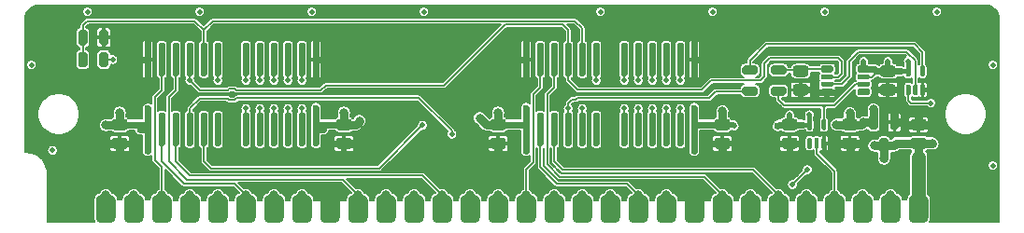
<source format=gtl>
G04 #@! TF.GenerationSoftware,KiCad,Pcbnew,(5.1.10-1-10_14)*
G04 #@! TF.CreationDate,2021-07-28T15:37:57-04:00*
G04 #@! TF.ProjectId,GW4194-SOJ,47573431-3934-42d5-934f-4a2e6b696361,1.0-SOJ*
G04 #@! TF.SameCoordinates,Original*
G04 #@! TF.FileFunction,Copper,L1,Top*
G04 #@! TF.FilePolarity,Positive*
%FSLAX46Y46*%
G04 Gerber Fmt 4.6, Leading zero omitted, Abs format (unit mm)*
G04 Created by KiCad (PCBNEW (5.1.10-1-10_14)) date 2021-07-28 15:37:57*
%MOMM*%
%LPD*%
G01*
G04 APERTURE LIST*
G04 #@! TA.AperFunction,ComponentPad*
%ADD10C,0.800000*%
G04 #@! TD*
G04 #@! TA.AperFunction,ViaPad*
%ADD11C,0.800000*%
G04 #@! TD*
G04 #@! TA.AperFunction,ViaPad*
%ADD12C,1.000000*%
G04 #@! TD*
G04 #@! TA.AperFunction,ViaPad*
%ADD13C,0.600000*%
G04 #@! TD*
G04 #@! TA.AperFunction,ViaPad*
%ADD14C,0.508000*%
G04 #@! TD*
G04 #@! TA.AperFunction,Conductor*
%ADD15C,0.508000*%
G04 #@! TD*
G04 #@! TA.AperFunction,Conductor*
%ADD16C,1.270000*%
G04 #@! TD*
G04 #@! TA.AperFunction,Conductor*
%ADD17C,0.762000*%
G04 #@! TD*
G04 #@! TA.AperFunction,Conductor*
%ADD18C,0.800000*%
G04 #@! TD*
G04 #@! TA.AperFunction,Conductor*
%ADD19C,0.600000*%
G04 #@! TD*
G04 #@! TA.AperFunction,Conductor*
%ADD20C,0.152400*%
G04 #@! TD*
G04 #@! TA.AperFunction,Conductor*
%ADD21C,0.400000*%
G04 #@! TD*
G04 #@! TA.AperFunction,Conductor*
%ADD22C,0.450000*%
G04 #@! TD*
G04 #@! TA.AperFunction,Conductor*
%ADD23C,0.100000*%
G04 #@! TD*
G04 APERTURE END LIST*
G04 #@! TA.AperFunction,SMDPad,CuDef*
G36*
G01*
X151925000Y-87500000D02*
X151925000Y-87200000D01*
G75*
G02*
X152075000Y-87050000I150000J0D01*
G01*
X152925000Y-87050000D01*
G75*
G02*
X153075000Y-87200000I0J-150000D01*
G01*
X153075000Y-87500000D01*
G75*
G02*
X152925000Y-87650000I-150000J0D01*
G01*
X152075000Y-87650000D01*
G75*
G02*
X151925000Y-87500000I0J150000D01*
G01*
G37*
G04 #@! TD.AperFunction*
G04 #@! TA.AperFunction,SMDPad,CuDef*
G36*
G01*
X151925000Y-88187500D02*
X151925000Y-87962500D01*
G75*
G02*
X152037500Y-87850000I112500J0D01*
G01*
X152962500Y-87850000D01*
G75*
G02*
X153075000Y-87962500I0J-112500D01*
G01*
X153075000Y-88187500D01*
G75*
G02*
X152962500Y-88300000I-112500J0D01*
G01*
X152037500Y-88300000D01*
G75*
G02*
X151925000Y-88187500I0J112500D01*
G01*
G37*
G04 #@! TD.AperFunction*
G04 #@! TA.AperFunction,SMDPad,CuDef*
G36*
G01*
X151925000Y-88837500D02*
X151925000Y-88612500D01*
G75*
G02*
X152037500Y-88500000I112500J0D01*
G01*
X152962500Y-88500000D01*
G75*
G02*
X153075000Y-88612500I0J-112500D01*
G01*
X153075000Y-88837500D01*
G75*
G02*
X152962500Y-88950000I-112500J0D01*
G01*
X152037500Y-88950000D01*
G75*
G02*
X151925000Y-88837500I0J112500D01*
G01*
G37*
G04 #@! TD.AperFunction*
G04 #@! TA.AperFunction,SMDPad,CuDef*
G36*
G01*
X151925000Y-89600000D02*
X151925000Y-89300000D01*
G75*
G02*
X152075000Y-89150000I150000J0D01*
G01*
X152925000Y-89150000D01*
G75*
G02*
X153075000Y-89300000I0J-150000D01*
G01*
X153075000Y-89600000D01*
G75*
G02*
X152925000Y-89750000I-150000J0D01*
G01*
X152075000Y-89750000D01*
G75*
G02*
X151925000Y-89600000I0J150000D01*
G01*
G37*
G04 #@! TD.AperFunction*
G04 #@! TA.AperFunction,SMDPad,CuDef*
G36*
G01*
X148625000Y-89600000D02*
X148625000Y-89300000D01*
G75*
G02*
X148775000Y-89150000I150000J0D01*
G01*
X149625000Y-89150000D01*
G75*
G02*
X149775000Y-89300000I0J-150000D01*
G01*
X149775000Y-89600000D01*
G75*
G02*
X149625000Y-89750000I-150000J0D01*
G01*
X148775000Y-89750000D01*
G75*
G02*
X148625000Y-89600000I0J150000D01*
G01*
G37*
G04 #@! TD.AperFunction*
G04 #@! TA.AperFunction,SMDPad,CuDef*
G36*
G01*
X148625000Y-88825000D02*
X148625000Y-88625000D01*
G75*
G02*
X148725000Y-88525000I100000J0D01*
G01*
X149675000Y-88525000D01*
G75*
G02*
X149775000Y-88625000I0J-100000D01*
G01*
X149775000Y-88825000D01*
G75*
G02*
X149675000Y-88925000I-100000J0D01*
G01*
X148725000Y-88925000D01*
G75*
G02*
X148625000Y-88825000I0J100000D01*
G01*
G37*
G04 #@! TD.AperFunction*
G04 #@! TA.AperFunction,SMDPad,CuDef*
G36*
G01*
X148625000Y-88175000D02*
X148625000Y-87975000D01*
G75*
G02*
X148725000Y-87875000I100000J0D01*
G01*
X149675000Y-87875000D01*
G75*
G02*
X149775000Y-87975000I0J-100000D01*
G01*
X149775000Y-88175000D01*
G75*
G02*
X149675000Y-88275000I-100000J0D01*
G01*
X148725000Y-88275000D01*
G75*
G02*
X148625000Y-88175000I0J100000D01*
G01*
G37*
G04 #@! TD.AperFunction*
G04 #@! TA.AperFunction,SMDPad,CuDef*
G36*
G01*
X148625000Y-87500000D02*
X148625000Y-87200000D01*
G75*
G02*
X148775000Y-87050000I150000J0D01*
G01*
X149625000Y-87050000D01*
G75*
G02*
X149775000Y-87200000I0J-150000D01*
G01*
X149775000Y-87500000D01*
G75*
G02*
X149625000Y-87650000I-150000J0D01*
G01*
X148775000Y-87650000D01*
G75*
G02*
X148625000Y-87500000I0J150000D01*
G01*
G37*
G04 #@! TD.AperFunction*
G04 #@! TA.AperFunction,SMDPad,CuDef*
G36*
G01*
X82931000Y-100901500D02*
X82931000Y-99250500D01*
G75*
G02*
X83375500Y-98806000I444500J0D01*
G01*
X84264500Y-98806000D01*
G75*
G02*
X84709000Y-99250500I0J-444500D01*
G01*
X84709000Y-100901500D01*
G75*
G02*
X84264500Y-101346000I-444500J0D01*
G01*
X83375500Y-101346000D01*
G75*
G02*
X82931000Y-100901500I0J444500D01*
G01*
G37*
G04 #@! TD.AperFunction*
G04 #@! TA.AperFunction,SMDPad,CuDef*
G36*
G01*
X85471000Y-100901500D02*
X85471000Y-99250500D01*
G75*
G02*
X85915500Y-98806000I444500J0D01*
G01*
X86804500Y-98806000D01*
G75*
G02*
X87249000Y-99250500I0J-444500D01*
G01*
X87249000Y-100901500D01*
G75*
G02*
X86804500Y-101346000I-444500J0D01*
G01*
X85915500Y-101346000D01*
G75*
G02*
X85471000Y-100901500I0J444500D01*
G01*
G37*
G04 #@! TD.AperFunction*
D10*
X88900000Y-98806000D03*
G04 #@! TA.AperFunction,SMDPad,CuDef*
G36*
G01*
X108331000Y-100901500D02*
X108331000Y-99250500D01*
G75*
G02*
X108775500Y-98806000I444500J0D01*
G01*
X109664500Y-98806000D01*
G75*
G02*
X110109000Y-99250500I0J-444500D01*
G01*
X110109000Y-100901500D01*
G75*
G02*
X109664500Y-101346000I-444500J0D01*
G01*
X108775500Y-101346000D01*
G75*
G02*
X108331000Y-100901500I0J444500D01*
G01*
G37*
G04 #@! TD.AperFunction*
G04 #@! TA.AperFunction,SMDPad,CuDef*
G36*
G01*
X93091000Y-100901500D02*
X93091000Y-99250500D01*
G75*
G02*
X93535500Y-98806000I444500J0D01*
G01*
X94424500Y-98806000D01*
G75*
G02*
X94869000Y-99250500I0J-444500D01*
G01*
X94869000Y-100901500D01*
G75*
G02*
X94424500Y-101346000I-444500J0D01*
G01*
X93535500Y-101346000D01*
G75*
G02*
X93091000Y-100901500I0J444500D01*
G01*
G37*
G04 #@! TD.AperFunction*
G04 #@! TA.AperFunction,SMDPad,CuDef*
G36*
G01*
X110871000Y-100901500D02*
X110871000Y-99250500D01*
G75*
G02*
X111315500Y-98806000I444500J0D01*
G01*
X112204500Y-98806000D01*
G75*
G02*
X112649000Y-99250500I0J-444500D01*
G01*
X112649000Y-100901500D01*
G75*
G02*
X112204500Y-101346000I-444500J0D01*
G01*
X111315500Y-101346000D01*
G75*
G02*
X110871000Y-100901500I0J444500D01*
G01*
G37*
G04 #@! TD.AperFunction*
G04 #@! TA.AperFunction,SMDPad,CuDef*
G36*
G01*
X146431000Y-100901500D02*
X146431000Y-99250500D01*
G75*
G02*
X146875500Y-98806000I444500J0D01*
G01*
X147764500Y-98806000D01*
G75*
G02*
X148209000Y-99250500I0J-444500D01*
G01*
X148209000Y-100901500D01*
G75*
G02*
X147764500Y-101346000I-444500J0D01*
G01*
X146875500Y-101346000D01*
G75*
G02*
X146431000Y-100901500I0J444500D01*
G01*
G37*
G04 #@! TD.AperFunction*
G04 #@! TA.AperFunction,SMDPad,CuDef*
G36*
G01*
X113411000Y-100901500D02*
X113411000Y-99250500D01*
G75*
G02*
X113855500Y-98806000I444500J0D01*
G01*
X114744500Y-98806000D01*
G75*
G02*
X115189000Y-99250500I0J-444500D01*
G01*
X115189000Y-100901500D01*
G75*
G02*
X114744500Y-101346000I-444500J0D01*
G01*
X113855500Y-101346000D01*
G75*
G02*
X113411000Y-100901500I0J444500D01*
G01*
G37*
G04 #@! TD.AperFunction*
G04 #@! TA.AperFunction,SMDPad,CuDef*
G36*
G01*
X115951000Y-100901500D02*
X115951000Y-99250500D01*
G75*
G02*
X116395500Y-98806000I444500J0D01*
G01*
X117284500Y-98806000D01*
G75*
G02*
X117729000Y-99250500I0J-444500D01*
G01*
X117729000Y-100901500D01*
G75*
G02*
X117284500Y-101346000I-444500J0D01*
G01*
X116395500Y-101346000D01*
G75*
G02*
X115951000Y-100901500I0J444500D01*
G01*
G37*
G04 #@! TD.AperFunction*
G04 #@! TA.AperFunction,SMDPad,CuDef*
G36*
G01*
X90551000Y-100901500D02*
X90551000Y-99250500D01*
G75*
G02*
X90995500Y-98806000I444500J0D01*
G01*
X91884500Y-98806000D01*
G75*
G02*
X92329000Y-99250500I0J-444500D01*
G01*
X92329000Y-100901500D01*
G75*
G02*
X91884500Y-101346000I-444500J0D01*
G01*
X90995500Y-101346000D01*
G75*
G02*
X90551000Y-100901500I0J444500D01*
G01*
G37*
G04 #@! TD.AperFunction*
G04 #@! TA.AperFunction,SMDPad,CuDef*
G36*
G01*
X154051000Y-100901500D02*
X154051000Y-99250500D01*
G75*
G02*
X154495500Y-98806000I444500J0D01*
G01*
X155384500Y-98806000D01*
G75*
G02*
X155829000Y-99250500I0J-444500D01*
G01*
X155829000Y-100901500D01*
G75*
G02*
X155384500Y-101346000I-444500J0D01*
G01*
X154495500Y-101346000D01*
G75*
G02*
X154051000Y-100901500I0J444500D01*
G01*
G37*
G04 #@! TD.AperFunction*
G04 #@! TA.AperFunction,SMDPad,CuDef*
G36*
G01*
X88011000Y-100901500D02*
X88011000Y-99250500D01*
G75*
G02*
X88455500Y-98806000I444500J0D01*
G01*
X89344500Y-98806000D01*
G75*
G02*
X89789000Y-99250500I0J-444500D01*
G01*
X89789000Y-100901500D01*
G75*
G02*
X89344500Y-101346000I-444500J0D01*
G01*
X88455500Y-101346000D01*
G75*
G02*
X88011000Y-100901500I0J444500D01*
G01*
G37*
G04 #@! TD.AperFunction*
G04 #@! TA.AperFunction,SMDPad,CuDef*
G36*
G01*
X141351000Y-100901500D02*
X141351000Y-99250500D01*
G75*
G02*
X141795500Y-98806000I444500J0D01*
G01*
X142684500Y-98806000D01*
G75*
G02*
X143129000Y-99250500I0J-444500D01*
G01*
X143129000Y-100901500D01*
G75*
G02*
X142684500Y-101346000I-444500J0D01*
G01*
X141795500Y-101346000D01*
G75*
G02*
X141351000Y-100901500I0J444500D01*
G01*
G37*
G04 #@! TD.AperFunction*
G04 #@! TA.AperFunction,SMDPad,CuDef*
G36*
G01*
X121031000Y-100901500D02*
X121031000Y-99250500D01*
G75*
G02*
X121475500Y-98806000I444500J0D01*
G01*
X122364500Y-98806000D01*
G75*
G02*
X122809000Y-99250500I0J-444500D01*
G01*
X122809000Y-100901500D01*
G75*
G02*
X122364500Y-101346000I-444500J0D01*
G01*
X121475500Y-101346000D01*
G75*
G02*
X121031000Y-100901500I0J444500D01*
G01*
G37*
G04 #@! TD.AperFunction*
G04 #@! TA.AperFunction,SMDPad,CuDef*
G36*
G01*
X131191000Y-100901500D02*
X131191000Y-99250500D01*
G75*
G02*
X131635500Y-98806000I444500J0D01*
G01*
X132524500Y-98806000D01*
G75*
G02*
X132969000Y-99250500I0J-444500D01*
G01*
X132969000Y-100901500D01*
G75*
G02*
X132524500Y-101346000I-444500J0D01*
G01*
X131635500Y-101346000D01*
G75*
G02*
X131191000Y-100901500I0J444500D01*
G01*
G37*
G04 #@! TD.AperFunction*
G04 #@! TA.AperFunction,SMDPad,CuDef*
G36*
G01*
X138811000Y-100901500D02*
X138811000Y-99250500D01*
G75*
G02*
X139255500Y-98806000I444500J0D01*
G01*
X140144500Y-98806000D01*
G75*
G02*
X140589000Y-99250500I0J-444500D01*
G01*
X140589000Y-100901500D01*
G75*
G02*
X140144500Y-101346000I-444500J0D01*
G01*
X139255500Y-101346000D01*
G75*
G02*
X138811000Y-100901500I0J444500D01*
G01*
G37*
G04 #@! TD.AperFunction*
G04 #@! TA.AperFunction,SMDPad,CuDef*
G36*
G01*
X103251000Y-100901500D02*
X103251000Y-99250500D01*
G75*
G02*
X103695500Y-98806000I444500J0D01*
G01*
X104584500Y-98806000D01*
G75*
G02*
X105029000Y-99250500I0J-444500D01*
G01*
X105029000Y-100901500D01*
G75*
G02*
X104584500Y-101346000I-444500J0D01*
G01*
X103695500Y-101346000D01*
G75*
G02*
X103251000Y-100901500I0J444500D01*
G01*
G37*
G04 #@! TD.AperFunction*
G04 #@! TA.AperFunction,SMDPad,CuDef*
G36*
G01*
X126111000Y-100901500D02*
X126111000Y-99250500D01*
G75*
G02*
X126555500Y-98806000I444500J0D01*
G01*
X127444500Y-98806000D01*
G75*
G02*
X127889000Y-99250500I0J-444500D01*
G01*
X127889000Y-100901500D01*
G75*
G02*
X127444500Y-101346000I-444500J0D01*
G01*
X126555500Y-101346000D01*
G75*
G02*
X126111000Y-100901500I0J444500D01*
G01*
G37*
G04 #@! TD.AperFunction*
G04 #@! TA.AperFunction,SMDPad,CuDef*
G36*
G01*
X133731000Y-100901500D02*
X133731000Y-99250500D01*
G75*
G02*
X134175500Y-98806000I444500J0D01*
G01*
X135064500Y-98806000D01*
G75*
G02*
X135509000Y-99250500I0J-444500D01*
G01*
X135509000Y-100901500D01*
G75*
G02*
X135064500Y-101346000I-444500J0D01*
G01*
X134175500Y-101346000D01*
G75*
G02*
X133731000Y-100901500I0J444500D01*
G01*
G37*
G04 #@! TD.AperFunction*
G04 #@! TA.AperFunction,SMDPad,CuDef*
G36*
G01*
X128651000Y-100901500D02*
X128651000Y-99250500D01*
G75*
G02*
X129095500Y-98806000I444500J0D01*
G01*
X129984500Y-98806000D01*
G75*
G02*
X130429000Y-99250500I0J-444500D01*
G01*
X130429000Y-100901500D01*
G75*
G02*
X129984500Y-101346000I-444500J0D01*
G01*
X129095500Y-101346000D01*
G75*
G02*
X128651000Y-100901500I0J444500D01*
G01*
G37*
G04 #@! TD.AperFunction*
G04 #@! TA.AperFunction,SMDPad,CuDef*
G36*
G01*
X105791000Y-100901500D02*
X105791000Y-99250500D01*
G75*
G02*
X106235500Y-98806000I444500J0D01*
G01*
X107124500Y-98806000D01*
G75*
G02*
X107569000Y-99250500I0J-444500D01*
G01*
X107569000Y-100901500D01*
G75*
G02*
X107124500Y-101346000I-444500J0D01*
G01*
X106235500Y-101346000D01*
G75*
G02*
X105791000Y-100901500I0J444500D01*
G01*
G37*
G04 #@! TD.AperFunction*
G04 #@! TA.AperFunction,SMDPad,CuDef*
G36*
G01*
X136271000Y-100901500D02*
X136271000Y-99250500D01*
G75*
G02*
X136715500Y-98806000I444500J0D01*
G01*
X137604500Y-98806000D01*
G75*
G02*
X138049000Y-99250500I0J-444500D01*
G01*
X138049000Y-100901500D01*
G75*
G02*
X137604500Y-101346000I-444500J0D01*
G01*
X136715500Y-101346000D01*
G75*
G02*
X136271000Y-100901500I0J444500D01*
G01*
G37*
G04 #@! TD.AperFunction*
G04 #@! TA.AperFunction,SMDPad,CuDef*
G36*
G01*
X95631000Y-100901500D02*
X95631000Y-99250500D01*
G75*
G02*
X96075500Y-98806000I444500J0D01*
G01*
X96964500Y-98806000D01*
G75*
G02*
X97409000Y-99250500I0J-444500D01*
G01*
X97409000Y-100901500D01*
G75*
G02*
X96964500Y-101346000I-444500J0D01*
G01*
X96075500Y-101346000D01*
G75*
G02*
X95631000Y-100901500I0J444500D01*
G01*
G37*
G04 #@! TD.AperFunction*
G04 #@! TA.AperFunction,SMDPad,CuDef*
G36*
G01*
X123571000Y-100901500D02*
X123571000Y-99250500D01*
G75*
G02*
X124015500Y-98806000I444500J0D01*
G01*
X124904500Y-98806000D01*
G75*
G02*
X125349000Y-99250500I0J-444500D01*
G01*
X125349000Y-100901500D01*
G75*
G02*
X124904500Y-101346000I-444500J0D01*
G01*
X124015500Y-101346000D01*
G75*
G02*
X123571000Y-100901500I0J444500D01*
G01*
G37*
G04 #@! TD.AperFunction*
G04 #@! TA.AperFunction,SMDPad,CuDef*
G36*
G01*
X98171000Y-100901500D02*
X98171000Y-99250500D01*
G75*
G02*
X98615500Y-98806000I444500J0D01*
G01*
X99504500Y-98806000D01*
G75*
G02*
X99949000Y-99250500I0J-444500D01*
G01*
X99949000Y-100901500D01*
G75*
G02*
X99504500Y-101346000I-444500J0D01*
G01*
X98615500Y-101346000D01*
G75*
G02*
X98171000Y-100901500I0J444500D01*
G01*
G37*
G04 #@! TD.AperFunction*
G04 #@! TA.AperFunction,SMDPad,CuDef*
G36*
G01*
X100711000Y-100901500D02*
X100711000Y-99250500D01*
G75*
G02*
X101155500Y-98806000I444500J0D01*
G01*
X102044500Y-98806000D01*
G75*
G02*
X102489000Y-99250500I0J-444500D01*
G01*
X102489000Y-100901500D01*
G75*
G02*
X102044500Y-101346000I-444500J0D01*
G01*
X101155500Y-101346000D01*
G75*
G02*
X100711000Y-100901500I0J444500D01*
G01*
G37*
G04 #@! TD.AperFunction*
G04 #@! TA.AperFunction,SMDPad,CuDef*
G36*
G01*
X148971000Y-100901500D02*
X148971000Y-99250500D01*
G75*
G02*
X149415500Y-98806000I444500J0D01*
G01*
X150304500Y-98806000D01*
G75*
G02*
X150749000Y-99250500I0J-444500D01*
G01*
X150749000Y-100901500D01*
G75*
G02*
X150304500Y-101346000I-444500J0D01*
G01*
X149415500Y-101346000D01*
G75*
G02*
X148971000Y-100901500I0J444500D01*
G01*
G37*
G04 #@! TD.AperFunction*
G04 #@! TA.AperFunction,SMDPad,CuDef*
G36*
G01*
X151511000Y-100901500D02*
X151511000Y-99250500D01*
G75*
G02*
X151955500Y-98806000I444500J0D01*
G01*
X152844500Y-98806000D01*
G75*
G02*
X153289000Y-99250500I0J-444500D01*
G01*
X153289000Y-100901500D01*
G75*
G02*
X152844500Y-101346000I-444500J0D01*
G01*
X151955500Y-101346000D01*
G75*
G02*
X151511000Y-100901500I0J444500D01*
G01*
G37*
G04 #@! TD.AperFunction*
G04 #@! TA.AperFunction,SMDPad,CuDef*
G36*
G01*
X156591000Y-100901500D02*
X156591000Y-99250500D01*
G75*
G02*
X157035500Y-98806000I444500J0D01*
G01*
X157924500Y-98806000D01*
G75*
G02*
X158369000Y-99250500I0J-444500D01*
G01*
X158369000Y-100901500D01*
G75*
G02*
X157924500Y-101346000I-444500J0D01*
G01*
X157035500Y-101346000D01*
G75*
G02*
X156591000Y-100901500I0J444500D01*
G01*
G37*
G04 #@! TD.AperFunction*
G04 #@! TA.AperFunction,SMDPad,CuDef*
G36*
G01*
X118491000Y-100901500D02*
X118491000Y-99250500D01*
G75*
G02*
X118935500Y-98806000I444500J0D01*
G01*
X119824500Y-98806000D01*
G75*
G02*
X120269000Y-99250500I0J-444500D01*
G01*
X120269000Y-100901500D01*
G75*
G02*
X119824500Y-101346000I-444500J0D01*
G01*
X118935500Y-101346000D01*
G75*
G02*
X118491000Y-100901500I0J444500D01*
G01*
G37*
G04 #@! TD.AperFunction*
G04 #@! TA.AperFunction,SMDPad,CuDef*
G36*
G01*
X143891000Y-100901500D02*
X143891000Y-99250500D01*
G75*
G02*
X144335500Y-98806000I444500J0D01*
G01*
X145224500Y-98806000D01*
G75*
G02*
X145669000Y-99250500I0J-444500D01*
G01*
X145669000Y-100901500D01*
G75*
G02*
X145224500Y-101346000I-444500J0D01*
G01*
X144335500Y-101346000D01*
G75*
G02*
X143891000Y-100901500I0J444500D01*
G01*
G37*
G04 #@! TD.AperFunction*
X86360000Y-98806000D03*
X83820000Y-98806000D03*
X93980000Y-98806000D03*
X91440000Y-98806000D03*
X96520000Y-98806000D03*
X99060000Y-98806000D03*
X104140000Y-98806000D03*
X101600000Y-98806000D03*
X109220000Y-98806000D03*
X106680000Y-98806000D03*
X111760000Y-98806000D03*
X116840000Y-98806000D03*
X114300000Y-98806000D03*
X119380000Y-98806000D03*
X124460000Y-98806000D03*
X121920000Y-98806000D03*
X127000000Y-98806000D03*
X149860000Y-98806000D03*
X147320000Y-98806000D03*
X152400000Y-98806000D03*
X134620000Y-98806000D03*
X132080000Y-98806000D03*
X137160000Y-98806000D03*
X142240000Y-98806000D03*
X139700000Y-98806000D03*
X144780000Y-98806000D03*
X129540000Y-98806000D03*
X154940000Y-98806000D03*
X157480000Y-98806000D03*
G04 #@! TA.AperFunction,SMDPad,CuDef*
G36*
G01*
X142687500Y-87875000D02*
X141712500Y-87875000D01*
G75*
G02*
X141500000Y-87662500I0J212500D01*
G01*
X141500000Y-87237500D01*
G75*
G02*
X141712500Y-87025000I212500J0D01*
G01*
X142687500Y-87025000D01*
G75*
G02*
X142900000Y-87237500I0J-212500D01*
G01*
X142900000Y-87662500D01*
G75*
G02*
X142687500Y-87875000I-212500J0D01*
G01*
G37*
G04 #@! TD.AperFunction*
G04 #@! TA.AperFunction,SMDPad,CuDef*
G36*
G01*
X142687500Y-89775000D02*
X141712500Y-89775000D01*
G75*
G02*
X141500000Y-89562500I0J212500D01*
G01*
X141500000Y-89137500D01*
G75*
G02*
X141712500Y-88925000I212500J0D01*
G01*
X142687500Y-88925000D01*
G75*
G02*
X142900000Y-89137500I0J-212500D01*
G01*
X142900000Y-89562500D01*
G75*
G02*
X142687500Y-89775000I-212500J0D01*
G01*
G37*
G04 #@! TD.AperFunction*
G04 #@! TA.AperFunction,SMDPad,CuDef*
G36*
G01*
X145362500Y-93575000D02*
X146237500Y-93575000D01*
G75*
G02*
X146500000Y-93837500I0J-262500D01*
G01*
X146500000Y-94362500D01*
G75*
G02*
X146237500Y-94625000I-262500J0D01*
G01*
X145362500Y-94625000D01*
G75*
G02*
X145100000Y-94362500I0J262500D01*
G01*
X145100000Y-93837500D01*
G75*
G02*
X145362500Y-93575000I262500J0D01*
G01*
G37*
G04 #@! TD.AperFunction*
G04 #@! TA.AperFunction,SMDPad,CuDef*
G36*
G01*
X145362500Y-91875000D02*
X146237500Y-91875000D01*
G75*
G02*
X146500000Y-92137500I0J-262500D01*
G01*
X146500000Y-92662500D01*
G75*
G02*
X146237500Y-92925000I-262500J0D01*
G01*
X145362500Y-92925000D01*
G75*
G02*
X145100000Y-92662500I0J262500D01*
G01*
X145100000Y-92137500D01*
G75*
G02*
X145362500Y-91875000I262500J0D01*
G01*
G37*
G04 #@! TD.AperFunction*
G04 #@! TA.AperFunction,SMDPad,CuDef*
G36*
G01*
X150812500Y-91875000D02*
X151687500Y-91875000D01*
G75*
G02*
X151950000Y-92137500I0J-262500D01*
G01*
X151950000Y-92662500D01*
G75*
G02*
X151687500Y-92925000I-262500J0D01*
G01*
X150812500Y-92925000D01*
G75*
G02*
X150550000Y-92662500I0J262500D01*
G01*
X150550000Y-92137500D01*
G75*
G02*
X150812500Y-91875000I262500J0D01*
G01*
G37*
G04 #@! TD.AperFunction*
G04 #@! TA.AperFunction,SMDPad,CuDef*
G36*
G01*
X150812500Y-93575000D02*
X151687500Y-93575000D01*
G75*
G02*
X151950000Y-93837500I0J-262500D01*
G01*
X151950000Y-94362500D01*
G75*
G02*
X151687500Y-94625000I-262500J0D01*
G01*
X150812500Y-94625000D01*
G75*
G02*
X150550000Y-94362500I0J262500D01*
G01*
X150550000Y-93837500D01*
G75*
G02*
X150812500Y-93575000I262500J0D01*
G01*
G37*
G04 #@! TD.AperFunction*
G04 #@! TA.AperFunction,SMDPad,CuDef*
G36*
G01*
X84652500Y-91882000D02*
X85527500Y-91882000D01*
G75*
G02*
X85790000Y-92144500I0J-262500D01*
G01*
X85790000Y-92669500D01*
G75*
G02*
X85527500Y-92932000I-262500J0D01*
G01*
X84652500Y-92932000D01*
G75*
G02*
X84390000Y-92669500I0J262500D01*
G01*
X84390000Y-92144500D01*
G75*
G02*
X84652500Y-91882000I262500J0D01*
G01*
G37*
G04 #@! TD.AperFunction*
G04 #@! TA.AperFunction,SMDPad,CuDef*
G36*
G01*
X84652500Y-93582000D02*
X85527500Y-93582000D01*
G75*
G02*
X85790000Y-93844500I0J-262500D01*
G01*
X85790000Y-94369500D01*
G75*
G02*
X85527500Y-94632000I-262500J0D01*
G01*
X84652500Y-94632000D01*
G75*
G02*
X84390000Y-94369500I0J262500D01*
G01*
X84390000Y-93844500D01*
G75*
G02*
X84652500Y-93582000I262500J0D01*
G01*
G37*
G04 #@! TD.AperFunction*
G04 #@! TA.AperFunction,SMDPad,CuDef*
G36*
G01*
X104972500Y-93582000D02*
X105847500Y-93582000D01*
G75*
G02*
X106110000Y-93844500I0J-262500D01*
G01*
X106110000Y-94369500D01*
G75*
G02*
X105847500Y-94632000I-262500J0D01*
G01*
X104972500Y-94632000D01*
G75*
G02*
X104710000Y-94369500I0J262500D01*
G01*
X104710000Y-93844500D01*
G75*
G02*
X104972500Y-93582000I262500J0D01*
G01*
G37*
G04 #@! TD.AperFunction*
G04 #@! TA.AperFunction,SMDPad,CuDef*
G36*
G01*
X104972500Y-91882000D02*
X105847500Y-91882000D01*
G75*
G02*
X106110000Y-92144500I0J-262500D01*
G01*
X106110000Y-92669500D01*
G75*
G02*
X105847500Y-92932000I-262500J0D01*
G01*
X104972500Y-92932000D01*
G75*
G02*
X104710000Y-92669500I0J262500D01*
G01*
X104710000Y-92144500D01*
G75*
G02*
X104972500Y-91882000I262500J0D01*
G01*
G37*
G04 #@! TD.AperFunction*
G04 #@! TA.AperFunction,SMDPad,CuDef*
G36*
G01*
X118942500Y-91882000D02*
X119817500Y-91882000D01*
G75*
G02*
X120080000Y-92144500I0J-262500D01*
G01*
X120080000Y-92669500D01*
G75*
G02*
X119817500Y-92932000I-262500J0D01*
G01*
X118942500Y-92932000D01*
G75*
G02*
X118680000Y-92669500I0J262500D01*
G01*
X118680000Y-92144500D01*
G75*
G02*
X118942500Y-91882000I262500J0D01*
G01*
G37*
G04 #@! TD.AperFunction*
G04 #@! TA.AperFunction,SMDPad,CuDef*
G36*
G01*
X118942500Y-93582000D02*
X119817500Y-93582000D01*
G75*
G02*
X120080000Y-93844500I0J-262500D01*
G01*
X120080000Y-94369500D01*
G75*
G02*
X119817500Y-94632000I-262500J0D01*
G01*
X118942500Y-94632000D01*
G75*
G02*
X118680000Y-94369500I0J262500D01*
G01*
X118680000Y-93844500D01*
G75*
G02*
X118942500Y-93582000I262500J0D01*
G01*
G37*
G04 #@! TD.AperFunction*
G04 #@! TA.AperFunction,SMDPad,CuDef*
G36*
G01*
X157917500Y-94632000D02*
X157042500Y-94632000D01*
G75*
G02*
X156780000Y-94369500I0J262500D01*
G01*
X156780000Y-93844500D01*
G75*
G02*
X157042500Y-93582000I262500J0D01*
G01*
X157917500Y-93582000D01*
G75*
G02*
X158180000Y-93844500I0J-262500D01*
G01*
X158180000Y-94369500D01*
G75*
G02*
X157917500Y-94632000I-262500J0D01*
G01*
G37*
G04 #@! TD.AperFunction*
G04 #@! TA.AperFunction,SMDPad,CuDef*
G36*
G01*
X157917500Y-92932000D02*
X157042500Y-92932000D01*
G75*
G02*
X156780000Y-92669500I0J262500D01*
G01*
X156780000Y-92144500D01*
G75*
G02*
X157042500Y-91882000I262500J0D01*
G01*
X157917500Y-91882000D01*
G75*
G02*
X158180000Y-92144500I0J-262500D01*
G01*
X158180000Y-92669500D01*
G75*
G02*
X157917500Y-92932000I-262500J0D01*
G01*
G37*
G04 #@! TD.AperFunction*
G04 #@! TA.AperFunction,SMDPad,CuDef*
G36*
G01*
X82175000Y-86012500D02*
X82175000Y-86987500D01*
G75*
G02*
X81962500Y-87200000I-212500J0D01*
G01*
X81537500Y-87200000D01*
G75*
G02*
X81325000Y-86987500I0J212500D01*
G01*
X81325000Y-86012500D01*
G75*
G02*
X81537500Y-85800000I212500J0D01*
G01*
X81962500Y-85800000D01*
G75*
G02*
X82175000Y-86012500I0J-212500D01*
G01*
G37*
G04 #@! TD.AperFunction*
G04 #@! TA.AperFunction,SMDPad,CuDef*
G36*
G01*
X84075000Y-86012500D02*
X84075000Y-86987500D01*
G75*
G02*
X83862500Y-87200000I-212500J0D01*
G01*
X83437500Y-87200000D01*
G75*
G02*
X83225000Y-86987500I0J212500D01*
G01*
X83225000Y-86012500D01*
G75*
G02*
X83437500Y-85800000I212500J0D01*
G01*
X83862500Y-85800000D01*
G75*
G02*
X84075000Y-86012500I0J-212500D01*
G01*
G37*
G04 #@! TD.AperFunction*
G04 #@! TA.AperFunction,SMDPad,CuDef*
G36*
G01*
X81325000Y-84987500D02*
X81325000Y-84012500D01*
G75*
G02*
X81537500Y-83800000I212500J0D01*
G01*
X81962500Y-83800000D01*
G75*
G02*
X82175000Y-84012500I0J-212500D01*
G01*
X82175000Y-84987500D01*
G75*
G02*
X81962500Y-85200000I-212500J0D01*
G01*
X81537500Y-85200000D01*
G75*
G02*
X81325000Y-84987500I0J212500D01*
G01*
G37*
G04 #@! TD.AperFunction*
G04 #@! TA.AperFunction,SMDPad,CuDef*
G36*
G01*
X83225000Y-84987500D02*
X83225000Y-84012500D01*
G75*
G02*
X83437500Y-83800000I212500J0D01*
G01*
X83862500Y-83800000D01*
G75*
G02*
X84075000Y-84012500I0J-212500D01*
G01*
X84075000Y-84987500D01*
G75*
G02*
X83862500Y-85200000I-212500J0D01*
G01*
X83437500Y-85200000D01*
G75*
G02*
X83225000Y-84987500I0J212500D01*
G01*
G37*
G04 #@! TD.AperFunction*
G04 #@! TA.AperFunction,SMDPad,CuDef*
G36*
G01*
X154150000Y-93625000D02*
X154550000Y-93625000D01*
G75*
G02*
X154750000Y-93825000I0J-200000D01*
G01*
X154750000Y-94775000D01*
G75*
G02*
X154550000Y-94975000I-200000J0D01*
G01*
X154150000Y-94975000D01*
G75*
G02*
X153950000Y-94775000I0J200000D01*
G01*
X153950000Y-93825000D01*
G75*
G02*
X154150000Y-93625000I200000J0D01*
G01*
G37*
G04 #@! TD.AperFunction*
G04 #@! TA.AperFunction,SMDPad,CuDef*
G36*
G01*
X153200000Y-91525000D02*
X153600000Y-91525000D01*
G75*
G02*
X153800000Y-91725000I0J-200000D01*
G01*
X153800000Y-92675000D01*
G75*
G02*
X153600000Y-92875000I-200000J0D01*
G01*
X153200000Y-92875000D01*
G75*
G02*
X153000000Y-92675000I0J200000D01*
G01*
X153000000Y-91725000D01*
G75*
G02*
X153200000Y-91525000I200000J0D01*
G01*
G37*
G04 #@! TD.AperFunction*
G04 #@! TA.AperFunction,SMDPad,CuDef*
G36*
G01*
X155100000Y-91525000D02*
X155500000Y-91525000D01*
G75*
G02*
X155700000Y-91725000I0J-200000D01*
G01*
X155700000Y-92675000D01*
G75*
G02*
X155500000Y-92875000I-200000J0D01*
G01*
X155100000Y-92875000D01*
G75*
G02*
X154900000Y-92675000I0J200000D01*
G01*
X154900000Y-91725000D01*
G75*
G02*
X155100000Y-91525000I200000J0D01*
G01*
G37*
G04 #@! TD.AperFunction*
G04 #@! TA.AperFunction,SMDPad,CuDef*
G36*
G01*
X154262500Y-87025000D02*
X155137500Y-87025000D01*
G75*
G02*
X155400000Y-87287500I0J-262500D01*
G01*
X155400000Y-87812500D01*
G75*
G02*
X155137500Y-88075000I-262500J0D01*
G01*
X154262500Y-88075000D01*
G75*
G02*
X154000000Y-87812500I0J262500D01*
G01*
X154000000Y-87287500D01*
G75*
G02*
X154262500Y-87025000I262500J0D01*
G01*
G37*
G04 #@! TD.AperFunction*
G04 #@! TA.AperFunction,SMDPad,CuDef*
G36*
G01*
X154262500Y-88725000D02*
X155137500Y-88725000D01*
G75*
G02*
X155400000Y-88987500I0J-262500D01*
G01*
X155400000Y-89512500D01*
G75*
G02*
X155137500Y-89775000I-262500J0D01*
G01*
X154262500Y-89775000D01*
G75*
G02*
X154000000Y-89512500I0J262500D01*
G01*
X154000000Y-88987500D01*
G75*
G02*
X154262500Y-88725000I262500J0D01*
G01*
G37*
G04 #@! TD.AperFunction*
G04 #@! TA.AperFunction,SMDPad,CuDef*
G36*
G01*
X146362500Y-88725000D02*
X147237500Y-88725000D01*
G75*
G02*
X147500000Y-88987500I0J-262500D01*
G01*
X147500000Y-89512500D01*
G75*
G02*
X147237500Y-89775000I-262500J0D01*
G01*
X146362500Y-89775000D01*
G75*
G02*
X146100000Y-89512500I0J262500D01*
G01*
X146100000Y-88987500D01*
G75*
G02*
X146362500Y-88725000I262500J0D01*
G01*
G37*
G04 #@! TD.AperFunction*
G04 #@! TA.AperFunction,SMDPad,CuDef*
G36*
G01*
X146362500Y-87025000D02*
X147237500Y-87025000D01*
G75*
G02*
X147500000Y-87287500I0J-262500D01*
G01*
X147500000Y-87812500D01*
G75*
G02*
X147237500Y-88075000I-262500J0D01*
G01*
X146362500Y-88075000D01*
G75*
G02*
X146100000Y-87812500I0J262500D01*
G01*
X146100000Y-87287500D01*
G75*
G02*
X146362500Y-87025000I262500J0D01*
G01*
G37*
G04 #@! TD.AperFunction*
G04 #@! TA.AperFunction,SMDPad,CuDef*
G36*
G01*
X147700000Y-92900000D02*
X147500000Y-92900000D01*
G75*
G02*
X147400000Y-92800000I0J100000D01*
G01*
X147400000Y-92000000D01*
G75*
G02*
X147500000Y-91900000I100000J0D01*
G01*
X147700000Y-91900000D01*
G75*
G02*
X147800000Y-92000000I0J-100000D01*
G01*
X147800000Y-92800000D01*
G75*
G02*
X147700000Y-92900000I-100000J0D01*
G01*
G37*
G04 #@! TD.AperFunction*
G04 #@! TA.AperFunction,SMDPad,CuDef*
G36*
G01*
X149000000Y-92900000D02*
X148800000Y-92900000D01*
G75*
G02*
X148700000Y-92800000I0J100000D01*
G01*
X148700000Y-92000000D01*
G75*
G02*
X148800000Y-91900000I100000J0D01*
G01*
X149000000Y-91900000D01*
G75*
G02*
X149100000Y-92000000I0J-100000D01*
G01*
X149100000Y-92800000D01*
G75*
G02*
X149000000Y-92900000I-100000J0D01*
G01*
G37*
G04 #@! TD.AperFunction*
G04 #@! TA.AperFunction,SMDPad,CuDef*
G36*
G01*
X148350000Y-94600000D02*
X148150000Y-94600000D01*
G75*
G02*
X148050000Y-94500000I0J100000D01*
G01*
X148050000Y-93700000D01*
G75*
G02*
X148150000Y-93600000I100000J0D01*
G01*
X148350000Y-93600000D01*
G75*
G02*
X148450000Y-93700000I0J-100000D01*
G01*
X148450000Y-94500000D01*
G75*
G02*
X148350000Y-94600000I-100000J0D01*
G01*
G37*
G04 #@! TD.AperFunction*
G04 #@! TA.AperFunction,SMDPad,CuDef*
G36*
G01*
X147700000Y-94600000D02*
X147500000Y-94600000D01*
G75*
G02*
X147400000Y-94500000I0J100000D01*
G01*
X147400000Y-93700000D01*
G75*
G02*
X147500000Y-93600000I100000J0D01*
G01*
X147700000Y-93600000D01*
G75*
G02*
X147800000Y-93700000I0J-100000D01*
G01*
X147800000Y-94500000D01*
G75*
G02*
X147700000Y-94600000I-100000J0D01*
G01*
G37*
G04 #@! TD.AperFunction*
G04 #@! TA.AperFunction,SMDPad,CuDef*
G36*
G01*
X149000000Y-94600000D02*
X148800000Y-94600000D01*
G75*
G02*
X148700000Y-94500000I0J100000D01*
G01*
X148700000Y-93700000D01*
G75*
G02*
X148800000Y-93600000I100000J0D01*
G01*
X149000000Y-93600000D01*
G75*
G02*
X149100000Y-93700000I0J-100000D01*
G01*
X149100000Y-94500000D01*
G75*
G02*
X149000000Y-94600000I-100000J0D01*
G01*
G37*
G04 #@! TD.AperFunction*
G04 #@! TA.AperFunction,SMDPad,CuDef*
G36*
G01*
X157950000Y-89750000D02*
X157750000Y-89750000D01*
G75*
G02*
X157650000Y-89650000I0J100000D01*
G01*
X157650000Y-88850000D01*
G75*
G02*
X157750000Y-88750000I100000J0D01*
G01*
X157950000Y-88750000D01*
G75*
G02*
X158050000Y-88850000I0J-100000D01*
G01*
X158050000Y-89650000D01*
G75*
G02*
X157950000Y-89750000I-100000J0D01*
G01*
G37*
G04 #@! TD.AperFunction*
G04 #@! TA.AperFunction,SMDPad,CuDef*
G36*
G01*
X156650000Y-89750000D02*
X156450000Y-89750000D01*
G75*
G02*
X156350000Y-89650000I0J100000D01*
G01*
X156350000Y-88850000D01*
G75*
G02*
X156450000Y-88750000I100000J0D01*
G01*
X156650000Y-88750000D01*
G75*
G02*
X156750000Y-88850000I0J-100000D01*
G01*
X156750000Y-89650000D01*
G75*
G02*
X156650000Y-89750000I-100000J0D01*
G01*
G37*
G04 #@! TD.AperFunction*
G04 #@! TA.AperFunction,SMDPad,CuDef*
G36*
G01*
X157300000Y-89750000D02*
X157100000Y-89750000D01*
G75*
G02*
X157000000Y-89650000I0J100000D01*
G01*
X157000000Y-88850000D01*
G75*
G02*
X157100000Y-88750000I100000J0D01*
G01*
X157300000Y-88750000D01*
G75*
G02*
X157400000Y-88850000I0J-100000D01*
G01*
X157400000Y-89650000D01*
G75*
G02*
X157300000Y-89750000I-100000J0D01*
G01*
G37*
G04 #@! TD.AperFunction*
G04 #@! TA.AperFunction,SMDPad,CuDef*
G36*
G01*
X157950000Y-88050000D02*
X157750000Y-88050000D01*
G75*
G02*
X157650000Y-87950000I0J100000D01*
G01*
X157650000Y-87150000D01*
G75*
G02*
X157750000Y-87050000I100000J0D01*
G01*
X157950000Y-87050000D01*
G75*
G02*
X158050000Y-87150000I0J-100000D01*
G01*
X158050000Y-87950000D01*
G75*
G02*
X157950000Y-88050000I-100000J0D01*
G01*
G37*
G04 #@! TD.AperFunction*
G04 #@! TA.AperFunction,SMDPad,CuDef*
G36*
G01*
X156650000Y-88050000D02*
X156450000Y-88050000D01*
G75*
G02*
X156350000Y-87950000I0J100000D01*
G01*
X156350000Y-87150000D01*
G75*
G02*
X156450000Y-87050000I100000J0D01*
G01*
X156650000Y-87050000D01*
G75*
G02*
X156750000Y-87150000I0J-100000D01*
G01*
X156750000Y-87950000D01*
G75*
G02*
X156650000Y-88050000I-100000J0D01*
G01*
G37*
G04 #@! TD.AperFunction*
G04 #@! TA.AperFunction,SMDPad,CuDef*
G36*
G01*
X144312500Y-87025000D02*
X145287500Y-87025000D01*
G75*
G02*
X145500000Y-87237500I0J-212500D01*
G01*
X145500000Y-87662500D01*
G75*
G02*
X145287500Y-87875000I-212500J0D01*
G01*
X144312500Y-87875000D01*
G75*
G02*
X144100000Y-87662500I0J212500D01*
G01*
X144100000Y-87237500D01*
G75*
G02*
X144312500Y-87025000I212500J0D01*
G01*
G37*
G04 #@! TD.AperFunction*
G04 #@! TA.AperFunction,SMDPad,CuDef*
G36*
G01*
X144312500Y-88925000D02*
X145287500Y-88925000D01*
G75*
G02*
X145500000Y-89137500I0J-212500D01*
G01*
X145500000Y-89562500D01*
G75*
G02*
X145287500Y-89775000I-212500J0D01*
G01*
X144312500Y-89775000D01*
G75*
G02*
X144100000Y-89562500I0J212500D01*
G01*
X144100000Y-89137500D01*
G75*
G02*
X144312500Y-88925000I212500J0D01*
G01*
G37*
G04 #@! TD.AperFunction*
G04 #@! TA.AperFunction,SMDPad,CuDef*
G36*
G01*
X130960000Y-94361000D02*
X130660000Y-94361000D01*
G75*
G02*
X130510000Y-94211000I0J150000D01*
G01*
X130510000Y-91463000D01*
G75*
G02*
X130660000Y-91313000I150000J0D01*
G01*
X130960000Y-91313000D01*
G75*
G02*
X131110000Y-91463000I0J-150000D01*
G01*
X131110000Y-94211000D01*
G75*
G02*
X130960000Y-94361000I-150000J0D01*
G01*
G37*
G04 #@! TD.AperFunction*
G04 #@! TA.AperFunction,SMDPad,CuDef*
G36*
G01*
X130960000Y-88011000D02*
X130660000Y-88011000D01*
G75*
G02*
X130510000Y-87861000I0J150000D01*
G01*
X130510000Y-85113000D01*
G75*
G02*
X130660000Y-84963000I150000J0D01*
G01*
X130960000Y-84963000D01*
G75*
G02*
X131110000Y-85113000I0J-150000D01*
G01*
X131110000Y-87861000D01*
G75*
G02*
X130960000Y-88011000I-150000J0D01*
G01*
G37*
G04 #@! TD.AperFunction*
G04 #@! TA.AperFunction,SMDPad,CuDef*
G36*
G01*
X128420000Y-94361000D02*
X128120000Y-94361000D01*
G75*
G02*
X127970000Y-94211000I0J150000D01*
G01*
X127970000Y-91463000D01*
G75*
G02*
X128120000Y-91313000I150000J0D01*
G01*
X128420000Y-91313000D01*
G75*
G02*
X128570000Y-91463000I0J-150000D01*
G01*
X128570000Y-94211000D01*
G75*
G02*
X128420000Y-94361000I-150000J0D01*
G01*
G37*
G04 #@! TD.AperFunction*
G04 #@! TA.AperFunction,SMDPad,CuDef*
G36*
G01*
X128420000Y-88011000D02*
X128120000Y-88011000D01*
G75*
G02*
X127970000Y-87861000I0J150000D01*
G01*
X127970000Y-85113000D01*
G75*
G02*
X128120000Y-84963000I150000J0D01*
G01*
X128420000Y-84963000D01*
G75*
G02*
X128570000Y-85113000I0J-150000D01*
G01*
X128570000Y-87861000D01*
G75*
G02*
X128420000Y-88011000I-150000J0D01*
G01*
G37*
G04 #@! TD.AperFunction*
G04 #@! TA.AperFunction,SMDPad,CuDef*
G36*
G01*
X122070000Y-94361000D02*
X121770000Y-94361000D01*
G75*
G02*
X121620000Y-94211000I0J150000D01*
G01*
X121620000Y-91463000D01*
G75*
G02*
X121770000Y-91313000I150000J0D01*
G01*
X122070000Y-91313000D01*
G75*
G02*
X122220000Y-91463000I0J-150000D01*
G01*
X122220000Y-94211000D01*
G75*
G02*
X122070000Y-94361000I-150000J0D01*
G01*
G37*
G04 #@! TD.AperFunction*
G04 #@! TA.AperFunction,SMDPad,CuDef*
G36*
G01*
X123340000Y-94361000D02*
X123040000Y-94361000D01*
G75*
G02*
X122890000Y-94211000I0J150000D01*
G01*
X122890000Y-91463000D01*
G75*
G02*
X123040000Y-91313000I150000J0D01*
G01*
X123340000Y-91313000D01*
G75*
G02*
X123490000Y-91463000I0J-150000D01*
G01*
X123490000Y-94211000D01*
G75*
G02*
X123340000Y-94361000I-150000J0D01*
G01*
G37*
G04 #@! TD.AperFunction*
G04 #@! TA.AperFunction,SMDPad,CuDef*
G36*
G01*
X124610000Y-94361000D02*
X124310000Y-94361000D01*
G75*
G02*
X124160000Y-94211000I0J150000D01*
G01*
X124160000Y-91463000D01*
G75*
G02*
X124310000Y-91313000I150000J0D01*
G01*
X124610000Y-91313000D01*
G75*
G02*
X124760000Y-91463000I0J-150000D01*
G01*
X124760000Y-94211000D01*
G75*
G02*
X124610000Y-94361000I-150000J0D01*
G01*
G37*
G04 #@! TD.AperFunction*
G04 #@! TA.AperFunction,SMDPad,CuDef*
G36*
G01*
X125880000Y-94361000D02*
X125580000Y-94361000D01*
G75*
G02*
X125430000Y-94211000I0J150000D01*
G01*
X125430000Y-91463000D01*
G75*
G02*
X125580000Y-91313000I150000J0D01*
G01*
X125880000Y-91313000D01*
G75*
G02*
X126030000Y-91463000I0J-150000D01*
G01*
X126030000Y-94211000D01*
G75*
G02*
X125880000Y-94361000I-150000J0D01*
G01*
G37*
G04 #@! TD.AperFunction*
G04 #@! TA.AperFunction,SMDPad,CuDef*
G36*
G01*
X127150000Y-94361000D02*
X126850000Y-94361000D01*
G75*
G02*
X126700000Y-94211000I0J150000D01*
G01*
X126700000Y-91463000D01*
G75*
G02*
X126850000Y-91313000I150000J0D01*
G01*
X127150000Y-91313000D01*
G75*
G02*
X127300000Y-91463000I0J-150000D01*
G01*
X127300000Y-94211000D01*
G75*
G02*
X127150000Y-94361000I-150000J0D01*
G01*
G37*
G04 #@! TD.AperFunction*
G04 #@! TA.AperFunction,SMDPad,CuDef*
G36*
G01*
X132230000Y-94361000D02*
X131930000Y-94361000D01*
G75*
G02*
X131780000Y-94211000I0J150000D01*
G01*
X131780000Y-91463000D01*
G75*
G02*
X131930000Y-91313000I150000J0D01*
G01*
X132230000Y-91313000D01*
G75*
G02*
X132380000Y-91463000I0J-150000D01*
G01*
X132380000Y-94211000D01*
G75*
G02*
X132230000Y-94361000I-150000J0D01*
G01*
G37*
G04 #@! TD.AperFunction*
G04 #@! TA.AperFunction,SMDPad,CuDef*
G36*
G01*
X133500000Y-94361000D02*
X133200000Y-94361000D01*
G75*
G02*
X133050000Y-94211000I0J150000D01*
G01*
X133050000Y-91463000D01*
G75*
G02*
X133200000Y-91313000I150000J0D01*
G01*
X133500000Y-91313000D01*
G75*
G02*
X133650000Y-91463000I0J-150000D01*
G01*
X133650000Y-94211000D01*
G75*
G02*
X133500000Y-94361000I-150000J0D01*
G01*
G37*
G04 #@! TD.AperFunction*
G04 #@! TA.AperFunction,SMDPad,CuDef*
G36*
G01*
X134770000Y-94361000D02*
X134470000Y-94361000D01*
G75*
G02*
X134320000Y-94211000I0J150000D01*
G01*
X134320000Y-91463000D01*
G75*
G02*
X134470000Y-91313000I150000J0D01*
G01*
X134770000Y-91313000D01*
G75*
G02*
X134920000Y-91463000I0J-150000D01*
G01*
X134920000Y-94211000D01*
G75*
G02*
X134770000Y-94361000I-150000J0D01*
G01*
G37*
G04 #@! TD.AperFunction*
G04 #@! TA.AperFunction,SMDPad,CuDef*
G36*
G01*
X136040000Y-94361000D02*
X135740000Y-94361000D01*
G75*
G02*
X135590000Y-94211000I0J150000D01*
G01*
X135590000Y-91463000D01*
G75*
G02*
X135740000Y-91313000I150000J0D01*
G01*
X136040000Y-91313000D01*
G75*
G02*
X136190000Y-91463000I0J-150000D01*
G01*
X136190000Y-94211000D01*
G75*
G02*
X136040000Y-94361000I-150000J0D01*
G01*
G37*
G04 #@! TD.AperFunction*
G04 #@! TA.AperFunction,SMDPad,CuDef*
G36*
G01*
X137310000Y-94361000D02*
X137010000Y-94361000D01*
G75*
G02*
X136860000Y-94211000I0J150000D01*
G01*
X136860000Y-91463000D01*
G75*
G02*
X137010000Y-91313000I150000J0D01*
G01*
X137310000Y-91313000D01*
G75*
G02*
X137460000Y-91463000I0J-150000D01*
G01*
X137460000Y-94211000D01*
G75*
G02*
X137310000Y-94361000I-150000J0D01*
G01*
G37*
G04 #@! TD.AperFunction*
G04 #@! TA.AperFunction,SMDPad,CuDef*
G36*
G01*
X136040000Y-88011000D02*
X135740000Y-88011000D01*
G75*
G02*
X135590000Y-87861000I0J150000D01*
G01*
X135590000Y-85113000D01*
G75*
G02*
X135740000Y-84963000I150000J0D01*
G01*
X136040000Y-84963000D01*
G75*
G02*
X136190000Y-85113000I0J-150000D01*
G01*
X136190000Y-87861000D01*
G75*
G02*
X136040000Y-88011000I-150000J0D01*
G01*
G37*
G04 #@! TD.AperFunction*
G04 #@! TA.AperFunction,SMDPad,CuDef*
G36*
G01*
X134770000Y-88011000D02*
X134470000Y-88011000D01*
G75*
G02*
X134320000Y-87861000I0J150000D01*
G01*
X134320000Y-85113000D01*
G75*
G02*
X134470000Y-84963000I150000J0D01*
G01*
X134770000Y-84963000D01*
G75*
G02*
X134920000Y-85113000I0J-150000D01*
G01*
X134920000Y-87861000D01*
G75*
G02*
X134770000Y-88011000I-150000J0D01*
G01*
G37*
G04 #@! TD.AperFunction*
G04 #@! TA.AperFunction,SMDPad,CuDef*
G36*
G01*
X133500000Y-88011000D02*
X133200000Y-88011000D01*
G75*
G02*
X133050000Y-87861000I0J150000D01*
G01*
X133050000Y-85113000D01*
G75*
G02*
X133200000Y-84963000I150000J0D01*
G01*
X133500000Y-84963000D01*
G75*
G02*
X133650000Y-85113000I0J-150000D01*
G01*
X133650000Y-87861000D01*
G75*
G02*
X133500000Y-88011000I-150000J0D01*
G01*
G37*
G04 #@! TD.AperFunction*
G04 #@! TA.AperFunction,SMDPad,CuDef*
G36*
G01*
X132230000Y-88011000D02*
X131930000Y-88011000D01*
G75*
G02*
X131780000Y-87861000I0J150000D01*
G01*
X131780000Y-85113000D01*
G75*
G02*
X131930000Y-84963000I150000J0D01*
G01*
X132230000Y-84963000D01*
G75*
G02*
X132380000Y-85113000I0J-150000D01*
G01*
X132380000Y-87861000D01*
G75*
G02*
X132230000Y-88011000I-150000J0D01*
G01*
G37*
G04 #@! TD.AperFunction*
G04 #@! TA.AperFunction,SMDPad,CuDef*
G36*
G01*
X127150000Y-88011000D02*
X126850000Y-88011000D01*
G75*
G02*
X126700000Y-87861000I0J150000D01*
G01*
X126700000Y-85113000D01*
G75*
G02*
X126850000Y-84963000I150000J0D01*
G01*
X127150000Y-84963000D01*
G75*
G02*
X127300000Y-85113000I0J-150000D01*
G01*
X127300000Y-87861000D01*
G75*
G02*
X127150000Y-88011000I-150000J0D01*
G01*
G37*
G04 #@! TD.AperFunction*
G04 #@! TA.AperFunction,SMDPad,CuDef*
G36*
G01*
X125880000Y-88011000D02*
X125580000Y-88011000D01*
G75*
G02*
X125430000Y-87861000I0J150000D01*
G01*
X125430000Y-85113000D01*
G75*
G02*
X125580000Y-84963000I150000J0D01*
G01*
X125880000Y-84963000D01*
G75*
G02*
X126030000Y-85113000I0J-150000D01*
G01*
X126030000Y-87861000D01*
G75*
G02*
X125880000Y-88011000I-150000J0D01*
G01*
G37*
G04 #@! TD.AperFunction*
G04 #@! TA.AperFunction,SMDPad,CuDef*
G36*
G01*
X124610000Y-88011000D02*
X124310000Y-88011000D01*
G75*
G02*
X124160000Y-87861000I0J150000D01*
G01*
X124160000Y-85113000D01*
G75*
G02*
X124310000Y-84963000I150000J0D01*
G01*
X124610000Y-84963000D01*
G75*
G02*
X124760000Y-85113000I0J-150000D01*
G01*
X124760000Y-87861000D01*
G75*
G02*
X124610000Y-88011000I-150000J0D01*
G01*
G37*
G04 #@! TD.AperFunction*
G04 #@! TA.AperFunction,SMDPad,CuDef*
G36*
G01*
X123340000Y-88011000D02*
X123040000Y-88011000D01*
G75*
G02*
X122890000Y-87861000I0J150000D01*
G01*
X122890000Y-85113000D01*
G75*
G02*
X123040000Y-84963000I150000J0D01*
G01*
X123340000Y-84963000D01*
G75*
G02*
X123490000Y-85113000I0J-150000D01*
G01*
X123490000Y-87861000D01*
G75*
G02*
X123340000Y-88011000I-150000J0D01*
G01*
G37*
G04 #@! TD.AperFunction*
G04 #@! TA.AperFunction,SMDPad,CuDef*
G36*
G01*
X122070000Y-88011000D02*
X121770000Y-88011000D01*
G75*
G02*
X121620000Y-87861000I0J150000D01*
G01*
X121620000Y-85113000D01*
G75*
G02*
X121770000Y-84963000I150000J0D01*
G01*
X122070000Y-84963000D01*
G75*
G02*
X122220000Y-85113000I0J-150000D01*
G01*
X122220000Y-87861000D01*
G75*
G02*
X122070000Y-88011000I-150000J0D01*
G01*
G37*
G04 #@! TD.AperFunction*
G04 #@! TA.AperFunction,SMDPad,CuDef*
G36*
G01*
X137310000Y-88011000D02*
X137010000Y-88011000D01*
G75*
G02*
X136860000Y-87861000I0J150000D01*
G01*
X136860000Y-85113000D01*
G75*
G02*
X137010000Y-84963000I150000J0D01*
G01*
X137310000Y-84963000D01*
G75*
G02*
X137460000Y-85113000I0J-150000D01*
G01*
X137460000Y-87861000D01*
G75*
G02*
X137310000Y-88011000I-150000J0D01*
G01*
G37*
G04 #@! TD.AperFunction*
G04 #@! TA.AperFunction,SMDPad,CuDef*
G36*
G01*
X103020000Y-88011000D02*
X102720000Y-88011000D01*
G75*
G02*
X102570000Y-87861000I0J150000D01*
G01*
X102570000Y-85113000D01*
G75*
G02*
X102720000Y-84963000I150000J0D01*
G01*
X103020000Y-84963000D01*
G75*
G02*
X103170000Y-85113000I0J-150000D01*
G01*
X103170000Y-87861000D01*
G75*
G02*
X103020000Y-88011000I-150000J0D01*
G01*
G37*
G04 #@! TD.AperFunction*
G04 #@! TA.AperFunction,SMDPad,CuDef*
G36*
G01*
X87780000Y-88011000D02*
X87480000Y-88011000D01*
G75*
G02*
X87330000Y-87861000I0J150000D01*
G01*
X87330000Y-85113000D01*
G75*
G02*
X87480000Y-84963000I150000J0D01*
G01*
X87780000Y-84963000D01*
G75*
G02*
X87930000Y-85113000I0J-150000D01*
G01*
X87930000Y-87861000D01*
G75*
G02*
X87780000Y-88011000I-150000J0D01*
G01*
G37*
G04 #@! TD.AperFunction*
G04 #@! TA.AperFunction,SMDPad,CuDef*
G36*
G01*
X89050000Y-88011000D02*
X88750000Y-88011000D01*
G75*
G02*
X88600000Y-87861000I0J150000D01*
G01*
X88600000Y-85113000D01*
G75*
G02*
X88750000Y-84963000I150000J0D01*
G01*
X89050000Y-84963000D01*
G75*
G02*
X89200000Y-85113000I0J-150000D01*
G01*
X89200000Y-87861000D01*
G75*
G02*
X89050000Y-88011000I-150000J0D01*
G01*
G37*
G04 #@! TD.AperFunction*
G04 #@! TA.AperFunction,SMDPad,CuDef*
G36*
G01*
X90320000Y-88011000D02*
X90020000Y-88011000D01*
G75*
G02*
X89870000Y-87861000I0J150000D01*
G01*
X89870000Y-85113000D01*
G75*
G02*
X90020000Y-84963000I150000J0D01*
G01*
X90320000Y-84963000D01*
G75*
G02*
X90470000Y-85113000I0J-150000D01*
G01*
X90470000Y-87861000D01*
G75*
G02*
X90320000Y-88011000I-150000J0D01*
G01*
G37*
G04 #@! TD.AperFunction*
G04 #@! TA.AperFunction,SMDPad,CuDef*
G36*
G01*
X91590000Y-88011000D02*
X91290000Y-88011000D01*
G75*
G02*
X91140000Y-87861000I0J150000D01*
G01*
X91140000Y-85113000D01*
G75*
G02*
X91290000Y-84963000I150000J0D01*
G01*
X91590000Y-84963000D01*
G75*
G02*
X91740000Y-85113000I0J-150000D01*
G01*
X91740000Y-87861000D01*
G75*
G02*
X91590000Y-88011000I-150000J0D01*
G01*
G37*
G04 #@! TD.AperFunction*
G04 #@! TA.AperFunction,SMDPad,CuDef*
G36*
G01*
X92860000Y-88011000D02*
X92560000Y-88011000D01*
G75*
G02*
X92410000Y-87861000I0J150000D01*
G01*
X92410000Y-85113000D01*
G75*
G02*
X92560000Y-84963000I150000J0D01*
G01*
X92860000Y-84963000D01*
G75*
G02*
X93010000Y-85113000I0J-150000D01*
G01*
X93010000Y-87861000D01*
G75*
G02*
X92860000Y-88011000I-150000J0D01*
G01*
G37*
G04 #@! TD.AperFunction*
G04 #@! TA.AperFunction,SMDPad,CuDef*
G36*
G01*
X97940000Y-88011000D02*
X97640000Y-88011000D01*
G75*
G02*
X97490000Y-87861000I0J150000D01*
G01*
X97490000Y-85113000D01*
G75*
G02*
X97640000Y-84963000I150000J0D01*
G01*
X97940000Y-84963000D01*
G75*
G02*
X98090000Y-85113000I0J-150000D01*
G01*
X98090000Y-87861000D01*
G75*
G02*
X97940000Y-88011000I-150000J0D01*
G01*
G37*
G04 #@! TD.AperFunction*
G04 #@! TA.AperFunction,SMDPad,CuDef*
G36*
G01*
X99210000Y-88011000D02*
X98910000Y-88011000D01*
G75*
G02*
X98760000Y-87861000I0J150000D01*
G01*
X98760000Y-85113000D01*
G75*
G02*
X98910000Y-84963000I150000J0D01*
G01*
X99210000Y-84963000D01*
G75*
G02*
X99360000Y-85113000I0J-150000D01*
G01*
X99360000Y-87861000D01*
G75*
G02*
X99210000Y-88011000I-150000J0D01*
G01*
G37*
G04 #@! TD.AperFunction*
G04 #@! TA.AperFunction,SMDPad,CuDef*
G36*
G01*
X100480000Y-88011000D02*
X100180000Y-88011000D01*
G75*
G02*
X100030000Y-87861000I0J150000D01*
G01*
X100030000Y-85113000D01*
G75*
G02*
X100180000Y-84963000I150000J0D01*
G01*
X100480000Y-84963000D01*
G75*
G02*
X100630000Y-85113000I0J-150000D01*
G01*
X100630000Y-87861000D01*
G75*
G02*
X100480000Y-88011000I-150000J0D01*
G01*
G37*
G04 #@! TD.AperFunction*
G04 #@! TA.AperFunction,SMDPad,CuDef*
G36*
G01*
X101750000Y-88011000D02*
X101450000Y-88011000D01*
G75*
G02*
X101300000Y-87861000I0J150000D01*
G01*
X101300000Y-85113000D01*
G75*
G02*
X101450000Y-84963000I150000J0D01*
G01*
X101750000Y-84963000D01*
G75*
G02*
X101900000Y-85113000I0J-150000D01*
G01*
X101900000Y-87861000D01*
G75*
G02*
X101750000Y-88011000I-150000J0D01*
G01*
G37*
G04 #@! TD.AperFunction*
G04 #@! TA.AperFunction,SMDPad,CuDef*
G36*
G01*
X103020000Y-94361000D02*
X102720000Y-94361000D01*
G75*
G02*
X102570000Y-94211000I0J150000D01*
G01*
X102570000Y-91463000D01*
G75*
G02*
X102720000Y-91313000I150000J0D01*
G01*
X103020000Y-91313000D01*
G75*
G02*
X103170000Y-91463000I0J-150000D01*
G01*
X103170000Y-94211000D01*
G75*
G02*
X103020000Y-94361000I-150000J0D01*
G01*
G37*
G04 #@! TD.AperFunction*
G04 #@! TA.AperFunction,SMDPad,CuDef*
G36*
G01*
X101750000Y-94361000D02*
X101450000Y-94361000D01*
G75*
G02*
X101300000Y-94211000I0J150000D01*
G01*
X101300000Y-91463000D01*
G75*
G02*
X101450000Y-91313000I150000J0D01*
G01*
X101750000Y-91313000D01*
G75*
G02*
X101900000Y-91463000I0J-150000D01*
G01*
X101900000Y-94211000D01*
G75*
G02*
X101750000Y-94361000I-150000J0D01*
G01*
G37*
G04 #@! TD.AperFunction*
G04 #@! TA.AperFunction,SMDPad,CuDef*
G36*
G01*
X100480000Y-94361000D02*
X100180000Y-94361000D01*
G75*
G02*
X100030000Y-94211000I0J150000D01*
G01*
X100030000Y-91463000D01*
G75*
G02*
X100180000Y-91313000I150000J0D01*
G01*
X100480000Y-91313000D01*
G75*
G02*
X100630000Y-91463000I0J-150000D01*
G01*
X100630000Y-94211000D01*
G75*
G02*
X100480000Y-94361000I-150000J0D01*
G01*
G37*
G04 #@! TD.AperFunction*
G04 #@! TA.AperFunction,SMDPad,CuDef*
G36*
G01*
X99210000Y-94361000D02*
X98910000Y-94361000D01*
G75*
G02*
X98760000Y-94211000I0J150000D01*
G01*
X98760000Y-91463000D01*
G75*
G02*
X98910000Y-91313000I150000J0D01*
G01*
X99210000Y-91313000D01*
G75*
G02*
X99360000Y-91463000I0J-150000D01*
G01*
X99360000Y-94211000D01*
G75*
G02*
X99210000Y-94361000I-150000J0D01*
G01*
G37*
G04 #@! TD.AperFunction*
G04 #@! TA.AperFunction,SMDPad,CuDef*
G36*
G01*
X97940000Y-94361000D02*
X97640000Y-94361000D01*
G75*
G02*
X97490000Y-94211000I0J150000D01*
G01*
X97490000Y-91463000D01*
G75*
G02*
X97640000Y-91313000I150000J0D01*
G01*
X97940000Y-91313000D01*
G75*
G02*
X98090000Y-91463000I0J-150000D01*
G01*
X98090000Y-94211000D01*
G75*
G02*
X97940000Y-94361000I-150000J0D01*
G01*
G37*
G04 #@! TD.AperFunction*
G04 #@! TA.AperFunction,SMDPad,CuDef*
G36*
G01*
X92860000Y-94361000D02*
X92560000Y-94361000D01*
G75*
G02*
X92410000Y-94211000I0J150000D01*
G01*
X92410000Y-91463000D01*
G75*
G02*
X92560000Y-91313000I150000J0D01*
G01*
X92860000Y-91313000D01*
G75*
G02*
X93010000Y-91463000I0J-150000D01*
G01*
X93010000Y-94211000D01*
G75*
G02*
X92860000Y-94361000I-150000J0D01*
G01*
G37*
G04 #@! TD.AperFunction*
G04 #@! TA.AperFunction,SMDPad,CuDef*
G36*
G01*
X91590000Y-94361000D02*
X91290000Y-94361000D01*
G75*
G02*
X91140000Y-94211000I0J150000D01*
G01*
X91140000Y-91463000D01*
G75*
G02*
X91290000Y-91313000I150000J0D01*
G01*
X91590000Y-91313000D01*
G75*
G02*
X91740000Y-91463000I0J-150000D01*
G01*
X91740000Y-94211000D01*
G75*
G02*
X91590000Y-94361000I-150000J0D01*
G01*
G37*
G04 #@! TD.AperFunction*
G04 #@! TA.AperFunction,SMDPad,CuDef*
G36*
G01*
X90320000Y-94361000D02*
X90020000Y-94361000D01*
G75*
G02*
X89870000Y-94211000I0J150000D01*
G01*
X89870000Y-91463000D01*
G75*
G02*
X90020000Y-91313000I150000J0D01*
G01*
X90320000Y-91313000D01*
G75*
G02*
X90470000Y-91463000I0J-150000D01*
G01*
X90470000Y-94211000D01*
G75*
G02*
X90320000Y-94361000I-150000J0D01*
G01*
G37*
G04 #@! TD.AperFunction*
G04 #@! TA.AperFunction,SMDPad,CuDef*
G36*
G01*
X89050000Y-94361000D02*
X88750000Y-94361000D01*
G75*
G02*
X88600000Y-94211000I0J150000D01*
G01*
X88600000Y-91463000D01*
G75*
G02*
X88750000Y-91313000I150000J0D01*
G01*
X89050000Y-91313000D01*
G75*
G02*
X89200000Y-91463000I0J-150000D01*
G01*
X89200000Y-94211000D01*
G75*
G02*
X89050000Y-94361000I-150000J0D01*
G01*
G37*
G04 #@! TD.AperFunction*
G04 #@! TA.AperFunction,SMDPad,CuDef*
G36*
G01*
X87780000Y-94361000D02*
X87480000Y-94361000D01*
G75*
G02*
X87330000Y-94211000I0J150000D01*
G01*
X87330000Y-91463000D01*
G75*
G02*
X87480000Y-91313000I150000J0D01*
G01*
X87780000Y-91313000D01*
G75*
G02*
X87930000Y-91463000I0J-150000D01*
G01*
X87930000Y-94211000D01*
G75*
G02*
X87780000Y-94361000I-150000J0D01*
G01*
G37*
G04 #@! TD.AperFunction*
G04 #@! TA.AperFunction,SMDPad,CuDef*
G36*
G01*
X94130000Y-88011000D02*
X93830000Y-88011000D01*
G75*
G02*
X93680000Y-87861000I0J150000D01*
G01*
X93680000Y-85113000D01*
G75*
G02*
X93830000Y-84963000I150000J0D01*
G01*
X94130000Y-84963000D01*
G75*
G02*
X94280000Y-85113000I0J-150000D01*
G01*
X94280000Y-87861000D01*
G75*
G02*
X94130000Y-88011000I-150000J0D01*
G01*
G37*
G04 #@! TD.AperFunction*
G04 #@! TA.AperFunction,SMDPad,CuDef*
G36*
G01*
X94130000Y-94361000D02*
X93830000Y-94361000D01*
G75*
G02*
X93680000Y-94211000I0J150000D01*
G01*
X93680000Y-91463000D01*
G75*
G02*
X93830000Y-91313000I150000J0D01*
G01*
X94130000Y-91313000D01*
G75*
G02*
X94280000Y-91463000I0J-150000D01*
G01*
X94280000Y-94211000D01*
G75*
G02*
X94130000Y-94361000I-150000J0D01*
G01*
G37*
G04 #@! TD.AperFunction*
G04 #@! TA.AperFunction,SMDPad,CuDef*
G36*
G01*
X96670000Y-88011000D02*
X96370000Y-88011000D01*
G75*
G02*
X96220000Y-87861000I0J150000D01*
G01*
X96220000Y-85113000D01*
G75*
G02*
X96370000Y-84963000I150000J0D01*
G01*
X96670000Y-84963000D01*
G75*
G02*
X96820000Y-85113000I0J-150000D01*
G01*
X96820000Y-87861000D01*
G75*
G02*
X96670000Y-88011000I-150000J0D01*
G01*
G37*
G04 #@! TD.AperFunction*
G04 #@! TA.AperFunction,SMDPad,CuDef*
G36*
G01*
X96670000Y-94361000D02*
X96370000Y-94361000D01*
G75*
G02*
X96220000Y-94211000I0J150000D01*
G01*
X96220000Y-91463000D01*
G75*
G02*
X96370000Y-91313000I150000J0D01*
G01*
X96670000Y-91313000D01*
G75*
G02*
X96820000Y-91463000I0J-150000D01*
G01*
X96820000Y-94211000D01*
G75*
G02*
X96670000Y-94361000I-150000J0D01*
G01*
G37*
G04 #@! TD.AperFunction*
G04 #@! TA.AperFunction,SMDPad,CuDef*
G36*
G01*
X139262500Y-91882000D02*
X140137500Y-91882000D01*
G75*
G02*
X140400000Y-92144500I0J-262500D01*
G01*
X140400000Y-92669500D01*
G75*
G02*
X140137500Y-92932000I-262500J0D01*
G01*
X139262500Y-92932000D01*
G75*
G02*
X139000000Y-92669500I0J262500D01*
G01*
X139000000Y-92144500D01*
G75*
G02*
X139262500Y-91882000I262500J0D01*
G01*
G37*
G04 #@! TD.AperFunction*
G04 #@! TA.AperFunction,SMDPad,CuDef*
G36*
G01*
X139262500Y-93582000D02*
X140137500Y-93582000D01*
G75*
G02*
X140400000Y-93844500I0J-262500D01*
G01*
X140400000Y-94369500D01*
G75*
G02*
X140137500Y-94632000I-262500J0D01*
G01*
X139262500Y-94632000D01*
G75*
G02*
X139000000Y-94369500I0J262500D01*
G01*
X139000000Y-93844500D01*
G75*
G02*
X139262500Y-93582000I262500J0D01*
G01*
G37*
G04 #@! TD.AperFunction*
D11*
X158750000Y-94107000D03*
D12*
X157480000Y-95377000D03*
D11*
X153450000Y-94300000D03*
X155250000Y-94300000D03*
X154350000Y-95500000D03*
D13*
X87630000Y-90932000D03*
D14*
X159131000Y-82169000D03*
X148971000Y-82169000D03*
X92329000Y-82169000D03*
X102489000Y-82169000D03*
X138811000Y-82169000D03*
X128651000Y-82169000D03*
X112649000Y-82169000D03*
X82169000Y-82169000D03*
X77089000Y-86995000D03*
X164211000Y-86995000D03*
X164211000Y-96139000D03*
X78994000Y-94742000D03*
D11*
X83820000Y-92456000D03*
X85090000Y-91313000D03*
X105410000Y-91313000D03*
X119380000Y-91313000D03*
X117729000Y-91821000D03*
X106807000Y-92075000D03*
X139700000Y-91186000D03*
D14*
X140779500Y-92519500D03*
D13*
X102870000Y-90868500D03*
X87630000Y-94805500D03*
X86931500Y-92837000D03*
X103568500Y-92837000D03*
X137160000Y-90868500D03*
X137160000Y-94805500D03*
X121920000Y-90868500D03*
X121920000Y-94805500D03*
D14*
X146050000Y-97853500D03*
X158600000Y-90450000D03*
X147400000Y-96500000D03*
X127000000Y-90932000D03*
X112522000Y-92456000D03*
X91440000Y-88392000D03*
X84450000Y-86500000D03*
D11*
X83820000Y-94107000D03*
X85090000Y-95250000D03*
X106680000Y-94107000D03*
X118110000Y-94107000D03*
X119380000Y-95250000D03*
D14*
X105410000Y-94996000D03*
D11*
X139700000Y-95250000D03*
D14*
X140779500Y-93980000D03*
X164211000Y-91567000D03*
X77089000Y-91440000D03*
X108839000Y-95377000D03*
X95250000Y-89662000D03*
X112395000Y-89408000D03*
X119634000Y-89408000D03*
X92710000Y-96520000D03*
X111252000Y-97536000D03*
X117729000Y-97917000D03*
X118872000Y-97536000D03*
X139065000Y-97409000D03*
X89408000Y-97028000D03*
X88138000Y-96266000D03*
X143510000Y-98298000D03*
X114681000Y-95758000D03*
X144145000Y-97409000D03*
X143129000Y-96393000D03*
X112014000Y-90551000D03*
X88900000Y-90043000D03*
X87630000Y-90043000D03*
X90170000Y-90043000D03*
X91948000Y-89662000D03*
X126238000Y-89598500D03*
X121412000Y-97536000D03*
X122428000Y-97536000D03*
X77279500Y-82359500D03*
X164020500Y-82359500D03*
X164211000Y-100711000D03*
X79121000Y-100711000D03*
X77089000Y-94361000D03*
X79883000Y-84709000D03*
X161290000Y-93853000D03*
X161290000Y-98552000D03*
X80899000Y-97790000D03*
X79883000Y-89281000D03*
X133350000Y-98298000D03*
X110109000Y-97917000D03*
X102743000Y-97917000D03*
X99949000Y-97917000D03*
X97409000Y-97917000D03*
X128270000Y-98298000D03*
X158623000Y-96139000D03*
X113411000Y-91948000D03*
X116205000Y-92964000D03*
X114935000Y-91948000D03*
X114173000Y-92964000D03*
X112395000Y-93472000D03*
X112776000Y-95377000D03*
X110363000Y-95377000D03*
X111506000Y-92583000D03*
X110617000Y-93345000D03*
X111569500Y-94234000D03*
X104013000Y-89408000D03*
D11*
X158750000Y-92456000D03*
D14*
X84450000Y-84500000D03*
D13*
X137160000Y-88392000D03*
D11*
X157480000Y-91313000D03*
X156200000Y-92200000D03*
D14*
X87249000Y-82169000D03*
X97409000Y-82169000D03*
X143891000Y-82169000D03*
X133731000Y-82169000D03*
X107569000Y-82169000D03*
X117729000Y-82169000D03*
X123571000Y-82169000D03*
X110109000Y-84963000D03*
X105029000Y-84963000D03*
X115189000Y-84963000D03*
X126111000Y-83502500D03*
X148900000Y-95000000D03*
D13*
X144700000Y-93950000D03*
X146900000Y-93950000D03*
X145800000Y-95050000D03*
X150200000Y-89450000D03*
X148200000Y-89450000D03*
X153550000Y-89050000D03*
X155800000Y-89100000D03*
D14*
X154051000Y-82169000D03*
X158450000Y-89250000D03*
X157350000Y-86050000D03*
D11*
X155300000Y-91000000D03*
X152500000Y-94100000D03*
X150000000Y-94100000D03*
X151250000Y-95150000D03*
D14*
X148050000Y-86850000D03*
X146800000Y-90150000D03*
X149200000Y-90150000D03*
X155650000Y-86300000D03*
X150850000Y-86300000D03*
X143000000Y-86550000D03*
X140950000Y-88900000D03*
D13*
X86233000Y-94107000D03*
X104267000Y-94107000D03*
X87630000Y-88455500D03*
X87630000Y-84518500D03*
X86931500Y-86487000D03*
X102870000Y-83629500D03*
X121920000Y-83883500D03*
X137160000Y-84518500D03*
X137858500Y-86487000D03*
X138557000Y-94107000D03*
X121920000Y-89471500D03*
D14*
X132080000Y-90932000D03*
X100330000Y-90932000D03*
X133350000Y-90932000D03*
X99060000Y-90932000D03*
X134620000Y-90932000D03*
X97790000Y-90932000D03*
X135890000Y-90932000D03*
X96520000Y-90932000D03*
X93980000Y-88392000D03*
X135890000Y-88392000D03*
X134620000Y-88392000D03*
X96520000Y-88392000D03*
X97790000Y-88392000D03*
X133350000Y-88392000D03*
X99060000Y-88392000D03*
X132080000Y-88392000D03*
X100330000Y-88392000D03*
X130810000Y-88392000D03*
X130810000Y-90932000D03*
X101600000Y-90932000D03*
X101600000Y-88392000D03*
X128270000Y-88392000D03*
X125730000Y-90932000D03*
X115189000Y-93281500D03*
X147600000Y-91500000D03*
D13*
X144700000Y-92550000D03*
X146950000Y-92400000D03*
X153500000Y-87350000D03*
X155900000Y-87550000D03*
D14*
X156550000Y-86650000D03*
X154700000Y-86650000D03*
X152500000Y-86650000D03*
D11*
X153400000Y-91000000D03*
X152500000Y-92200000D03*
X151250000Y-91350000D03*
X150050000Y-92400000D03*
D14*
X145800000Y-91500000D03*
D15*
X87625000Y-94107000D02*
X87630000Y-94112000D01*
D16*
X157480000Y-98806000D02*
X157480000Y-95377000D01*
D17*
X157480000Y-95377000D02*
X157480000Y-94107000D01*
D18*
X157480000Y-94107000D02*
X158750000Y-94107000D01*
X154350000Y-94300000D02*
X153450000Y-94300000D01*
X154350000Y-94300000D02*
X155250000Y-94300000D01*
X154350000Y-94300000D02*
X154350000Y-95500000D01*
D19*
X87630000Y-94112000D02*
X87630000Y-90932000D01*
D18*
X155443000Y-94107000D02*
X155250000Y-94300000D01*
X157480000Y-94107000D02*
X155443000Y-94107000D01*
D17*
X83869000Y-92407000D02*
X83820000Y-92456000D01*
X85090000Y-92407000D02*
X83869000Y-92407000D01*
X85090000Y-92407000D02*
X85090000Y-91313000D01*
X105410000Y-92407000D02*
X105410000Y-91313000D01*
X119380000Y-92407000D02*
X119380000Y-91313000D01*
X118315000Y-92407000D02*
X117729000Y-91821000D01*
X119380000Y-92407000D02*
X118315000Y-92407000D01*
X106475000Y-92407000D02*
X106807000Y-92075000D01*
X105410000Y-92407000D02*
X106475000Y-92407000D01*
X139700000Y-92407000D02*
X139700000Y-91186000D01*
D15*
X140667000Y-92407000D02*
X140779500Y-92519500D01*
X139700000Y-92407000D02*
X140667000Y-92407000D01*
D19*
X102870000Y-92837000D02*
X102870000Y-90868500D01*
X105410000Y-92407000D02*
X102919000Y-92407000D01*
X102870000Y-92456000D02*
X102870000Y-92837000D01*
X102919000Y-92407000D02*
X102870000Y-92456000D01*
X85090000Y-92407000D02*
X87517500Y-92407000D01*
X87630000Y-92519500D02*
X87630000Y-92837000D01*
X87517500Y-92407000D02*
X87630000Y-92519500D01*
X87630000Y-92837000D02*
X87630000Y-94805500D01*
X87630000Y-92837000D02*
X86931500Y-92837000D01*
X102870000Y-92837000D02*
X103568500Y-92837000D01*
X139700000Y-92407000D02*
X137209000Y-92407000D01*
X137160000Y-92456000D02*
X137160000Y-92837000D01*
X137209000Y-92407000D02*
X137160000Y-92456000D01*
X137160000Y-92837000D02*
X137160000Y-90868500D01*
X137160000Y-92837000D02*
X137160000Y-94805500D01*
X121920000Y-92837000D02*
X121920000Y-90868500D01*
X121920000Y-92837000D02*
X121920000Y-94805500D01*
X119380000Y-92407000D02*
X121871000Y-92407000D01*
X121920000Y-92456000D02*
X121920000Y-92837000D01*
X121871000Y-92407000D02*
X121920000Y-92456000D01*
D20*
X88900000Y-89281000D02*
X88900000Y-85962000D01*
X88265000Y-89916000D02*
X88900000Y-89281000D01*
X88900000Y-96266000D02*
X88265000Y-95631000D01*
X88900000Y-98806000D02*
X88900000Y-96266000D01*
X88265000Y-95631000D02*
X88265000Y-89916000D01*
X88900000Y-95758000D02*
X88900000Y-94112000D01*
X95504000Y-97790000D02*
X90932000Y-97790000D01*
X96520000Y-98806000D02*
X95504000Y-97790000D01*
X90932000Y-97790000D02*
X88900000Y-95758000D01*
X156550000Y-89250000D02*
X156550000Y-90200000D01*
X156800000Y-90450000D02*
X158600000Y-90450000D01*
X156550000Y-90200000D02*
X156800000Y-90450000D01*
X146748500Y-97155000D02*
X146050000Y-97853500D01*
X146748500Y-97151500D02*
X146748500Y-97155000D01*
X147400000Y-96500000D02*
X146748500Y-97151500D01*
X127000000Y-94112000D02*
X127000000Y-90932000D01*
X92710000Y-95758000D02*
X92710000Y-93362000D01*
X93345000Y-96393000D02*
X92710000Y-95758000D01*
X108585000Y-96393000D02*
X93345000Y-96393000D01*
X112522000Y-92456000D02*
X108585000Y-96393000D01*
X149850000Y-100066000D02*
X149860000Y-100076000D01*
X148250000Y-94100000D02*
X148250000Y-95050000D01*
X149860000Y-96660000D02*
X149860000Y-98806000D01*
X148250000Y-95050000D02*
X149860000Y-96660000D01*
X91440000Y-88392000D02*
X91440000Y-85212000D01*
X84450000Y-86500000D02*
X83650000Y-86500000D01*
X92329000Y-89281000D02*
X91440000Y-88392000D01*
X94869000Y-89281000D02*
X92329000Y-89281000D01*
X95504000Y-89154000D02*
X94996000Y-89154000D01*
X94996000Y-89154000D02*
X94869000Y-89281000D01*
X95631000Y-89281000D02*
X95504000Y-89154000D01*
X103759000Y-88836500D02*
X103314500Y-89281000D01*
X125222000Y-83312000D02*
X120015000Y-83312000D01*
X125730000Y-85212000D02*
X125730000Y-83820000D01*
X125730000Y-83820000D02*
X125222000Y-83312000D01*
X103314500Y-89281000D02*
X95631000Y-89281000D01*
X114490500Y-88836500D02*
X103759000Y-88836500D01*
X120015000Y-83312000D02*
X114490500Y-88836500D01*
X125730000Y-88392000D02*
X125730000Y-85212000D01*
X137850000Y-89250000D02*
X126588000Y-89250000D01*
X126588000Y-89250000D02*
X125730000Y-88392000D01*
X150200000Y-86350000D02*
X144000000Y-86350000D01*
X143500000Y-88050000D02*
X143150000Y-88400000D01*
X149200000Y-88075000D02*
X150225000Y-88075000D01*
X143500000Y-86850000D02*
X143500000Y-88050000D01*
X138700000Y-88400000D02*
X137850000Y-89250000D01*
X144000000Y-86350000D02*
X143500000Y-86850000D01*
X143150000Y-88400000D02*
X138700000Y-88400000D01*
X150500000Y-86650000D02*
X150200000Y-86350000D01*
X150500000Y-87800000D02*
X150500000Y-86650000D01*
X150225000Y-88075000D02*
X150500000Y-87800000D01*
X105283000Y-97409000D02*
X106680000Y-98806000D01*
X91186000Y-97409000D02*
X105283000Y-97409000D01*
X89535000Y-95758000D02*
X91186000Y-97409000D01*
X89535000Y-89916000D02*
X89535000Y-95758000D01*
X90170000Y-89281000D02*
X89535000Y-89916000D01*
X90170000Y-85962000D02*
X90170000Y-89281000D01*
X112522000Y-97028000D02*
X114300000Y-98806000D01*
X91440000Y-97028000D02*
X112522000Y-97028000D01*
X90170000Y-94112000D02*
X90170000Y-95758000D01*
X90170000Y-95758000D02*
X91440000Y-97028000D01*
D17*
X85090000Y-94107000D02*
X83820000Y-94107000D01*
X85090000Y-94107000D02*
X85090000Y-95250000D01*
X105410000Y-94107000D02*
X106680000Y-94107000D01*
X119380000Y-94107000D02*
X118110000Y-94107000D01*
X119380000Y-94107000D02*
X119380000Y-95250000D01*
D15*
X105410000Y-94107000D02*
X105410000Y-94996000D01*
D17*
X139700000Y-94107000D02*
X139700000Y-95250000D01*
D15*
X140652500Y-94107000D02*
X140779500Y-93980000D01*
X139700000Y-94107000D02*
X140652500Y-94107000D01*
D18*
X158701000Y-92407000D02*
X158750000Y-92456000D01*
X157480000Y-92407000D02*
X158701000Y-92407000D01*
D20*
X83650000Y-84500000D02*
X84450000Y-84500000D01*
D19*
X137160000Y-85212000D02*
X137160000Y-88392000D01*
D18*
X157480000Y-92407000D02*
X157480000Y-91313000D01*
X155300000Y-92200000D02*
X155300000Y-91000000D01*
X155300000Y-92200000D02*
X156200000Y-92200000D01*
D21*
X148900000Y-94100000D02*
X148900000Y-95000000D01*
D19*
X144850000Y-94100000D02*
X144700000Y-93950000D01*
X145800000Y-94100000D02*
X144850000Y-94100000D01*
X146750000Y-94100000D02*
X146900000Y-93950000D01*
X145800000Y-94100000D02*
X146750000Y-94100000D01*
X145800000Y-94100000D02*
X145800000Y-95050000D01*
X149200000Y-89450000D02*
X150200000Y-89450000D01*
X149200000Y-89450000D02*
X148200000Y-89450000D01*
X153750000Y-89250000D02*
X153550000Y-89050000D01*
X154700000Y-89250000D02*
X153750000Y-89250000D01*
X155650000Y-89250000D02*
X155800000Y-89100000D01*
X154700000Y-89250000D02*
X155650000Y-89250000D01*
X148000000Y-89250000D02*
X148200000Y-89450000D01*
X146800000Y-89250000D02*
X148000000Y-89250000D01*
D22*
X157850000Y-89250000D02*
X158450000Y-89250000D01*
D18*
X151250000Y-94100000D02*
X152500000Y-94100000D01*
X151250000Y-94100000D02*
X150000000Y-94100000D01*
X151250000Y-94100000D02*
X151250000Y-95150000D01*
X156407000Y-92407000D02*
X156200000Y-92200000D01*
X157480000Y-92407000D02*
X156407000Y-92407000D01*
D15*
X146800000Y-89250000D02*
X146800000Y-90150000D01*
X149200000Y-89450000D02*
X149200000Y-90150000D01*
D19*
X85090000Y-94107000D02*
X86233000Y-94107000D01*
X105410000Y-94107000D02*
X104267000Y-94107000D01*
X102870000Y-86487000D02*
X103378000Y-86487000D01*
X102870000Y-86487000D02*
X102870000Y-88201500D01*
X87630000Y-86487000D02*
X87630000Y-88455500D01*
X87630000Y-86487000D02*
X87630000Y-84518500D01*
X87630000Y-86487000D02*
X86931500Y-86487000D01*
X102870000Y-86487000D02*
X102870000Y-83629500D01*
X121920000Y-86487000D02*
X121920000Y-83883500D01*
X121920000Y-86487000D02*
X121412000Y-86487000D01*
X137160000Y-86487000D02*
X137160000Y-84518500D01*
X137160000Y-86487000D02*
X137858500Y-86487000D01*
X139700000Y-94107000D02*
X138557000Y-94107000D01*
X121920000Y-86487000D02*
X121920000Y-89471500D01*
D20*
X122555000Y-95821500D02*
X121920000Y-96456500D01*
X121920000Y-96456500D02*
X121920000Y-98806000D01*
X123190000Y-89027000D02*
X122555000Y-89662000D01*
X123190000Y-85962000D02*
X123190000Y-89027000D01*
X122555000Y-95821500D02*
X122555000Y-89662000D01*
X131064000Y-97790000D02*
X132080000Y-98806000D01*
X123190000Y-96266000D02*
X124714000Y-97790000D01*
X124714000Y-97790000D02*
X131064000Y-97790000D01*
X123190000Y-93362000D02*
X123190000Y-96266000D01*
X138049000Y-97155000D02*
X139700000Y-98806000D01*
X124968000Y-97155000D02*
X138049000Y-97155000D01*
X123825000Y-96012000D02*
X124968000Y-97155000D01*
X124460000Y-85212000D02*
X124460000Y-89027000D01*
X124460000Y-89027000D02*
X123825000Y-89662000D01*
X123825000Y-89662000D02*
X123825000Y-96012000D01*
X142494000Y-96520000D02*
X144780000Y-98806000D01*
X124460000Y-95758000D02*
X125222000Y-96520000D01*
X125222000Y-96520000D02*
X142494000Y-96520000D01*
X124460000Y-93362000D02*
X124460000Y-95758000D01*
X132080000Y-93362000D02*
X132080000Y-90932000D01*
X100330000Y-94112000D02*
X100330000Y-90932000D01*
X133350000Y-94112000D02*
X133350000Y-90932000D01*
X99060000Y-90932000D02*
X99060000Y-93362000D01*
X134620000Y-94112000D02*
X134620000Y-90932000D01*
X97790000Y-90932000D02*
X97790000Y-93362000D01*
X135890000Y-94112000D02*
X135890000Y-90932000D01*
X96520000Y-90932000D02*
X96520000Y-93362000D01*
X93980000Y-85212000D02*
X93980000Y-88392000D01*
X135890000Y-85212000D02*
X135890000Y-88392000D01*
X134620000Y-85962000D02*
X134620000Y-88392000D01*
X96520000Y-88392000D02*
X96520000Y-85962000D01*
X133350000Y-85212000D02*
X133350000Y-88392000D01*
X97790000Y-88392000D02*
X97790000Y-85962000D01*
X132080000Y-85212000D02*
X132080000Y-88392000D01*
X99060000Y-88392000D02*
X99060000Y-85962000D01*
X100330000Y-85212000D02*
X100330000Y-88392000D01*
X130810000Y-85212000D02*
X130810000Y-88392000D01*
X130810000Y-94112000D02*
X130810000Y-90932000D01*
X101600000Y-94112000D02*
X101600000Y-90932000D01*
X101600000Y-85212000D02*
X101600000Y-88392000D01*
X128270000Y-85212000D02*
X128270000Y-88392000D01*
X125730000Y-94112000D02*
X125730000Y-90932000D01*
X91440000Y-90932000D02*
X91440000Y-94112000D01*
X92329000Y-90043000D02*
X91440000Y-90932000D01*
X95504000Y-90170000D02*
X94996000Y-90170000D01*
X94869000Y-90043000D02*
X92329000Y-90043000D01*
X94996000Y-90170000D02*
X94869000Y-90043000D01*
X112204500Y-89979500D02*
X95694500Y-89979500D01*
X115189000Y-92964000D02*
X112204500Y-89979500D01*
X95694500Y-89979500D02*
X95504000Y-90170000D01*
X115189000Y-93281500D02*
X115189000Y-92964000D01*
X125730000Y-90470000D02*
X125730000Y-90932000D01*
X126428500Y-90106500D02*
X126093500Y-90106500D01*
X126535000Y-90000000D02*
X126428500Y-90106500D01*
X139100000Y-89400000D02*
X138500000Y-90000000D01*
X138500000Y-90000000D02*
X126535000Y-90000000D01*
X142150000Y-89400000D02*
X139100000Y-89400000D01*
X126093500Y-90106500D02*
X125730000Y-90470000D01*
X142200000Y-89350000D02*
X142150000Y-89400000D01*
X81750000Y-84500000D02*
X81750000Y-86500000D01*
X92710000Y-83820000D02*
X92710000Y-85212000D01*
X127000000Y-83661250D02*
X127000000Y-85212000D01*
X126333250Y-82994500D02*
X127000000Y-83661250D01*
X93535500Y-82994500D02*
X126333250Y-82994500D01*
X92710000Y-83820000D02*
X93535500Y-82994500D01*
X91884500Y-82994500D02*
X92710000Y-83820000D01*
X82155500Y-82994500D02*
X91884500Y-82994500D01*
X81750000Y-83400000D02*
X82155500Y-82994500D01*
X81750000Y-84500000D02*
X81750000Y-83400000D01*
X156400000Y-85800000D02*
X157200000Y-86600000D01*
X152050000Y-85800000D02*
X156400000Y-85800000D01*
X151200000Y-86650000D02*
X152050000Y-85800000D01*
X151200000Y-88050000D02*
X151200000Y-86650000D01*
X150525000Y-88725000D02*
X151200000Y-88050000D01*
X157200000Y-86600000D02*
X157200000Y-89250000D01*
X149200000Y-88725000D02*
X150525000Y-88725000D01*
D21*
X147600000Y-92400000D02*
X147600000Y-91500000D01*
D19*
X144850000Y-92400000D02*
X144700000Y-92550000D01*
X145800000Y-92400000D02*
X144850000Y-92400000D01*
D21*
X147600000Y-92400000D02*
X146950000Y-92400000D01*
D19*
X145800000Y-92400000D02*
X146950000Y-92400000D01*
X152500000Y-87350000D02*
X153500000Y-87350000D01*
X153700000Y-87550000D02*
X153500000Y-87350000D01*
X154700000Y-87550000D02*
X153700000Y-87550000D01*
X154700000Y-87550000D02*
X155900000Y-87550000D01*
D21*
X156550000Y-87550000D02*
X155900000Y-87550000D01*
X156550000Y-87550000D02*
X156550000Y-86650000D01*
D15*
X154700000Y-87550000D02*
X154700000Y-86650000D01*
X152500000Y-87350000D02*
X152500000Y-86650000D01*
D18*
X153400000Y-92200000D02*
X153400000Y-91000000D01*
X153400000Y-92200000D02*
X152500000Y-92200000D01*
X152300000Y-92400000D02*
X152500000Y-92200000D01*
X151250000Y-92400000D02*
X152300000Y-92400000D01*
X151250000Y-92400000D02*
X151250000Y-91350000D01*
X151250000Y-92400000D02*
X150050000Y-92400000D01*
D15*
X145800000Y-92400000D02*
X145800000Y-91500000D01*
D20*
X152500000Y-88075000D02*
X153275000Y-88075000D01*
X153500000Y-87850000D02*
X153500000Y-87350000D01*
X153275000Y-88075000D02*
X153500000Y-87850000D01*
X153700000Y-87650000D02*
X153700000Y-87550000D01*
X153500000Y-87850000D02*
X153700000Y-87650000D01*
X145300000Y-90650000D02*
X144800000Y-90150000D01*
X152500000Y-88725000D02*
X151775000Y-88725000D01*
X151775000Y-88725000D02*
X149850000Y-90650000D01*
X144800000Y-90150000D02*
X144800000Y-89350000D01*
X148900000Y-90800000D02*
X148750000Y-90650000D01*
X148900000Y-92400000D02*
X148900000Y-90800000D01*
X148750000Y-90650000D02*
X145300000Y-90650000D01*
X148900000Y-90800000D02*
X149050000Y-90650000D01*
X149050000Y-90650000D02*
X148750000Y-90650000D01*
X149850000Y-90650000D02*
X149050000Y-90650000D01*
X142200000Y-86600000D02*
X142200000Y-87450000D01*
X157100000Y-85100000D02*
X143700000Y-85100000D01*
X157850000Y-85850000D02*
X157100000Y-85100000D01*
X143700000Y-85100000D02*
X142200000Y-86600000D01*
X157850000Y-87550000D02*
X157850000Y-85850000D01*
X146700000Y-87450000D02*
X146800000Y-87550000D01*
X144800000Y-87450000D02*
X146700000Y-87450000D01*
X147000000Y-87350000D02*
X146800000Y-87550000D01*
X149200000Y-87350000D02*
X147000000Y-87350000D01*
X163807884Y-81632912D02*
X164030929Y-81700254D01*
X164236653Y-81809639D01*
X164417209Y-81956896D01*
X164565723Y-82136420D01*
X164676544Y-82341378D01*
X164745441Y-82563947D01*
X164771400Y-82810934D01*
X164771401Y-101271400D01*
X158487578Y-101271400D01*
X158547385Y-101159507D01*
X158585751Y-101033031D01*
X158598706Y-100901500D01*
X158598706Y-99250500D01*
X158585751Y-99118969D01*
X158547385Y-98992493D01*
X158485082Y-98875931D01*
X158401236Y-98773764D01*
X158343600Y-98726464D01*
X158343600Y-96091468D01*
X163728400Y-96091468D01*
X163728400Y-96186532D01*
X163746946Y-96279769D01*
X163783326Y-96367597D01*
X163836140Y-96446640D01*
X163903360Y-96513860D01*
X163982403Y-96566674D01*
X164070231Y-96603054D01*
X164163468Y-96621600D01*
X164258532Y-96621600D01*
X164351769Y-96603054D01*
X164439597Y-96566674D01*
X164518640Y-96513860D01*
X164585860Y-96446640D01*
X164638674Y-96367597D01*
X164675054Y-96279769D01*
X164693600Y-96186532D01*
X164693600Y-96091468D01*
X164675054Y-95998231D01*
X164638674Y-95910403D01*
X164585860Y-95831360D01*
X164518640Y-95764140D01*
X164439597Y-95711326D01*
X164351769Y-95674946D01*
X164258532Y-95656400D01*
X164163468Y-95656400D01*
X164070231Y-95674946D01*
X163982403Y-95711326D01*
X163903360Y-95764140D01*
X163836140Y-95831360D01*
X163783326Y-95910403D01*
X163746946Y-95998231D01*
X163728400Y-96091468D01*
X158343600Y-96091468D01*
X158343600Y-95334580D01*
X158331104Y-95207705D01*
X158281722Y-95044916D01*
X158201531Y-94894888D01*
X158132058Y-94810235D01*
X158190955Y-94778754D01*
X158243538Y-94735600D01*
X158811912Y-94735600D01*
X158842355Y-94729545D01*
X158873227Y-94726504D01*
X158902909Y-94717500D01*
X158933356Y-94711444D01*
X158962038Y-94699564D01*
X158991719Y-94690560D01*
X159019072Y-94675939D01*
X159047754Y-94664059D01*
X159073567Y-94646811D01*
X159100921Y-94632190D01*
X159124900Y-94612511D01*
X159150709Y-94595266D01*
X159172654Y-94573321D01*
X159196638Y-94553638D01*
X159216321Y-94529654D01*
X159238266Y-94507709D01*
X159255511Y-94481900D01*
X159275190Y-94457921D01*
X159289811Y-94430567D01*
X159307059Y-94404754D01*
X159318939Y-94376072D01*
X159333560Y-94348719D01*
X159342564Y-94319038D01*
X159354444Y-94290356D01*
X159360500Y-94259909D01*
X159369504Y-94230227D01*
X159372545Y-94199355D01*
X159378600Y-94168912D01*
X159378600Y-94137875D01*
X159381641Y-94107000D01*
X159378600Y-94076125D01*
X159378600Y-94045088D01*
X159372545Y-94014645D01*
X159369504Y-93983773D01*
X159360500Y-93954091D01*
X159354444Y-93923644D01*
X159342564Y-93894962D01*
X159333560Y-93865281D01*
X159318939Y-93837928D01*
X159307059Y-93809246D01*
X159289811Y-93783433D01*
X159275190Y-93756079D01*
X159255511Y-93732100D01*
X159238266Y-93706291D01*
X159216321Y-93684346D01*
X159196638Y-93660362D01*
X159172654Y-93640679D01*
X159150709Y-93618734D01*
X159124900Y-93601489D01*
X159100921Y-93581810D01*
X159073567Y-93567189D01*
X159047754Y-93549941D01*
X159019072Y-93538061D01*
X158991719Y-93523440D01*
X158962038Y-93514436D01*
X158933356Y-93502556D01*
X158902909Y-93496500D01*
X158873227Y-93487496D01*
X158842355Y-93484455D01*
X158811912Y-93478400D01*
X158243538Y-93478400D01*
X158190955Y-93435246D01*
X158105859Y-93389761D01*
X158013525Y-93361752D01*
X157917500Y-93352294D01*
X157042500Y-93352294D01*
X156946475Y-93361752D01*
X156854141Y-93389761D01*
X156769045Y-93435246D01*
X156716462Y-93478400D01*
X155473872Y-93478400D01*
X155442999Y-93475359D01*
X155412127Y-93478400D01*
X155412125Y-93478400D01*
X155319773Y-93487496D01*
X155201281Y-93523440D01*
X155092079Y-93581810D01*
X154996362Y-93660362D01*
X154987303Y-93671400D01*
X154950285Y-93671400D01*
X154946997Y-93660559D01*
X154907287Y-93586268D01*
X154853848Y-93521152D01*
X154788732Y-93467713D01*
X154714441Y-93428003D01*
X154633831Y-93403551D01*
X154550000Y-93395294D01*
X154150000Y-93395294D01*
X154066169Y-93403551D01*
X153985559Y-93428003D01*
X153911268Y-93467713D01*
X153846152Y-93521152D01*
X153792713Y-93586268D01*
X153753003Y-93660559D01*
X153749715Y-93671400D01*
X153388088Y-93671400D01*
X153357645Y-93677455D01*
X153326773Y-93680496D01*
X153297091Y-93689500D01*
X153266644Y-93695556D01*
X153237962Y-93707436D01*
X153208281Y-93716440D01*
X153180928Y-93731061D01*
X153152246Y-93742941D01*
X153126433Y-93760189D01*
X153099079Y-93774810D01*
X153075100Y-93794489D01*
X153049291Y-93811734D01*
X153027346Y-93833679D01*
X153003362Y-93853362D01*
X152983680Y-93877345D01*
X152961734Y-93899291D01*
X152944489Y-93925100D01*
X152924810Y-93949079D01*
X152910189Y-93976433D01*
X152892941Y-94002246D01*
X152881061Y-94030928D01*
X152866440Y-94058281D01*
X152857436Y-94087962D01*
X152845556Y-94116644D01*
X152839500Y-94147091D01*
X152830496Y-94176773D01*
X152827455Y-94207645D01*
X152821400Y-94238088D01*
X152821400Y-94269125D01*
X152818359Y-94300000D01*
X152821400Y-94330875D01*
X152821400Y-94361912D01*
X152827455Y-94392355D01*
X152830496Y-94423227D01*
X152839500Y-94452909D01*
X152845556Y-94483356D01*
X152857436Y-94512038D01*
X152866440Y-94541719D01*
X152881061Y-94569072D01*
X152892941Y-94597754D01*
X152910189Y-94623567D01*
X152924810Y-94650921D01*
X152944489Y-94674900D01*
X152961734Y-94700709D01*
X152983679Y-94722654D01*
X153003362Y-94746638D01*
X153027344Y-94766319D01*
X153049291Y-94788266D01*
X153075100Y-94805511D01*
X153099079Y-94825190D01*
X153126433Y-94839811D01*
X153152246Y-94857059D01*
X153180928Y-94868939D01*
X153208281Y-94883560D01*
X153237962Y-94892564D01*
X153266644Y-94904444D01*
X153297091Y-94910500D01*
X153326773Y-94919504D01*
X153357645Y-94922545D01*
X153388088Y-94928600D01*
X153721401Y-94928600D01*
X153721401Y-95438083D01*
X153721400Y-95438088D01*
X153721400Y-95561912D01*
X153727457Y-95592365D01*
X153730497Y-95623227D01*
X153739498Y-95652899D01*
X153745556Y-95683356D01*
X153757440Y-95712047D01*
X153766441Y-95741719D01*
X153781057Y-95769064D01*
X153792941Y-95797754D01*
X153810194Y-95823575D01*
X153824811Y-95850921D01*
X153844484Y-95874893D01*
X153861734Y-95900709D01*
X153883685Y-95922660D01*
X153903363Y-95946638D01*
X153927341Y-95966316D01*
X153949291Y-95988266D01*
X153975106Y-96005515D01*
X153999080Y-96025190D01*
X154026429Y-96039808D01*
X154052246Y-96057059D01*
X154080932Y-96068941D01*
X154108282Y-96083560D01*
X154137959Y-96092563D01*
X154166644Y-96104444D01*
X154197094Y-96110501D01*
X154226774Y-96119504D01*
X154257644Y-96122545D01*
X154288088Y-96128600D01*
X154319125Y-96128600D01*
X154350000Y-96131641D01*
X154380875Y-96128600D01*
X154411912Y-96128600D01*
X154442355Y-96122545D01*
X154473227Y-96119504D01*
X154502909Y-96110500D01*
X154533356Y-96104444D01*
X154562038Y-96092564D01*
X154591719Y-96083560D01*
X154619072Y-96068939D01*
X154647754Y-96057059D01*
X154673567Y-96039811D01*
X154700921Y-96025190D01*
X154724900Y-96005511D01*
X154750709Y-95988266D01*
X154772654Y-95966321D01*
X154796638Y-95946638D01*
X154816321Y-95922654D01*
X154838266Y-95900709D01*
X154855511Y-95874900D01*
X154875190Y-95850921D01*
X154889811Y-95823567D01*
X154907059Y-95797754D01*
X154918939Y-95769072D01*
X154933560Y-95741719D01*
X154942564Y-95712038D01*
X154954444Y-95683356D01*
X154960500Y-95652909D01*
X154969504Y-95623227D01*
X154972545Y-95592355D01*
X154978600Y-95561912D01*
X154978600Y-94928600D01*
X155219125Y-94928600D01*
X155250000Y-94931641D01*
X155280875Y-94928600D01*
X155311912Y-94928600D01*
X155342355Y-94922545D01*
X155373227Y-94919504D01*
X155402909Y-94910500D01*
X155433356Y-94904444D01*
X155462038Y-94892564D01*
X155491719Y-94883560D01*
X155519072Y-94868939D01*
X155547754Y-94857059D01*
X155573567Y-94839811D01*
X155600921Y-94825190D01*
X155624900Y-94805511D01*
X155650709Y-94788266D01*
X155672656Y-94766319D01*
X155696638Y-94746638D01*
X155705697Y-94735600D01*
X156716462Y-94735600D01*
X156769045Y-94778754D01*
X156827942Y-94810235D01*
X156758470Y-94894888D01*
X156678279Y-95044916D01*
X156628897Y-95207705D01*
X156616401Y-95334580D01*
X156616400Y-98726463D01*
X156558764Y-98773764D01*
X156474918Y-98875931D01*
X156412615Y-98992493D01*
X156374249Y-99118969D01*
X156362220Y-99241100D01*
X156057830Y-99241601D01*
X156045751Y-99118969D01*
X156007385Y-98992493D01*
X155945082Y-98875931D01*
X155861236Y-98773764D01*
X155759069Y-98689918D01*
X155642507Y-98627615D01*
X155532707Y-98594308D01*
X155497059Y-98508246D01*
X155428266Y-98405291D01*
X155340709Y-98317734D01*
X155237754Y-98248941D01*
X155123356Y-98201556D01*
X155001912Y-98177400D01*
X154878088Y-98177400D01*
X154756644Y-98201556D01*
X154642246Y-98248941D01*
X154539291Y-98317734D01*
X154451734Y-98405291D01*
X154382941Y-98508246D01*
X154347293Y-98594308D01*
X154237493Y-98627615D01*
X154120931Y-98689918D01*
X154018764Y-98773764D01*
X153934918Y-98875931D01*
X153872615Y-98992493D01*
X153834249Y-99118969D01*
X153821808Y-99245279D01*
X153518241Y-99245778D01*
X153505751Y-99118969D01*
X153467385Y-98992493D01*
X153405082Y-98875931D01*
X153321236Y-98773764D01*
X153219069Y-98689918D01*
X153102507Y-98627615D01*
X152992707Y-98594308D01*
X152957059Y-98508246D01*
X152888266Y-98405291D01*
X152800709Y-98317734D01*
X152697754Y-98248941D01*
X152583356Y-98201556D01*
X152461912Y-98177400D01*
X152338088Y-98177400D01*
X152216644Y-98201556D01*
X152102246Y-98248941D01*
X151999291Y-98317734D01*
X151911734Y-98405291D01*
X151842941Y-98508246D01*
X151807293Y-98594308D01*
X151697493Y-98627615D01*
X151580931Y-98689918D01*
X151478764Y-98773764D01*
X151394918Y-98875931D01*
X151332615Y-98992493D01*
X151294249Y-99118969D01*
X151281397Y-99249457D01*
X150978652Y-99249955D01*
X150965751Y-99118969D01*
X150927385Y-98992493D01*
X150865082Y-98875931D01*
X150781236Y-98773764D01*
X150679069Y-98689918D01*
X150562507Y-98627615D01*
X150452707Y-98594308D01*
X150417059Y-98508246D01*
X150348266Y-98405291D01*
X150260709Y-98317734D01*
X150164800Y-98253649D01*
X150164800Y-96674958D01*
X150166273Y-96660000D01*
X150164800Y-96645042D01*
X150164800Y-96645034D01*
X150160389Y-96600249D01*
X150158024Y-96592451D01*
X150142960Y-96542794D01*
X150139806Y-96536894D01*
X150114658Y-96489843D01*
X150076568Y-96443432D01*
X150064945Y-96433893D01*
X148554800Y-94923749D01*
X148554800Y-94776565D01*
X148572382Y-94790994D01*
X148612095Y-94812221D01*
X148655187Y-94825292D01*
X148700000Y-94829706D01*
X148769050Y-94828600D01*
X148826200Y-94771450D01*
X148826200Y-94173800D01*
X148973800Y-94173800D01*
X148973800Y-94771450D01*
X149030950Y-94828600D01*
X149100000Y-94829706D01*
X149144813Y-94825292D01*
X149187905Y-94812221D01*
X149227618Y-94790994D01*
X149262427Y-94762427D01*
X149290994Y-94727618D01*
X149312221Y-94687905D01*
X149325292Y-94644813D01*
X149327243Y-94625000D01*
X150320294Y-94625000D01*
X150324708Y-94669813D01*
X150337779Y-94712905D01*
X150359006Y-94752618D01*
X150387573Y-94787427D01*
X150422382Y-94815994D01*
X150462095Y-94837221D01*
X150505187Y-94850292D01*
X150550000Y-94854706D01*
X151119050Y-94853600D01*
X151176200Y-94796450D01*
X151176200Y-94173800D01*
X151323800Y-94173800D01*
X151323800Y-94796450D01*
X151380950Y-94853600D01*
X151950000Y-94854706D01*
X151994813Y-94850292D01*
X152037905Y-94837221D01*
X152077618Y-94815994D01*
X152112427Y-94787427D01*
X152140994Y-94752618D01*
X152162221Y-94712905D01*
X152175292Y-94669813D01*
X152179706Y-94625000D01*
X152178600Y-94230950D01*
X152121450Y-94173800D01*
X151323800Y-94173800D01*
X151176200Y-94173800D01*
X150378550Y-94173800D01*
X150321400Y-94230950D01*
X150320294Y-94625000D01*
X149327243Y-94625000D01*
X149329706Y-94600000D01*
X149328600Y-94230950D01*
X149271450Y-94173800D01*
X148973800Y-94173800D01*
X148826200Y-94173800D01*
X148806200Y-94173800D01*
X148806200Y-94026200D01*
X148826200Y-94026200D01*
X148826200Y-93428550D01*
X148973800Y-93428550D01*
X148973800Y-94026200D01*
X149271450Y-94026200D01*
X149328600Y-93969050D01*
X149329706Y-93600000D01*
X149327244Y-93575000D01*
X150320294Y-93575000D01*
X150321400Y-93969050D01*
X150378550Y-94026200D01*
X151176200Y-94026200D01*
X151176200Y-93403550D01*
X151323800Y-93403550D01*
X151323800Y-94026200D01*
X152121450Y-94026200D01*
X152178600Y-93969050D01*
X152179706Y-93575000D01*
X152175292Y-93530187D01*
X152162221Y-93487095D01*
X152140994Y-93447382D01*
X152112427Y-93412573D01*
X152077618Y-93384006D01*
X152037905Y-93362779D01*
X151994813Y-93349708D01*
X151950000Y-93345294D01*
X151380950Y-93346400D01*
X151323800Y-93403550D01*
X151176200Y-93403550D01*
X151119050Y-93346400D01*
X150550000Y-93345294D01*
X150505187Y-93349708D01*
X150462095Y-93362779D01*
X150422382Y-93384006D01*
X150387573Y-93412573D01*
X150359006Y-93447382D01*
X150337779Y-93487095D01*
X150324708Y-93530187D01*
X150320294Y-93575000D01*
X149327244Y-93575000D01*
X149325292Y-93555187D01*
X149312221Y-93512095D01*
X149290994Y-93472382D01*
X149262427Y-93437573D01*
X149227618Y-93409006D01*
X149187905Y-93387779D01*
X149144813Y-93374708D01*
X149100000Y-93370294D01*
X149030950Y-93371400D01*
X148973800Y-93428550D01*
X148826200Y-93428550D01*
X148769050Y-93371400D01*
X148700000Y-93370294D01*
X148655187Y-93374708D01*
X148612095Y-93387779D01*
X148572382Y-93409006D01*
X148542511Y-93433521D01*
X148533175Y-93425859D01*
X148476173Y-93395391D01*
X148414322Y-93376629D01*
X148350000Y-93370294D01*
X148150000Y-93370294D01*
X148085678Y-93376629D01*
X148023827Y-93395391D01*
X147966825Y-93425859D01*
X147925000Y-93460185D01*
X147883175Y-93425859D01*
X147826173Y-93395391D01*
X147764322Y-93376629D01*
X147700000Y-93370294D01*
X147500000Y-93370294D01*
X147435678Y-93376629D01*
X147373827Y-93395391D01*
X147316825Y-93425859D01*
X147266863Y-93466863D01*
X147225859Y-93516825D01*
X147195391Y-93573827D01*
X147176629Y-93635678D01*
X147170294Y-93700000D01*
X147170294Y-94500000D01*
X147176629Y-94564322D01*
X147195391Y-94626173D01*
X147225859Y-94683175D01*
X147266863Y-94733137D01*
X147316825Y-94774141D01*
X147373827Y-94804609D01*
X147435678Y-94823371D01*
X147500000Y-94829706D01*
X147700000Y-94829706D01*
X147764322Y-94823371D01*
X147826173Y-94804609D01*
X147883175Y-94774141D01*
X147925000Y-94739815D01*
X147945201Y-94756394D01*
X147945201Y-95035032D01*
X147943727Y-95050000D01*
X147949611Y-95109751D01*
X147967040Y-95167205D01*
X147976863Y-95185583D01*
X147995343Y-95220157D01*
X148013195Y-95241909D01*
X148020426Y-95250719D01*
X148033433Y-95266568D01*
X148045057Y-95276108D01*
X149555200Y-96786252D01*
X149555201Y-98253649D01*
X149459291Y-98317734D01*
X149371734Y-98405291D01*
X149302941Y-98508246D01*
X149267293Y-98594308D01*
X149157493Y-98627615D01*
X149040931Y-98689918D01*
X148938764Y-98773764D01*
X148854918Y-98875931D01*
X148792615Y-98992493D01*
X148754249Y-99118969D01*
X148741294Y-99250500D01*
X148741294Y-99253635D01*
X148438706Y-99254133D01*
X148438706Y-99250500D01*
X148425751Y-99118969D01*
X148387385Y-98992493D01*
X148325082Y-98875931D01*
X148241236Y-98773764D01*
X148139069Y-98689918D01*
X148022507Y-98627615D01*
X147912707Y-98594308D01*
X147877059Y-98508246D01*
X147808266Y-98405291D01*
X147720709Y-98317734D01*
X147617754Y-98248941D01*
X147503356Y-98201556D01*
X147381912Y-98177400D01*
X147258088Y-98177400D01*
X147136644Y-98201556D01*
X147022246Y-98248941D01*
X146919291Y-98317734D01*
X146831734Y-98405291D01*
X146762941Y-98508246D01*
X146727293Y-98594308D01*
X146617493Y-98627615D01*
X146500931Y-98689918D01*
X146398764Y-98773764D01*
X146314918Y-98875931D01*
X146252615Y-98992493D01*
X146214249Y-99118969D01*
X146201294Y-99250500D01*
X146201294Y-99257813D01*
X145898706Y-99258310D01*
X145898706Y-99250500D01*
X145885751Y-99118969D01*
X145847385Y-98992493D01*
X145785082Y-98875931D01*
X145701236Y-98773764D01*
X145599069Y-98689918D01*
X145482507Y-98627615D01*
X145372707Y-98594308D01*
X145337059Y-98508246D01*
X145268266Y-98405291D01*
X145180709Y-98317734D01*
X145077754Y-98248941D01*
X144963356Y-98201556D01*
X144841912Y-98177400D01*
X144718088Y-98177400D01*
X144604955Y-98199903D01*
X144211020Y-97805968D01*
X145567400Y-97805968D01*
X145567400Y-97901032D01*
X145585946Y-97994269D01*
X145622326Y-98082097D01*
X145675140Y-98161140D01*
X145742360Y-98228360D01*
X145821403Y-98281174D01*
X145909231Y-98317554D01*
X146002468Y-98336100D01*
X146097532Y-98336100D01*
X146190769Y-98317554D01*
X146278597Y-98281174D01*
X146357640Y-98228360D01*
X146424860Y-98161140D01*
X146477674Y-98082097D01*
X146514054Y-97994269D01*
X146532600Y-97901032D01*
X146532600Y-97805968D01*
X146531934Y-97802618D01*
X146953444Y-97381108D01*
X146965068Y-97371568D01*
X146990630Y-97340421D01*
X147349118Y-96981934D01*
X147352468Y-96982600D01*
X147447532Y-96982600D01*
X147540769Y-96964054D01*
X147628597Y-96927674D01*
X147707640Y-96874860D01*
X147774860Y-96807640D01*
X147827674Y-96728597D01*
X147864054Y-96640769D01*
X147882600Y-96547532D01*
X147882600Y-96452468D01*
X147864054Y-96359231D01*
X147827674Y-96271403D01*
X147774860Y-96192360D01*
X147707640Y-96125140D01*
X147628597Y-96072326D01*
X147540769Y-96035946D01*
X147447532Y-96017400D01*
X147352468Y-96017400D01*
X147259231Y-96035946D01*
X147171403Y-96072326D01*
X147092360Y-96125140D01*
X147025140Y-96192360D01*
X146972326Y-96271403D01*
X146935946Y-96359231D01*
X146917400Y-96452468D01*
X146917400Y-96547532D01*
X146918066Y-96550882D01*
X146543561Y-96925388D01*
X146531932Y-96934932D01*
X146506374Y-96966074D01*
X146100882Y-97371566D01*
X146097532Y-97370900D01*
X146002468Y-97370900D01*
X145909231Y-97389446D01*
X145821403Y-97425826D01*
X145742360Y-97478640D01*
X145675140Y-97545860D01*
X145622326Y-97624903D01*
X145585946Y-97712731D01*
X145567400Y-97805968D01*
X144211020Y-97805968D01*
X142720112Y-96315061D01*
X142710568Y-96303432D01*
X142664157Y-96265342D01*
X142611206Y-96237040D01*
X142553751Y-96219611D01*
X142508966Y-96215200D01*
X142508958Y-96215200D01*
X142494000Y-96213727D01*
X142479042Y-96215200D01*
X125348252Y-96215200D01*
X124764800Y-95631749D01*
X124764800Y-94556729D01*
X124820953Y-94526714D01*
X124878493Y-94479493D01*
X124925714Y-94421953D01*
X124960803Y-94356307D01*
X124982410Y-94285077D01*
X124989706Y-94211000D01*
X124989706Y-91463000D01*
X124982410Y-91388923D01*
X124960803Y-91317693D01*
X124925714Y-91252047D01*
X124878493Y-91194507D01*
X124820953Y-91147286D01*
X124755307Y-91112197D01*
X124684077Y-91090590D01*
X124610000Y-91083294D01*
X124310000Y-91083294D01*
X124235923Y-91090590D01*
X124164693Y-91112197D01*
X124129800Y-91130848D01*
X124129800Y-89788251D01*
X124664944Y-89253108D01*
X124676568Y-89243568D01*
X124714658Y-89197157D01*
X124742960Y-89144206D01*
X124760389Y-89086751D01*
X124764800Y-89041966D01*
X124764800Y-89041958D01*
X124766273Y-89027000D01*
X124764800Y-89012042D01*
X124764800Y-88206729D01*
X124820953Y-88176714D01*
X124878493Y-88129493D01*
X124925714Y-88071953D01*
X124960803Y-88006307D01*
X124982410Y-87935077D01*
X124989706Y-87861000D01*
X124989706Y-85113000D01*
X124982410Y-85038923D01*
X124960803Y-84967693D01*
X124925714Y-84902047D01*
X124878493Y-84844507D01*
X124820953Y-84797286D01*
X124755307Y-84762197D01*
X124684077Y-84740590D01*
X124610000Y-84733294D01*
X124310000Y-84733294D01*
X124235923Y-84740590D01*
X124164693Y-84762197D01*
X124099047Y-84797286D01*
X124041507Y-84844507D01*
X123994286Y-84902047D01*
X123959197Y-84967693D01*
X123937590Y-85038923D01*
X123930294Y-85113000D01*
X123930294Y-87861000D01*
X123937590Y-87935077D01*
X123959197Y-88006307D01*
X123994286Y-88071953D01*
X124041507Y-88129493D01*
X124099047Y-88176714D01*
X124155201Y-88206729D01*
X124155201Y-88900747D01*
X123620061Y-89435888D01*
X123608432Y-89445432D01*
X123570342Y-89491844D01*
X123553262Y-89523800D01*
X123542040Y-89544795D01*
X123525294Y-89600000D01*
X123524611Y-89602250D01*
X123520200Y-89647035D01*
X123520200Y-89647042D01*
X123518727Y-89662000D01*
X123520200Y-89676958D01*
X123520200Y-91130848D01*
X123485307Y-91112197D01*
X123414077Y-91090590D01*
X123340000Y-91083294D01*
X123040000Y-91083294D01*
X122965923Y-91090590D01*
X122894693Y-91112197D01*
X122859800Y-91130848D01*
X122859800Y-89788251D01*
X123394944Y-89253108D01*
X123406568Y-89243568D01*
X123444658Y-89197157D01*
X123472960Y-89144206D01*
X123490389Y-89086751D01*
X123494800Y-89041966D01*
X123494800Y-89041958D01*
X123496273Y-89027000D01*
X123494800Y-89012042D01*
X123494800Y-88206729D01*
X123550953Y-88176714D01*
X123608493Y-88129493D01*
X123655714Y-88071953D01*
X123690803Y-88006307D01*
X123712410Y-87935077D01*
X123719706Y-87861000D01*
X123719706Y-85113000D01*
X123712410Y-85038923D01*
X123690803Y-84967693D01*
X123655714Y-84902047D01*
X123608493Y-84844507D01*
X123550953Y-84797286D01*
X123485307Y-84762197D01*
X123414077Y-84740590D01*
X123340000Y-84733294D01*
X123040000Y-84733294D01*
X122965923Y-84740590D01*
X122894693Y-84762197D01*
X122829047Y-84797286D01*
X122771507Y-84844507D01*
X122724286Y-84902047D01*
X122689197Y-84967693D01*
X122667590Y-85038923D01*
X122660294Y-85113000D01*
X122660294Y-87861000D01*
X122667590Y-87935077D01*
X122689197Y-88006307D01*
X122724286Y-88071953D01*
X122771507Y-88129493D01*
X122829047Y-88176714D01*
X122885201Y-88206729D01*
X122885201Y-88900747D01*
X122350056Y-89435892D01*
X122338433Y-89445432D01*
X122300343Y-89491843D01*
X122292184Y-89507108D01*
X122272040Y-89544795D01*
X122254611Y-89602249D01*
X122248727Y-89662000D01*
X122250201Y-89676968D01*
X122250201Y-90453391D01*
X122235257Y-90443406D01*
X122215095Y-90426859D01*
X122192093Y-90414564D01*
X122170386Y-90400060D01*
X122146265Y-90390069D01*
X122123265Y-90377775D01*
X122098309Y-90370204D01*
X122074187Y-90360213D01*
X122048582Y-90355120D01*
X122023624Y-90347549D01*
X121997664Y-90344992D01*
X121972063Y-90339900D01*
X121945962Y-90339900D01*
X121920000Y-90337343D01*
X121894038Y-90339900D01*
X121867937Y-90339900D01*
X121842335Y-90344992D01*
X121816377Y-90347549D01*
X121791420Y-90355120D01*
X121765813Y-90360213D01*
X121741689Y-90370206D01*
X121716736Y-90377775D01*
X121693739Y-90390067D01*
X121669614Y-90400060D01*
X121647903Y-90414567D01*
X121624906Y-90426859D01*
X121604748Y-90443402D01*
X121583037Y-90457909D01*
X121564575Y-90476371D01*
X121544416Y-90492915D01*
X121527872Y-90513074D01*
X121509409Y-90531537D01*
X121494901Y-90553249D01*
X121478360Y-90573405D01*
X121466069Y-90596399D01*
X121451560Y-90618114D01*
X121441565Y-90642243D01*
X121429276Y-90665235D01*
X121421708Y-90690182D01*
X121411713Y-90714313D01*
X121406618Y-90739927D01*
X121399050Y-90764876D01*
X121396494Y-90790826D01*
X121391400Y-90816437D01*
X121391400Y-90920563D01*
X121391401Y-90920568D01*
X121391401Y-91451764D01*
X121390294Y-91463000D01*
X121390294Y-91878400D01*
X120230685Y-91878400D01*
X120226754Y-91871045D01*
X120165542Y-91796458D01*
X120090955Y-91735246D01*
X120005859Y-91689761D01*
X119989600Y-91684829D01*
X119989600Y-91470434D01*
X120008600Y-91374912D01*
X120008600Y-91251088D01*
X119984444Y-91129644D01*
X119937059Y-91015246D01*
X119868266Y-90912291D01*
X119780709Y-90824734D01*
X119677754Y-90755941D01*
X119563356Y-90708556D01*
X119441912Y-90684400D01*
X119318088Y-90684400D01*
X119196644Y-90708556D01*
X119082246Y-90755941D01*
X118979291Y-90824734D01*
X118891734Y-90912291D01*
X118822941Y-91015246D01*
X118775556Y-91129644D01*
X118751400Y-91251088D01*
X118751400Y-91374912D01*
X118770401Y-91470438D01*
X118770401Y-91684829D01*
X118754141Y-91689761D01*
X118669045Y-91735246D01*
X118594458Y-91796458D01*
X118593685Y-91797400D01*
X118567504Y-91797400D01*
X118271378Y-91501275D01*
X118217266Y-91420291D01*
X118129709Y-91332734D01*
X118026754Y-91263941D01*
X117912356Y-91216556D01*
X117790912Y-91192400D01*
X117667088Y-91192400D01*
X117545644Y-91216556D01*
X117431246Y-91263941D01*
X117328291Y-91332734D01*
X117240734Y-91420291D01*
X117171941Y-91523246D01*
X117124556Y-91637644D01*
X117100400Y-91759088D01*
X117100400Y-91882912D01*
X117124556Y-92004356D01*
X117171941Y-92118754D01*
X117240734Y-92221709D01*
X117328291Y-92309266D01*
X117409275Y-92363378D01*
X117862769Y-92816873D01*
X117881862Y-92840138D01*
X117974686Y-92916316D01*
X118080588Y-92972921D01*
X118142299Y-92991641D01*
X118195497Y-93007779D01*
X118314999Y-93019549D01*
X118344941Y-93016600D01*
X118593685Y-93016600D01*
X118594458Y-93017542D01*
X118669045Y-93078754D01*
X118754141Y-93124239D01*
X118846475Y-93152248D01*
X118942500Y-93161706D01*
X119817500Y-93161706D01*
X119913525Y-93152248D01*
X120005859Y-93124239D01*
X120090955Y-93078754D01*
X120165542Y-93017542D01*
X120226754Y-92942955D01*
X120230685Y-92935600D01*
X121390294Y-92935600D01*
X121390294Y-94211000D01*
X121391401Y-94222236D01*
X121391401Y-94753432D01*
X121391400Y-94753437D01*
X121391400Y-94857563D01*
X121396494Y-94883174D01*
X121399050Y-94909124D01*
X121406618Y-94934073D01*
X121411713Y-94959687D01*
X121421708Y-94983818D01*
X121429276Y-95008765D01*
X121441565Y-95031757D01*
X121451560Y-95055886D01*
X121466069Y-95077601D01*
X121478360Y-95100595D01*
X121494901Y-95120751D01*
X121509409Y-95142463D01*
X121527872Y-95160926D01*
X121544416Y-95181085D01*
X121564575Y-95197629D01*
X121583037Y-95216091D01*
X121604748Y-95230598D01*
X121624906Y-95247141D01*
X121647903Y-95259433D01*
X121669614Y-95273940D01*
X121693739Y-95283933D01*
X121716736Y-95296225D01*
X121741689Y-95303794D01*
X121765813Y-95313787D01*
X121791420Y-95318880D01*
X121816377Y-95326451D01*
X121842335Y-95329008D01*
X121867937Y-95334100D01*
X121894038Y-95334100D01*
X121920000Y-95336657D01*
X121945962Y-95334100D01*
X121972063Y-95334100D01*
X121997664Y-95329008D01*
X122023624Y-95326451D01*
X122048582Y-95318880D01*
X122074187Y-95313787D01*
X122098309Y-95303796D01*
X122123265Y-95296225D01*
X122146265Y-95283931D01*
X122170386Y-95273940D01*
X122192093Y-95259436D01*
X122215095Y-95247141D01*
X122235257Y-95230594D01*
X122250200Y-95220610D01*
X122250200Y-95695248D01*
X121715061Y-96230388D01*
X121703432Y-96239932D01*
X121665342Y-96286344D01*
X121644279Y-96325751D01*
X121637040Y-96339295D01*
X121620749Y-96393000D01*
X121619611Y-96396750D01*
X121615200Y-96441535D01*
X121615200Y-96441542D01*
X121613727Y-96456500D01*
X121615200Y-96471458D01*
X121615201Y-98253649D01*
X121519291Y-98317734D01*
X121431734Y-98405291D01*
X121362941Y-98508246D01*
X121327293Y-98594308D01*
X121217493Y-98627615D01*
X121100931Y-98689918D01*
X120998764Y-98773764D01*
X120914918Y-98875931D01*
X120852615Y-98992493D01*
X120814249Y-99118969D01*
X120801294Y-99250500D01*
X120801294Y-99299589D01*
X120498706Y-99300087D01*
X120498706Y-99250500D01*
X120485751Y-99118969D01*
X120447385Y-98992493D01*
X120385082Y-98875931D01*
X120301236Y-98773764D01*
X120199069Y-98689918D01*
X120082507Y-98627615D01*
X119972707Y-98594308D01*
X119937059Y-98508246D01*
X119868266Y-98405291D01*
X119780709Y-98317734D01*
X119677754Y-98248941D01*
X119563356Y-98201556D01*
X119441912Y-98177400D01*
X119318088Y-98177400D01*
X119196644Y-98201556D01*
X119082246Y-98248941D01*
X118979291Y-98317734D01*
X118891734Y-98405291D01*
X118822941Y-98508246D01*
X118787293Y-98594308D01*
X118677493Y-98627615D01*
X118560931Y-98689918D01*
X118458764Y-98773764D01*
X118374918Y-98875931D01*
X118312615Y-98992493D01*
X118274249Y-99118969D01*
X118261294Y-99250500D01*
X118261294Y-99298714D01*
X117958706Y-99298193D01*
X117958706Y-99250500D01*
X117945751Y-99118969D01*
X117907385Y-98992493D01*
X117845082Y-98875931D01*
X117761236Y-98773764D01*
X117659069Y-98689918D01*
X117542507Y-98627615D01*
X117432707Y-98594308D01*
X117397059Y-98508246D01*
X117328266Y-98405291D01*
X117240709Y-98317734D01*
X117137754Y-98248941D01*
X117023356Y-98201556D01*
X116901912Y-98177400D01*
X116778088Y-98177400D01*
X116656644Y-98201556D01*
X116542246Y-98248941D01*
X116439291Y-98317734D01*
X116351734Y-98405291D01*
X116282941Y-98508246D01*
X116247293Y-98594308D01*
X116137493Y-98627615D01*
X116020931Y-98689918D01*
X115918764Y-98773764D01*
X115834918Y-98875931D01*
X115772615Y-98992493D01*
X115734249Y-99118969D01*
X115721294Y-99250500D01*
X115721294Y-99294335D01*
X115418706Y-99293813D01*
X115418706Y-99250500D01*
X115405751Y-99118969D01*
X115367385Y-98992493D01*
X115305082Y-98875931D01*
X115221236Y-98773764D01*
X115119069Y-98689918D01*
X115002507Y-98627615D01*
X114892707Y-98594308D01*
X114857059Y-98508246D01*
X114788266Y-98405291D01*
X114700709Y-98317734D01*
X114597754Y-98248941D01*
X114483356Y-98201556D01*
X114361912Y-98177400D01*
X114238088Y-98177400D01*
X114124955Y-98199903D01*
X112748112Y-96823061D01*
X112738568Y-96811432D01*
X112692157Y-96773342D01*
X112639206Y-96745040D01*
X112581751Y-96727611D01*
X112536966Y-96723200D01*
X112536958Y-96723200D01*
X112522000Y-96721727D01*
X112507042Y-96723200D01*
X91566252Y-96723200D01*
X90474800Y-95631749D01*
X90474800Y-94556729D01*
X90530953Y-94526714D01*
X90588493Y-94479493D01*
X90635714Y-94421953D01*
X90670803Y-94356307D01*
X90692410Y-94285077D01*
X90699706Y-94211000D01*
X90699706Y-91463000D01*
X90910294Y-91463000D01*
X90910294Y-94211000D01*
X90917590Y-94285077D01*
X90939197Y-94356307D01*
X90974286Y-94421953D01*
X91021507Y-94479493D01*
X91079047Y-94526714D01*
X91144693Y-94561803D01*
X91215923Y-94583410D01*
X91290000Y-94590706D01*
X91590000Y-94590706D01*
X91664077Y-94583410D01*
X91735307Y-94561803D01*
X91800953Y-94526714D01*
X91858493Y-94479493D01*
X91905714Y-94421953D01*
X91940803Y-94356307D01*
X91962410Y-94285077D01*
X91969706Y-94211000D01*
X91969706Y-91463000D01*
X92180294Y-91463000D01*
X92180294Y-94211000D01*
X92187590Y-94285077D01*
X92209197Y-94356307D01*
X92244286Y-94421953D01*
X92291507Y-94479493D01*
X92349047Y-94526714D01*
X92405201Y-94556729D01*
X92405200Y-95743042D01*
X92403727Y-95758000D01*
X92405200Y-95772958D01*
X92405200Y-95772965D01*
X92407222Y-95793491D01*
X92409611Y-95817751D01*
X92416802Y-95841455D01*
X92427040Y-95875205D01*
X92455342Y-95928156D01*
X92493432Y-95974568D01*
X92505061Y-95984112D01*
X93118892Y-96597944D01*
X93128432Y-96609568D01*
X93174843Y-96647658D01*
X93227794Y-96675960D01*
X93285249Y-96693389D01*
X93330034Y-96697800D01*
X93330042Y-96697800D01*
X93345000Y-96699273D01*
X93359958Y-96697800D01*
X108570042Y-96697800D01*
X108585000Y-96699273D01*
X108599958Y-96697800D01*
X108599966Y-96697800D01*
X108644751Y-96693389D01*
X108702206Y-96675960D01*
X108755157Y-96647658D01*
X108801568Y-96609568D01*
X108811112Y-96597939D01*
X110777051Y-94632000D01*
X118450294Y-94632000D01*
X118454708Y-94676813D01*
X118467779Y-94719905D01*
X118489006Y-94759618D01*
X118517573Y-94794427D01*
X118552382Y-94822994D01*
X118592095Y-94844221D01*
X118635187Y-94857292D01*
X118680000Y-94861706D01*
X119249050Y-94860600D01*
X119306200Y-94803450D01*
X119306200Y-94180800D01*
X119453800Y-94180800D01*
X119453800Y-94803450D01*
X119510950Y-94860600D01*
X120080000Y-94861706D01*
X120124813Y-94857292D01*
X120167905Y-94844221D01*
X120207618Y-94822994D01*
X120242427Y-94794427D01*
X120270994Y-94759618D01*
X120292221Y-94719905D01*
X120305292Y-94676813D01*
X120309706Y-94632000D01*
X120308600Y-94237950D01*
X120251450Y-94180800D01*
X119453800Y-94180800D01*
X119306200Y-94180800D01*
X118508550Y-94180800D01*
X118451400Y-94237950D01*
X118450294Y-94632000D01*
X110777051Y-94632000D01*
X112471118Y-92937934D01*
X112474468Y-92938600D01*
X112569532Y-92938600D01*
X112662769Y-92920054D01*
X112750597Y-92883674D01*
X112829640Y-92830860D01*
X112896860Y-92763640D01*
X112949674Y-92684597D01*
X112986054Y-92596769D01*
X113004600Y-92503532D01*
X113004600Y-92408468D01*
X112986054Y-92315231D01*
X112949674Y-92227403D01*
X112896860Y-92148360D01*
X112829640Y-92081140D01*
X112750597Y-92028326D01*
X112662769Y-91991946D01*
X112569532Y-91973400D01*
X112474468Y-91973400D01*
X112381231Y-91991946D01*
X112293403Y-92028326D01*
X112214360Y-92081140D01*
X112147140Y-92148360D01*
X112094326Y-92227403D01*
X112057946Y-92315231D01*
X112039400Y-92408468D01*
X112039400Y-92503532D01*
X112040066Y-92506882D01*
X108458749Y-96088200D01*
X93471252Y-96088200D01*
X93014800Y-95631749D01*
X93014800Y-94632000D01*
X104480294Y-94632000D01*
X104484708Y-94676813D01*
X104497779Y-94719905D01*
X104519006Y-94759618D01*
X104547573Y-94794427D01*
X104582382Y-94822994D01*
X104622095Y-94844221D01*
X104665187Y-94857292D01*
X104710000Y-94861706D01*
X105279050Y-94860600D01*
X105336200Y-94803450D01*
X105336200Y-94180800D01*
X105483800Y-94180800D01*
X105483800Y-94803450D01*
X105540950Y-94860600D01*
X106110000Y-94861706D01*
X106154813Y-94857292D01*
X106197905Y-94844221D01*
X106237618Y-94822994D01*
X106272427Y-94794427D01*
X106300994Y-94759618D01*
X106322221Y-94719905D01*
X106335292Y-94676813D01*
X106339706Y-94632000D01*
X106338600Y-94237950D01*
X106281450Y-94180800D01*
X105483800Y-94180800D01*
X105336200Y-94180800D01*
X104538550Y-94180800D01*
X104481400Y-94237950D01*
X104480294Y-94632000D01*
X93014800Y-94632000D01*
X93014800Y-94556729D01*
X93070953Y-94526714D01*
X93128493Y-94479493D01*
X93175714Y-94421953D01*
X93210803Y-94356307D01*
X93232410Y-94285077D01*
X93239706Y-94211000D01*
X93239706Y-91463000D01*
X93450294Y-91463000D01*
X93450294Y-94211000D01*
X93457590Y-94285077D01*
X93479197Y-94356307D01*
X93514286Y-94421953D01*
X93561507Y-94479493D01*
X93619047Y-94526714D01*
X93684693Y-94561803D01*
X93755923Y-94583410D01*
X93830000Y-94590706D01*
X94130000Y-94590706D01*
X94204077Y-94583410D01*
X94275307Y-94561803D01*
X94340953Y-94526714D01*
X94398493Y-94479493D01*
X94445714Y-94421953D01*
X94480803Y-94356307D01*
X94502410Y-94285077D01*
X94509706Y-94211000D01*
X94509706Y-91463000D01*
X95990294Y-91463000D01*
X95990294Y-94211000D01*
X95997590Y-94285077D01*
X96019197Y-94356307D01*
X96054286Y-94421953D01*
X96101507Y-94479493D01*
X96159047Y-94526714D01*
X96224693Y-94561803D01*
X96295923Y-94583410D01*
X96370000Y-94590706D01*
X96670000Y-94590706D01*
X96744077Y-94583410D01*
X96815307Y-94561803D01*
X96880953Y-94526714D01*
X96938493Y-94479493D01*
X96985714Y-94421953D01*
X97020803Y-94356307D01*
X97042410Y-94285077D01*
X97049706Y-94211000D01*
X97049706Y-91463000D01*
X97260294Y-91463000D01*
X97260294Y-94211000D01*
X97267590Y-94285077D01*
X97289197Y-94356307D01*
X97324286Y-94421953D01*
X97371507Y-94479493D01*
X97429047Y-94526714D01*
X97494693Y-94561803D01*
X97565923Y-94583410D01*
X97640000Y-94590706D01*
X97940000Y-94590706D01*
X98014077Y-94583410D01*
X98085307Y-94561803D01*
X98150953Y-94526714D01*
X98208493Y-94479493D01*
X98255714Y-94421953D01*
X98290803Y-94356307D01*
X98312410Y-94285077D01*
X98319706Y-94211000D01*
X98319706Y-91463000D01*
X98530294Y-91463000D01*
X98530294Y-94211000D01*
X98537590Y-94285077D01*
X98559197Y-94356307D01*
X98594286Y-94421953D01*
X98641507Y-94479493D01*
X98699047Y-94526714D01*
X98764693Y-94561803D01*
X98835923Y-94583410D01*
X98910000Y-94590706D01*
X99210000Y-94590706D01*
X99284077Y-94583410D01*
X99355307Y-94561803D01*
X99420953Y-94526714D01*
X99478493Y-94479493D01*
X99525714Y-94421953D01*
X99560803Y-94356307D01*
X99582410Y-94285077D01*
X99589706Y-94211000D01*
X99589706Y-91463000D01*
X99800294Y-91463000D01*
X99800294Y-94211000D01*
X99807590Y-94285077D01*
X99829197Y-94356307D01*
X99864286Y-94421953D01*
X99911507Y-94479493D01*
X99969047Y-94526714D01*
X100034693Y-94561803D01*
X100105923Y-94583410D01*
X100180000Y-94590706D01*
X100480000Y-94590706D01*
X100554077Y-94583410D01*
X100625307Y-94561803D01*
X100690953Y-94526714D01*
X100748493Y-94479493D01*
X100795714Y-94421953D01*
X100830803Y-94356307D01*
X100852410Y-94285077D01*
X100859706Y-94211000D01*
X100859706Y-91463000D01*
X101070294Y-91463000D01*
X101070294Y-94211000D01*
X101077590Y-94285077D01*
X101099197Y-94356307D01*
X101134286Y-94421953D01*
X101181507Y-94479493D01*
X101239047Y-94526714D01*
X101304693Y-94561803D01*
X101375923Y-94583410D01*
X101450000Y-94590706D01*
X101750000Y-94590706D01*
X101824077Y-94583410D01*
X101895307Y-94561803D01*
X101960953Y-94526714D01*
X102018493Y-94479493D01*
X102065714Y-94421953D01*
X102100803Y-94356307D01*
X102122410Y-94285077D01*
X102129706Y-94211000D01*
X102129706Y-92456000D01*
X102338843Y-92456000D01*
X102340294Y-92470732D01*
X102340294Y-92822268D01*
X102338843Y-92837000D01*
X102340294Y-92851732D01*
X102340294Y-94211000D01*
X102347590Y-94285077D01*
X102369197Y-94356307D01*
X102404286Y-94421953D01*
X102451507Y-94479493D01*
X102509047Y-94526714D01*
X102574693Y-94561803D01*
X102645923Y-94583410D01*
X102720000Y-94590706D01*
X103020000Y-94590706D01*
X103094077Y-94583410D01*
X103165307Y-94561803D01*
X103230953Y-94526714D01*
X103288493Y-94479493D01*
X103335714Y-94421953D01*
X103370803Y-94356307D01*
X103392410Y-94285077D01*
X103399706Y-94211000D01*
X103399706Y-93582000D01*
X104480294Y-93582000D01*
X104481400Y-93976050D01*
X104538550Y-94033200D01*
X105336200Y-94033200D01*
X105336200Y-93410550D01*
X105483800Y-93410550D01*
X105483800Y-94033200D01*
X106281450Y-94033200D01*
X106338600Y-93976050D01*
X106339706Y-93582000D01*
X106335292Y-93537187D01*
X106322221Y-93494095D01*
X106300994Y-93454382D01*
X106272427Y-93419573D01*
X106237618Y-93391006D01*
X106197905Y-93369779D01*
X106154813Y-93356708D01*
X106110000Y-93352294D01*
X105540950Y-93353400D01*
X105483800Y-93410550D01*
X105336200Y-93410550D01*
X105279050Y-93353400D01*
X104710000Y-93352294D01*
X104665187Y-93356708D01*
X104622095Y-93369779D01*
X104582382Y-93391006D01*
X104547573Y-93419573D01*
X104519006Y-93454382D01*
X104497779Y-93494095D01*
X104484708Y-93537187D01*
X104480294Y-93582000D01*
X103399706Y-93582000D01*
X103399706Y-93365600D01*
X103620563Y-93365600D01*
X103646164Y-93360508D01*
X103672124Y-93357951D01*
X103697082Y-93350380D01*
X103722687Y-93345287D01*
X103746809Y-93335296D01*
X103771765Y-93327725D01*
X103794765Y-93315431D01*
X103818886Y-93305440D01*
X103840593Y-93290936D01*
X103863595Y-93278641D01*
X103883757Y-93262094D01*
X103905463Y-93247591D01*
X103923921Y-93229133D01*
X103944085Y-93212585D01*
X103960633Y-93192421D01*
X103979091Y-93173963D01*
X103993594Y-93152257D01*
X104010141Y-93132095D01*
X104022436Y-93109093D01*
X104036940Y-93087386D01*
X104046931Y-93063265D01*
X104059225Y-93040265D01*
X104066796Y-93015309D01*
X104076787Y-92991187D01*
X104081880Y-92965582D01*
X104089451Y-92940624D01*
X104089946Y-92935600D01*
X104559315Y-92935600D01*
X104563246Y-92942955D01*
X104624458Y-93017542D01*
X104699045Y-93078754D01*
X104784141Y-93124239D01*
X104876475Y-93152248D01*
X104972500Y-93161706D01*
X105847500Y-93161706D01*
X105943525Y-93152248D01*
X106035859Y-93124239D01*
X106120955Y-93078754D01*
X106195542Y-93017542D01*
X106196315Y-93016600D01*
X106445059Y-93016600D01*
X106475000Y-93019549D01*
X106504941Y-93016600D01*
X106540894Y-93013059D01*
X106594502Y-93007779D01*
X106605496Y-93004444D01*
X106709412Y-92972921D01*
X106815314Y-92916316D01*
X106908138Y-92840138D01*
X106927235Y-92816868D01*
X107126724Y-92617379D01*
X107207709Y-92563266D01*
X107295266Y-92475709D01*
X107364059Y-92372754D01*
X107411444Y-92258356D01*
X107435600Y-92136912D01*
X107435600Y-92013088D01*
X107411444Y-91891644D01*
X107364059Y-91777246D01*
X107295266Y-91674291D01*
X107207709Y-91586734D01*
X107104754Y-91517941D01*
X106990356Y-91470556D01*
X106868912Y-91446400D01*
X106745088Y-91446400D01*
X106623644Y-91470556D01*
X106509246Y-91517941D01*
X106406291Y-91586734D01*
X106318734Y-91674291D01*
X106264621Y-91755276D01*
X106222497Y-91797400D01*
X106196315Y-91797400D01*
X106195542Y-91796458D01*
X106120955Y-91735246D01*
X106035859Y-91689761D01*
X106019600Y-91684829D01*
X106019600Y-91470434D01*
X106038600Y-91374912D01*
X106038600Y-91251088D01*
X106014444Y-91129644D01*
X105967059Y-91015246D01*
X105898266Y-90912291D01*
X105810709Y-90824734D01*
X105707754Y-90755941D01*
X105593356Y-90708556D01*
X105471912Y-90684400D01*
X105348088Y-90684400D01*
X105226644Y-90708556D01*
X105112246Y-90755941D01*
X105009291Y-90824734D01*
X104921734Y-90912291D01*
X104852941Y-91015246D01*
X104805556Y-91129644D01*
X104781400Y-91251088D01*
X104781400Y-91374912D01*
X104800401Y-91470438D01*
X104800401Y-91684829D01*
X104784141Y-91689761D01*
X104699045Y-91735246D01*
X104624458Y-91796458D01*
X104563246Y-91871045D01*
X104559315Y-91878400D01*
X103399706Y-91878400D01*
X103399706Y-91463000D01*
X103398600Y-91451771D01*
X103398600Y-90816437D01*
X103393508Y-90790836D01*
X103390951Y-90764876D01*
X103383380Y-90739918D01*
X103378287Y-90714313D01*
X103368296Y-90690191D01*
X103360725Y-90665235D01*
X103348431Y-90642235D01*
X103338440Y-90618114D01*
X103323936Y-90596407D01*
X103311641Y-90573405D01*
X103295094Y-90553243D01*
X103280591Y-90531537D01*
X103262133Y-90513079D01*
X103245585Y-90492915D01*
X103225421Y-90476367D01*
X103206963Y-90457909D01*
X103185257Y-90443406D01*
X103165095Y-90426859D01*
X103142093Y-90414564D01*
X103120386Y-90400060D01*
X103096265Y-90390069D01*
X103073265Y-90377775D01*
X103048309Y-90370204D01*
X103024187Y-90360213D01*
X102998582Y-90355120D01*
X102973624Y-90347549D01*
X102947664Y-90344992D01*
X102922063Y-90339900D01*
X102895962Y-90339900D01*
X102870000Y-90337343D01*
X102844038Y-90339900D01*
X102817937Y-90339900D01*
X102792335Y-90344992D01*
X102766377Y-90347549D01*
X102741420Y-90355120D01*
X102715813Y-90360213D01*
X102691689Y-90370206D01*
X102666736Y-90377775D01*
X102643739Y-90390067D01*
X102619614Y-90400060D01*
X102597903Y-90414567D01*
X102574906Y-90426859D01*
X102554748Y-90443402D01*
X102533037Y-90457909D01*
X102514575Y-90476371D01*
X102494416Y-90492915D01*
X102477872Y-90513074D01*
X102459409Y-90531537D01*
X102444901Y-90553249D01*
X102428360Y-90573405D01*
X102416069Y-90596399D01*
X102401560Y-90618114D01*
X102391565Y-90642243D01*
X102379276Y-90665235D01*
X102371708Y-90690182D01*
X102361713Y-90714313D01*
X102356618Y-90739927D01*
X102349050Y-90764876D01*
X102346494Y-90790826D01*
X102341400Y-90816437D01*
X102341400Y-90920563D01*
X102341401Y-90920568D01*
X102341401Y-91451764D01*
X102340294Y-91463000D01*
X102340294Y-92441268D01*
X102338843Y-92456000D01*
X102129706Y-92456000D01*
X102129706Y-91463000D01*
X102122410Y-91388923D01*
X102100803Y-91317693D01*
X102065714Y-91252047D01*
X102018493Y-91194507D01*
X102009789Y-91187364D01*
X102027674Y-91160597D01*
X102064054Y-91072769D01*
X102082600Y-90979532D01*
X102082600Y-90884468D01*
X102064054Y-90791231D01*
X102027674Y-90703403D01*
X101974860Y-90624360D01*
X101907640Y-90557140D01*
X101828597Y-90504326D01*
X101740769Y-90467946D01*
X101647532Y-90449400D01*
X101552468Y-90449400D01*
X101459231Y-90467946D01*
X101371403Y-90504326D01*
X101292360Y-90557140D01*
X101225140Y-90624360D01*
X101172326Y-90703403D01*
X101135946Y-90791231D01*
X101117400Y-90884468D01*
X101117400Y-90979532D01*
X101135946Y-91072769D01*
X101172326Y-91160597D01*
X101190211Y-91187364D01*
X101181507Y-91194507D01*
X101134286Y-91252047D01*
X101099197Y-91317693D01*
X101077590Y-91388923D01*
X101070294Y-91463000D01*
X100859706Y-91463000D01*
X100852410Y-91388923D01*
X100830803Y-91317693D01*
X100795714Y-91252047D01*
X100748493Y-91194507D01*
X100739789Y-91187364D01*
X100757674Y-91160597D01*
X100794054Y-91072769D01*
X100812600Y-90979532D01*
X100812600Y-90884468D01*
X100794054Y-90791231D01*
X100757674Y-90703403D01*
X100704860Y-90624360D01*
X100637640Y-90557140D01*
X100558597Y-90504326D01*
X100470769Y-90467946D01*
X100377532Y-90449400D01*
X100282468Y-90449400D01*
X100189231Y-90467946D01*
X100101403Y-90504326D01*
X100022360Y-90557140D01*
X99955140Y-90624360D01*
X99902326Y-90703403D01*
X99865946Y-90791231D01*
X99847400Y-90884468D01*
X99847400Y-90979532D01*
X99865946Y-91072769D01*
X99902326Y-91160597D01*
X99920211Y-91187364D01*
X99911507Y-91194507D01*
X99864286Y-91252047D01*
X99829197Y-91317693D01*
X99807590Y-91388923D01*
X99800294Y-91463000D01*
X99589706Y-91463000D01*
X99582410Y-91388923D01*
X99560803Y-91317693D01*
X99525714Y-91252047D01*
X99478493Y-91194507D01*
X99469789Y-91187364D01*
X99487674Y-91160597D01*
X99524054Y-91072769D01*
X99542600Y-90979532D01*
X99542600Y-90884468D01*
X99524054Y-90791231D01*
X99487674Y-90703403D01*
X99434860Y-90624360D01*
X99367640Y-90557140D01*
X99288597Y-90504326D01*
X99200769Y-90467946D01*
X99107532Y-90449400D01*
X99012468Y-90449400D01*
X98919231Y-90467946D01*
X98831403Y-90504326D01*
X98752360Y-90557140D01*
X98685140Y-90624360D01*
X98632326Y-90703403D01*
X98595946Y-90791231D01*
X98577400Y-90884468D01*
X98577400Y-90979532D01*
X98595946Y-91072769D01*
X98632326Y-91160597D01*
X98650211Y-91187364D01*
X98641507Y-91194507D01*
X98594286Y-91252047D01*
X98559197Y-91317693D01*
X98537590Y-91388923D01*
X98530294Y-91463000D01*
X98319706Y-91463000D01*
X98312410Y-91388923D01*
X98290803Y-91317693D01*
X98255714Y-91252047D01*
X98208493Y-91194507D01*
X98199789Y-91187364D01*
X98217674Y-91160597D01*
X98254054Y-91072769D01*
X98272600Y-90979532D01*
X98272600Y-90884468D01*
X98254054Y-90791231D01*
X98217674Y-90703403D01*
X98164860Y-90624360D01*
X98097640Y-90557140D01*
X98018597Y-90504326D01*
X97930769Y-90467946D01*
X97837532Y-90449400D01*
X97742468Y-90449400D01*
X97649231Y-90467946D01*
X97561403Y-90504326D01*
X97482360Y-90557140D01*
X97415140Y-90624360D01*
X97362326Y-90703403D01*
X97325946Y-90791231D01*
X97307400Y-90884468D01*
X97307400Y-90979532D01*
X97325946Y-91072769D01*
X97362326Y-91160597D01*
X97380211Y-91187364D01*
X97371507Y-91194507D01*
X97324286Y-91252047D01*
X97289197Y-91317693D01*
X97267590Y-91388923D01*
X97260294Y-91463000D01*
X97049706Y-91463000D01*
X97042410Y-91388923D01*
X97020803Y-91317693D01*
X96985714Y-91252047D01*
X96938493Y-91194507D01*
X96929789Y-91187364D01*
X96947674Y-91160597D01*
X96984054Y-91072769D01*
X97002600Y-90979532D01*
X97002600Y-90884468D01*
X96984054Y-90791231D01*
X96947674Y-90703403D01*
X96894860Y-90624360D01*
X96827640Y-90557140D01*
X96748597Y-90504326D01*
X96660769Y-90467946D01*
X96567532Y-90449400D01*
X96472468Y-90449400D01*
X96379231Y-90467946D01*
X96291403Y-90504326D01*
X96212360Y-90557140D01*
X96145140Y-90624360D01*
X96092326Y-90703403D01*
X96055946Y-90791231D01*
X96037400Y-90884468D01*
X96037400Y-90979532D01*
X96055946Y-91072769D01*
X96092326Y-91160597D01*
X96110211Y-91187364D01*
X96101507Y-91194507D01*
X96054286Y-91252047D01*
X96019197Y-91317693D01*
X95997590Y-91388923D01*
X95990294Y-91463000D01*
X94509706Y-91463000D01*
X94502410Y-91388923D01*
X94480803Y-91317693D01*
X94445714Y-91252047D01*
X94398493Y-91194507D01*
X94340953Y-91147286D01*
X94275307Y-91112197D01*
X94204077Y-91090590D01*
X94130000Y-91083294D01*
X93830000Y-91083294D01*
X93755923Y-91090590D01*
X93684693Y-91112197D01*
X93619047Y-91147286D01*
X93561507Y-91194507D01*
X93514286Y-91252047D01*
X93479197Y-91317693D01*
X93457590Y-91388923D01*
X93450294Y-91463000D01*
X93239706Y-91463000D01*
X93232410Y-91388923D01*
X93210803Y-91317693D01*
X93175714Y-91252047D01*
X93128493Y-91194507D01*
X93070953Y-91147286D01*
X93005307Y-91112197D01*
X92934077Y-91090590D01*
X92860000Y-91083294D01*
X92560000Y-91083294D01*
X92485923Y-91090590D01*
X92414693Y-91112197D01*
X92349047Y-91147286D01*
X92291507Y-91194507D01*
X92244286Y-91252047D01*
X92209197Y-91317693D01*
X92187590Y-91388923D01*
X92180294Y-91463000D01*
X91969706Y-91463000D01*
X91962410Y-91388923D01*
X91940803Y-91317693D01*
X91905714Y-91252047D01*
X91858493Y-91194507D01*
X91800953Y-91147286D01*
X91744800Y-91117271D01*
X91744800Y-91058251D01*
X92455252Y-90347800D01*
X94742749Y-90347800D01*
X94769888Y-90374939D01*
X94779432Y-90386568D01*
X94825843Y-90424658D01*
X94873254Y-90449999D01*
X94878794Y-90452960D01*
X94936248Y-90470389D01*
X94941889Y-90470945D01*
X94981034Y-90474800D01*
X94981041Y-90474800D01*
X94995999Y-90476273D01*
X95010957Y-90474800D01*
X95489042Y-90474800D01*
X95504000Y-90476273D01*
X95518958Y-90474800D01*
X95518966Y-90474800D01*
X95563751Y-90470389D01*
X95621206Y-90452960D01*
X95674157Y-90424658D01*
X95720568Y-90386568D01*
X95730112Y-90374939D01*
X95820751Y-90284300D01*
X112078249Y-90284300D01*
X114795582Y-93001634D01*
X114761326Y-93052903D01*
X114724946Y-93140731D01*
X114706400Y-93233968D01*
X114706400Y-93329032D01*
X114724946Y-93422269D01*
X114761326Y-93510097D01*
X114814140Y-93589140D01*
X114881360Y-93656360D01*
X114960403Y-93709174D01*
X115048231Y-93745554D01*
X115141468Y-93764100D01*
X115236532Y-93764100D01*
X115329769Y-93745554D01*
X115417597Y-93709174D01*
X115496640Y-93656360D01*
X115563860Y-93589140D01*
X115568630Y-93582000D01*
X118450294Y-93582000D01*
X118451400Y-93976050D01*
X118508550Y-94033200D01*
X119306200Y-94033200D01*
X119306200Y-93410550D01*
X119453800Y-93410550D01*
X119453800Y-94033200D01*
X120251450Y-94033200D01*
X120308600Y-93976050D01*
X120309706Y-93582000D01*
X120305292Y-93537187D01*
X120292221Y-93494095D01*
X120270994Y-93454382D01*
X120242427Y-93419573D01*
X120207618Y-93391006D01*
X120167905Y-93369779D01*
X120124813Y-93356708D01*
X120080000Y-93352294D01*
X119510950Y-93353400D01*
X119453800Y-93410550D01*
X119306200Y-93410550D01*
X119249050Y-93353400D01*
X118680000Y-93352294D01*
X118635187Y-93356708D01*
X118592095Y-93369779D01*
X118552382Y-93391006D01*
X118517573Y-93419573D01*
X118489006Y-93454382D01*
X118467779Y-93494095D01*
X118454708Y-93537187D01*
X118450294Y-93582000D01*
X115568630Y-93582000D01*
X115616674Y-93510097D01*
X115653054Y-93422269D01*
X115671600Y-93329032D01*
X115671600Y-93233968D01*
X115653054Y-93140731D01*
X115616674Y-93052903D01*
X115563860Y-92973860D01*
X115496640Y-92906640D01*
X115488456Y-92901172D01*
X115482827Y-92882617D01*
X115471960Y-92846794D01*
X115443658Y-92793843D01*
X115405568Y-92747432D01*
X115393944Y-92737892D01*
X112430612Y-89774561D01*
X112421068Y-89762932D01*
X112374657Y-89724842D01*
X112321706Y-89696540D01*
X112264251Y-89679111D01*
X112219466Y-89674700D01*
X112219458Y-89674700D01*
X112204500Y-89673227D01*
X112189542Y-89674700D01*
X95709458Y-89674700D01*
X95694500Y-89673227D01*
X95679542Y-89674700D01*
X95679534Y-89674700D01*
X95639903Y-89678603D01*
X95634748Y-89679111D01*
X95586567Y-89693727D01*
X95577294Y-89696540D01*
X95524343Y-89724842D01*
X95477932Y-89762932D01*
X95468388Y-89774561D01*
X95377749Y-89865200D01*
X95122251Y-89865200D01*
X95095112Y-89838061D01*
X95085568Y-89826432D01*
X95039157Y-89788342D01*
X94986206Y-89760040D01*
X94928751Y-89742611D01*
X94883966Y-89738200D01*
X94883958Y-89738200D01*
X94869000Y-89736727D01*
X94854042Y-89738200D01*
X92343958Y-89738200D01*
X92329000Y-89736727D01*
X92314042Y-89738200D01*
X92314034Y-89738200D01*
X92274403Y-89742103D01*
X92269248Y-89742611D01*
X92233709Y-89753392D01*
X92211794Y-89760040D01*
X92158843Y-89788342D01*
X92112432Y-89826432D01*
X92102892Y-89838056D01*
X91235061Y-90705888D01*
X91223432Y-90715432D01*
X91185342Y-90761844D01*
X91164948Y-90800000D01*
X91157040Y-90814795D01*
X91139611Y-90872249D01*
X91139077Y-90877674D01*
X91135200Y-90917035D01*
X91135200Y-90917042D01*
X91133727Y-90932000D01*
X91135200Y-90946958D01*
X91135200Y-91117271D01*
X91079047Y-91147286D01*
X91021507Y-91194507D01*
X90974286Y-91252047D01*
X90939197Y-91317693D01*
X90917590Y-91388923D01*
X90910294Y-91463000D01*
X90699706Y-91463000D01*
X90692410Y-91388923D01*
X90670803Y-91317693D01*
X90635714Y-91252047D01*
X90588493Y-91194507D01*
X90530953Y-91147286D01*
X90465307Y-91112197D01*
X90394077Y-91090590D01*
X90320000Y-91083294D01*
X90020000Y-91083294D01*
X89945923Y-91090590D01*
X89874693Y-91112197D01*
X89839800Y-91130848D01*
X89839800Y-90042251D01*
X90374944Y-89507108D01*
X90386568Y-89497568D01*
X90424658Y-89451157D01*
X90452960Y-89398206D01*
X90470389Y-89340751D01*
X90474800Y-89295966D01*
X90474800Y-89295958D01*
X90476273Y-89281000D01*
X90474800Y-89266042D01*
X90474800Y-88206729D01*
X90530953Y-88176714D01*
X90588493Y-88129493D01*
X90635714Y-88071953D01*
X90670803Y-88006307D01*
X90692410Y-87935077D01*
X90699706Y-87861000D01*
X90699706Y-85113000D01*
X90692410Y-85038923D01*
X90670803Y-84967693D01*
X90635714Y-84902047D01*
X90588493Y-84844507D01*
X90530953Y-84797286D01*
X90465307Y-84762197D01*
X90394077Y-84740590D01*
X90320000Y-84733294D01*
X90020000Y-84733294D01*
X89945923Y-84740590D01*
X89874693Y-84762197D01*
X89809047Y-84797286D01*
X89751507Y-84844507D01*
X89704286Y-84902047D01*
X89669197Y-84967693D01*
X89647590Y-85038923D01*
X89640294Y-85113000D01*
X89640294Y-87861000D01*
X89647590Y-87935077D01*
X89669197Y-88006307D01*
X89704286Y-88071953D01*
X89751507Y-88129493D01*
X89809047Y-88176714D01*
X89865201Y-88206729D01*
X89865201Y-89154747D01*
X89330061Y-89689888D01*
X89318432Y-89699432D01*
X89280342Y-89745844D01*
X89257627Y-89788342D01*
X89252040Y-89798795D01*
X89242622Y-89829843D01*
X89234611Y-89856250D01*
X89230200Y-89901035D01*
X89230200Y-89901042D01*
X89228727Y-89916000D01*
X89230200Y-89930958D01*
X89230200Y-91130848D01*
X89195307Y-91112197D01*
X89124077Y-91090590D01*
X89050000Y-91083294D01*
X88750000Y-91083294D01*
X88675923Y-91090590D01*
X88604693Y-91112197D01*
X88569800Y-91130848D01*
X88569800Y-90042251D01*
X89104945Y-89507107D01*
X89116568Y-89497568D01*
X89154658Y-89451157D01*
X89182960Y-89398206D01*
X89200389Y-89340751D01*
X89204800Y-89295966D01*
X89204800Y-89295958D01*
X89206273Y-89281000D01*
X89204800Y-89266042D01*
X89204800Y-88206729D01*
X89260953Y-88176714D01*
X89318493Y-88129493D01*
X89365714Y-88071953D01*
X89400803Y-88006307D01*
X89422410Y-87935077D01*
X89429706Y-87861000D01*
X89429706Y-85113000D01*
X89422410Y-85038923D01*
X89400803Y-84967693D01*
X89365714Y-84902047D01*
X89318493Y-84844507D01*
X89260953Y-84797286D01*
X89195307Y-84762197D01*
X89124077Y-84740590D01*
X89050000Y-84733294D01*
X88750000Y-84733294D01*
X88675923Y-84740590D01*
X88604693Y-84762197D01*
X88539047Y-84797286D01*
X88481507Y-84844507D01*
X88434286Y-84902047D01*
X88399197Y-84967693D01*
X88377590Y-85038923D01*
X88370294Y-85113000D01*
X88370294Y-87861000D01*
X88377590Y-87935077D01*
X88399197Y-88006307D01*
X88434286Y-88071953D01*
X88481507Y-88129493D01*
X88539047Y-88176714D01*
X88595200Y-88206729D01*
X88595200Y-89154748D01*
X88060056Y-89689892D01*
X88048433Y-89699432D01*
X88038893Y-89711056D01*
X88038892Y-89711057D01*
X88033982Y-89717040D01*
X88010343Y-89745843D01*
X88006308Y-89753392D01*
X87982040Y-89798795D01*
X87964611Y-89856249D01*
X87958727Y-89916000D01*
X87960201Y-89930968D01*
X87960201Y-90516891D01*
X87945257Y-90506906D01*
X87925095Y-90490359D01*
X87902093Y-90478064D01*
X87880386Y-90463560D01*
X87856265Y-90453569D01*
X87833265Y-90441275D01*
X87808309Y-90433704D01*
X87784187Y-90423713D01*
X87758582Y-90418620D01*
X87733624Y-90411049D01*
X87707664Y-90408492D01*
X87682063Y-90403400D01*
X87655962Y-90403400D01*
X87630000Y-90400843D01*
X87604038Y-90403400D01*
X87577937Y-90403400D01*
X87552335Y-90408492D01*
X87526377Y-90411049D01*
X87501420Y-90418620D01*
X87475813Y-90423713D01*
X87451689Y-90433706D01*
X87426736Y-90441275D01*
X87403739Y-90453567D01*
X87379614Y-90463560D01*
X87357903Y-90478067D01*
X87334906Y-90490359D01*
X87314748Y-90506902D01*
X87293037Y-90521409D01*
X87274575Y-90539871D01*
X87254416Y-90556415D01*
X87237872Y-90576574D01*
X87219409Y-90595037D01*
X87204901Y-90616749D01*
X87188360Y-90636905D01*
X87176069Y-90659899D01*
X87161560Y-90681614D01*
X87151565Y-90705743D01*
X87139276Y-90728735D01*
X87131708Y-90753682D01*
X87121713Y-90777813D01*
X87116618Y-90803427D01*
X87109050Y-90828376D01*
X87106494Y-90854326D01*
X87101400Y-90879937D01*
X87101400Y-90984063D01*
X87101401Y-90984068D01*
X87101401Y-91451762D01*
X87100294Y-91463000D01*
X87100294Y-91878400D01*
X85940685Y-91878400D01*
X85936754Y-91871045D01*
X85875542Y-91796458D01*
X85800955Y-91735246D01*
X85715859Y-91689761D01*
X85699600Y-91684829D01*
X85699600Y-91470434D01*
X85718600Y-91374912D01*
X85718600Y-91251088D01*
X85694444Y-91129644D01*
X85647059Y-91015246D01*
X85578266Y-90912291D01*
X85490709Y-90824734D01*
X85387754Y-90755941D01*
X85273356Y-90708556D01*
X85151912Y-90684400D01*
X85028088Y-90684400D01*
X84906644Y-90708556D01*
X84792246Y-90755941D01*
X84689291Y-90824734D01*
X84601734Y-90912291D01*
X84532941Y-91015246D01*
X84485556Y-91129644D01*
X84461400Y-91251088D01*
X84461400Y-91374912D01*
X84480401Y-91470438D01*
X84480401Y-91684829D01*
X84464141Y-91689761D01*
X84379045Y-91735246D01*
X84304458Y-91796458D01*
X84303685Y-91797400D01*
X83898938Y-91797400D01*
X83868999Y-91794451D01*
X83839060Y-91797400D01*
X83839059Y-91797400D01*
X83749498Y-91806221D01*
X83634588Y-91841079D01*
X83540412Y-91891416D01*
X83522246Y-91898941D01*
X83419291Y-91967734D01*
X83331734Y-92055291D01*
X83262941Y-92158246D01*
X83215556Y-92272644D01*
X83191400Y-92394088D01*
X83191400Y-92517912D01*
X83215556Y-92639356D01*
X83262941Y-92753754D01*
X83331734Y-92856709D01*
X83419291Y-92944266D01*
X83522246Y-93013059D01*
X83636644Y-93060444D01*
X83758088Y-93084600D01*
X83881912Y-93084600D01*
X84003356Y-93060444D01*
X84109205Y-93016600D01*
X84303685Y-93016600D01*
X84304458Y-93017542D01*
X84379045Y-93078754D01*
X84464141Y-93124239D01*
X84556475Y-93152248D01*
X84652500Y-93161706D01*
X85527500Y-93161706D01*
X85623525Y-93152248D01*
X85715859Y-93124239D01*
X85800955Y-93078754D01*
X85875542Y-93017542D01*
X85936754Y-92942955D01*
X85940685Y-92935600D01*
X86410054Y-92935600D01*
X86410549Y-92940624D01*
X86418120Y-92965582D01*
X86423213Y-92991187D01*
X86433204Y-93015309D01*
X86440775Y-93040265D01*
X86453069Y-93063265D01*
X86463060Y-93087386D01*
X86477564Y-93109093D01*
X86489859Y-93132095D01*
X86506406Y-93152257D01*
X86520909Y-93173963D01*
X86539367Y-93192421D01*
X86555915Y-93212585D01*
X86576079Y-93229133D01*
X86594537Y-93247591D01*
X86616243Y-93262094D01*
X86636405Y-93278641D01*
X86659407Y-93290936D01*
X86681114Y-93305440D01*
X86705235Y-93315431D01*
X86728235Y-93327725D01*
X86753191Y-93335296D01*
X86777313Y-93345287D01*
X86802918Y-93350380D01*
X86827876Y-93357951D01*
X86853836Y-93360508D01*
X86879437Y-93365600D01*
X87100294Y-93365600D01*
X87100294Y-94211000D01*
X87101401Y-94222236D01*
X87101401Y-94753432D01*
X87101400Y-94753437D01*
X87101400Y-94857563D01*
X87106494Y-94883174D01*
X87109050Y-94909124D01*
X87116618Y-94934073D01*
X87121713Y-94959687D01*
X87131708Y-94983818D01*
X87139276Y-95008765D01*
X87151565Y-95031757D01*
X87161560Y-95055886D01*
X87176069Y-95077601D01*
X87188360Y-95100595D01*
X87204901Y-95120751D01*
X87219409Y-95142463D01*
X87237872Y-95160926D01*
X87254416Y-95181085D01*
X87274575Y-95197629D01*
X87293037Y-95216091D01*
X87314748Y-95230598D01*
X87334906Y-95247141D01*
X87357903Y-95259433D01*
X87379614Y-95273940D01*
X87403739Y-95283933D01*
X87426736Y-95296225D01*
X87451689Y-95303794D01*
X87475813Y-95313787D01*
X87501420Y-95318880D01*
X87526377Y-95326451D01*
X87552335Y-95329008D01*
X87577937Y-95334100D01*
X87604038Y-95334100D01*
X87630000Y-95336657D01*
X87655962Y-95334100D01*
X87682063Y-95334100D01*
X87707664Y-95329008D01*
X87733624Y-95326451D01*
X87758582Y-95318880D01*
X87784187Y-95313787D01*
X87808309Y-95303796D01*
X87833265Y-95296225D01*
X87856265Y-95283931D01*
X87880386Y-95273940D01*
X87902093Y-95259436D01*
X87925095Y-95247141D01*
X87945257Y-95230594D01*
X87960200Y-95220610D01*
X87960200Y-95616042D01*
X87958727Y-95631000D01*
X87960200Y-95645958D01*
X87960200Y-95645965D01*
X87963228Y-95676707D01*
X87964611Y-95690751D01*
X87969154Y-95705727D01*
X87982040Y-95748205D01*
X88010342Y-95801156D01*
X88048432Y-95847568D01*
X88060061Y-95857112D01*
X88595201Y-96392253D01*
X88595200Y-98253649D01*
X88499291Y-98317734D01*
X88411734Y-98405291D01*
X88342941Y-98508246D01*
X88307293Y-98594308D01*
X88197493Y-98627615D01*
X88080931Y-98689918D01*
X87978764Y-98773764D01*
X87894918Y-98875931D01*
X87832615Y-98992493D01*
X87794249Y-99118969D01*
X87781721Y-99246163D01*
X87478227Y-99245640D01*
X87465751Y-99118969D01*
X87427385Y-98992493D01*
X87365082Y-98875931D01*
X87281236Y-98773764D01*
X87179069Y-98689918D01*
X87062507Y-98627615D01*
X86952707Y-98594308D01*
X86917059Y-98508246D01*
X86848266Y-98405291D01*
X86760709Y-98317734D01*
X86657754Y-98248941D01*
X86543356Y-98201556D01*
X86421912Y-98177400D01*
X86298088Y-98177400D01*
X86176644Y-98201556D01*
X86062246Y-98248941D01*
X85959291Y-98317734D01*
X85871734Y-98405291D01*
X85802941Y-98508246D01*
X85767293Y-98594308D01*
X85657493Y-98627615D01*
X85540931Y-98689918D01*
X85438764Y-98773764D01*
X85354918Y-98875931D01*
X85292615Y-98992493D01*
X85254249Y-99118969D01*
X85242152Y-99241785D01*
X84937796Y-99241260D01*
X84925751Y-99118969D01*
X84887385Y-98992493D01*
X84825082Y-98875931D01*
X84741236Y-98773764D01*
X84639069Y-98689918D01*
X84522507Y-98627615D01*
X84412707Y-98594308D01*
X84377059Y-98508246D01*
X84308266Y-98405291D01*
X84220709Y-98317734D01*
X84117754Y-98248941D01*
X84003356Y-98201556D01*
X83881912Y-98177400D01*
X83758088Y-98177400D01*
X83636644Y-98201556D01*
X83522246Y-98248941D01*
X83419291Y-98317734D01*
X83331734Y-98405291D01*
X83262941Y-98508246D01*
X83227293Y-98594308D01*
X83117493Y-98627615D01*
X83000931Y-98689918D01*
X82898764Y-98773764D01*
X82814918Y-98875931D01*
X82752615Y-98992493D01*
X82714249Y-99118969D01*
X82701294Y-99250500D01*
X82701294Y-100901500D01*
X82714249Y-101033031D01*
X82752615Y-101159507D01*
X82812422Y-101271400D01*
X78560600Y-101271400D01*
X78560600Y-96821365D01*
X78559140Y-96806538D01*
X78559209Y-96796636D01*
X78558761Y-96792069D01*
X78526376Y-96483942D01*
X78520383Y-96454746D01*
X78514807Y-96425512D01*
X78513481Y-96421119D01*
X78421862Y-96125149D01*
X78410305Y-96097654D01*
X78399164Y-96070080D01*
X78397015Y-96066038D01*
X78397011Y-96066029D01*
X78397006Y-96066022D01*
X78249649Y-95793491D01*
X78233001Y-95768808D01*
X78216688Y-95743880D01*
X78213788Y-95740324D01*
X78016298Y-95501599D01*
X77995166Y-95480613D01*
X77974326Y-95459333D01*
X77970791Y-95456408D01*
X77730693Y-95260591D01*
X77705890Y-95244112D01*
X77681314Y-95227284D01*
X77677281Y-95225103D01*
X77677273Y-95225099D01*
X77403718Y-95079647D01*
X77376178Y-95068295D01*
X77348807Y-95056564D01*
X77344432Y-95055210D01*
X77344426Y-95055208D01*
X77344420Y-95055207D01*
X77047822Y-94965659D01*
X77018601Y-94959873D01*
X76989476Y-94953682D01*
X76984913Y-94953202D01*
X76676566Y-94922968D01*
X76676556Y-94922968D01*
X76660635Y-94921400D01*
X76528600Y-94921400D01*
X76528600Y-94694468D01*
X78511400Y-94694468D01*
X78511400Y-94789532D01*
X78529946Y-94882769D01*
X78566326Y-94970597D01*
X78619140Y-95049640D01*
X78686360Y-95116860D01*
X78765403Y-95169674D01*
X78853231Y-95206054D01*
X78946468Y-95224600D01*
X79041532Y-95224600D01*
X79134769Y-95206054D01*
X79222597Y-95169674D01*
X79301640Y-95116860D01*
X79368860Y-95049640D01*
X79421674Y-94970597D01*
X79458054Y-94882769D01*
X79476600Y-94789532D01*
X79476600Y-94694468D01*
X79464175Y-94632000D01*
X84160294Y-94632000D01*
X84164708Y-94676813D01*
X84177779Y-94719905D01*
X84199006Y-94759618D01*
X84227573Y-94794427D01*
X84262382Y-94822994D01*
X84302095Y-94844221D01*
X84345187Y-94857292D01*
X84390000Y-94861706D01*
X84959050Y-94860600D01*
X85016200Y-94803450D01*
X85016200Y-94180800D01*
X85163800Y-94180800D01*
X85163800Y-94803450D01*
X85220950Y-94860600D01*
X85790000Y-94861706D01*
X85834813Y-94857292D01*
X85877905Y-94844221D01*
X85917618Y-94822994D01*
X85952427Y-94794427D01*
X85980994Y-94759618D01*
X86002221Y-94719905D01*
X86015292Y-94676813D01*
X86019706Y-94632000D01*
X86018600Y-94237950D01*
X85961450Y-94180800D01*
X85163800Y-94180800D01*
X85016200Y-94180800D01*
X84218550Y-94180800D01*
X84161400Y-94237950D01*
X84160294Y-94632000D01*
X79464175Y-94632000D01*
X79458054Y-94601231D01*
X79421674Y-94513403D01*
X79368860Y-94434360D01*
X79301640Y-94367140D01*
X79222597Y-94314326D01*
X79134769Y-94277946D01*
X79041532Y-94259400D01*
X78946468Y-94259400D01*
X78853231Y-94277946D01*
X78765403Y-94314326D01*
X78686360Y-94367140D01*
X78619140Y-94434360D01*
X78566326Y-94513403D01*
X78529946Y-94601231D01*
X78511400Y-94694468D01*
X76528600Y-94694468D01*
X76528600Y-93582000D01*
X84160294Y-93582000D01*
X84161400Y-93976050D01*
X84218550Y-94033200D01*
X85016200Y-94033200D01*
X85016200Y-93410550D01*
X85163800Y-93410550D01*
X85163800Y-94033200D01*
X85961450Y-94033200D01*
X86018600Y-93976050D01*
X86019706Y-93582000D01*
X86015292Y-93537187D01*
X86002221Y-93494095D01*
X85980994Y-93454382D01*
X85952427Y-93419573D01*
X85917618Y-93391006D01*
X85877905Y-93369779D01*
X85834813Y-93356708D01*
X85790000Y-93352294D01*
X85220950Y-93353400D01*
X85163800Y-93410550D01*
X85016200Y-93410550D01*
X84959050Y-93353400D01*
X84390000Y-93352294D01*
X84345187Y-93356708D01*
X84302095Y-93369779D01*
X84262382Y-93391006D01*
X84227573Y-93419573D01*
X84199006Y-93454382D01*
X84177779Y-93494095D01*
X84164708Y-93537187D01*
X84160294Y-93582000D01*
X76528600Y-93582000D01*
X76528600Y-91252679D01*
X77663602Y-91252679D01*
X77663602Y-91627321D01*
X77736691Y-91994763D01*
X77880060Y-92340886D01*
X78088200Y-92652389D01*
X78353111Y-92917300D01*
X78664614Y-93125440D01*
X79010737Y-93268809D01*
X79378179Y-93341898D01*
X79752821Y-93341898D01*
X80120263Y-93268809D01*
X80466386Y-93125440D01*
X80777889Y-92917300D01*
X81042800Y-92652389D01*
X81250940Y-92340886D01*
X81394309Y-91994763D01*
X81467398Y-91627321D01*
X81467398Y-91252679D01*
X81394309Y-90885237D01*
X81250940Y-90539114D01*
X81042800Y-90227611D01*
X80777889Y-89962700D01*
X80466386Y-89754560D01*
X80120263Y-89611191D01*
X79752821Y-89538102D01*
X79378179Y-89538102D01*
X79010737Y-89611191D01*
X78664614Y-89754560D01*
X78353111Y-89962700D01*
X78088200Y-90227611D01*
X77880060Y-90539114D01*
X77736691Y-90885237D01*
X77663602Y-91252679D01*
X76528600Y-91252679D01*
X76528600Y-88011000D01*
X87100294Y-88011000D01*
X87104708Y-88055813D01*
X87117779Y-88098905D01*
X87139006Y-88138618D01*
X87167573Y-88173427D01*
X87202382Y-88201994D01*
X87242095Y-88223221D01*
X87285187Y-88236292D01*
X87330000Y-88240706D01*
X87499050Y-88239600D01*
X87556200Y-88182450D01*
X87556200Y-86560800D01*
X87703800Y-86560800D01*
X87703800Y-88182450D01*
X87760950Y-88239600D01*
X87930000Y-88240706D01*
X87974813Y-88236292D01*
X88017905Y-88223221D01*
X88057618Y-88201994D01*
X88092427Y-88173427D01*
X88120994Y-88138618D01*
X88142221Y-88098905D01*
X88155292Y-88055813D01*
X88159706Y-88011000D01*
X88158600Y-86617950D01*
X88101450Y-86560800D01*
X87703800Y-86560800D01*
X87556200Y-86560800D01*
X87158550Y-86560800D01*
X87101400Y-86617950D01*
X87100294Y-88011000D01*
X76528600Y-88011000D01*
X76528600Y-86947468D01*
X76606400Y-86947468D01*
X76606400Y-87042532D01*
X76624946Y-87135769D01*
X76661326Y-87223597D01*
X76714140Y-87302640D01*
X76781360Y-87369860D01*
X76860403Y-87422674D01*
X76948231Y-87459054D01*
X77041468Y-87477600D01*
X77136532Y-87477600D01*
X77229769Y-87459054D01*
X77317597Y-87422674D01*
X77396640Y-87369860D01*
X77463860Y-87302640D01*
X77516674Y-87223597D01*
X77553054Y-87135769D01*
X77571600Y-87042532D01*
X77571600Y-86947468D01*
X77553054Y-86854231D01*
X77516674Y-86766403D01*
X77463860Y-86687360D01*
X77396640Y-86620140D01*
X77317597Y-86567326D01*
X77229769Y-86530946D01*
X77136532Y-86512400D01*
X77041468Y-86512400D01*
X76948231Y-86530946D01*
X76860403Y-86567326D01*
X76781360Y-86620140D01*
X76714140Y-86687360D01*
X76661326Y-86766403D01*
X76624946Y-86854231D01*
X76606400Y-86947468D01*
X76528600Y-86947468D01*
X76528600Y-84012500D01*
X81095294Y-84012500D01*
X81095294Y-84987500D01*
X81103791Y-85073770D01*
X81128955Y-85156725D01*
X81169819Y-85233176D01*
X81224813Y-85300187D01*
X81291824Y-85355181D01*
X81368275Y-85396045D01*
X81445200Y-85419380D01*
X81445201Y-85580620D01*
X81368275Y-85603955D01*
X81291824Y-85644819D01*
X81224813Y-85699813D01*
X81169819Y-85766824D01*
X81128955Y-85843275D01*
X81103791Y-85926230D01*
X81095294Y-86012500D01*
X81095294Y-86987500D01*
X81103791Y-87073770D01*
X81128955Y-87156725D01*
X81169819Y-87233176D01*
X81224813Y-87300187D01*
X81291824Y-87355181D01*
X81368275Y-87396045D01*
X81451230Y-87421209D01*
X81537500Y-87429706D01*
X81962500Y-87429706D01*
X82048770Y-87421209D01*
X82131725Y-87396045D01*
X82208176Y-87355181D01*
X82275187Y-87300187D01*
X82330181Y-87233176D01*
X82371045Y-87156725D01*
X82396209Y-87073770D01*
X82404706Y-86987500D01*
X82404706Y-86012500D01*
X82995294Y-86012500D01*
X82995294Y-86987500D01*
X83003791Y-87073770D01*
X83028955Y-87156725D01*
X83069819Y-87233176D01*
X83124813Y-87300187D01*
X83191824Y-87355181D01*
X83268275Y-87396045D01*
X83351230Y-87421209D01*
X83437500Y-87429706D01*
X83862500Y-87429706D01*
X83948770Y-87421209D01*
X84031725Y-87396045D01*
X84108176Y-87355181D01*
X84175187Y-87300187D01*
X84230181Y-87233176D01*
X84271045Y-87156725D01*
X84296209Y-87073770D01*
X84304706Y-86987500D01*
X84304706Y-86962180D01*
X84309231Y-86964054D01*
X84402468Y-86982600D01*
X84497532Y-86982600D01*
X84590769Y-86964054D01*
X84678597Y-86927674D01*
X84757640Y-86874860D01*
X84824860Y-86807640D01*
X84877674Y-86728597D01*
X84914054Y-86640769D01*
X84932600Y-86547532D01*
X84932600Y-86452468D01*
X84914054Y-86359231D01*
X84877674Y-86271403D01*
X84824860Y-86192360D01*
X84757640Y-86125140D01*
X84678597Y-86072326D01*
X84590769Y-86035946D01*
X84497532Y-86017400D01*
X84402468Y-86017400D01*
X84309231Y-86035946D01*
X84304706Y-86037820D01*
X84304706Y-86012500D01*
X84296209Y-85926230D01*
X84271045Y-85843275D01*
X84230181Y-85766824D01*
X84175187Y-85699813D01*
X84108176Y-85644819D01*
X84031725Y-85603955D01*
X83948770Y-85578791D01*
X83862500Y-85570294D01*
X83437500Y-85570294D01*
X83351230Y-85578791D01*
X83268275Y-85603955D01*
X83191824Y-85644819D01*
X83124813Y-85699813D01*
X83069819Y-85766824D01*
X83028955Y-85843275D01*
X83003791Y-85926230D01*
X82995294Y-86012500D01*
X82404706Y-86012500D01*
X82396209Y-85926230D01*
X82371045Y-85843275D01*
X82330181Y-85766824D01*
X82275187Y-85699813D01*
X82208176Y-85644819D01*
X82131725Y-85603955D01*
X82054800Y-85580620D01*
X82054800Y-85419380D01*
X82131725Y-85396045D01*
X82208176Y-85355181D01*
X82275187Y-85300187D01*
X82330181Y-85233176D01*
X82347913Y-85200000D01*
X82995294Y-85200000D01*
X82999708Y-85244813D01*
X83012779Y-85287905D01*
X83034006Y-85327618D01*
X83062573Y-85362427D01*
X83097382Y-85390994D01*
X83137095Y-85412221D01*
X83180187Y-85425292D01*
X83225000Y-85429706D01*
X83519050Y-85428600D01*
X83576200Y-85371450D01*
X83576200Y-84573800D01*
X83723800Y-84573800D01*
X83723800Y-85371450D01*
X83780950Y-85428600D01*
X84075000Y-85429706D01*
X84119813Y-85425292D01*
X84162905Y-85412221D01*
X84202618Y-85390994D01*
X84237427Y-85362427D01*
X84265994Y-85327618D01*
X84287221Y-85287905D01*
X84300292Y-85244813D01*
X84304706Y-85200000D01*
X84304246Y-84963000D01*
X87100294Y-84963000D01*
X87101400Y-86356050D01*
X87158550Y-86413200D01*
X87556200Y-86413200D01*
X87556200Y-84791550D01*
X87703800Y-84791550D01*
X87703800Y-86413200D01*
X88101450Y-86413200D01*
X88158600Y-86356050D01*
X88159706Y-84963000D01*
X88155292Y-84918187D01*
X88142221Y-84875095D01*
X88120994Y-84835382D01*
X88092427Y-84800573D01*
X88057618Y-84772006D01*
X88017905Y-84750779D01*
X87974813Y-84737708D01*
X87930000Y-84733294D01*
X87760950Y-84734400D01*
X87703800Y-84791550D01*
X87556200Y-84791550D01*
X87499050Y-84734400D01*
X87330000Y-84733294D01*
X87285187Y-84737708D01*
X87242095Y-84750779D01*
X87202382Y-84772006D01*
X87167573Y-84800573D01*
X87139006Y-84835382D01*
X87117779Y-84875095D01*
X87104708Y-84918187D01*
X87100294Y-84963000D01*
X84304246Y-84963000D01*
X84303600Y-84630950D01*
X84246450Y-84573800D01*
X83723800Y-84573800D01*
X83576200Y-84573800D01*
X83053550Y-84573800D01*
X82996400Y-84630950D01*
X82995294Y-85200000D01*
X82347913Y-85200000D01*
X82371045Y-85156725D01*
X82396209Y-85073770D01*
X82404706Y-84987500D01*
X82404706Y-84012500D01*
X82396209Y-83926230D01*
X82371045Y-83843275D01*
X82347914Y-83800000D01*
X82995294Y-83800000D01*
X82996400Y-84369050D01*
X83053550Y-84426200D01*
X83576200Y-84426200D01*
X83576200Y-83628550D01*
X83723800Y-83628550D01*
X83723800Y-84426200D01*
X84246450Y-84426200D01*
X84303600Y-84369050D01*
X84304706Y-83800000D01*
X84300292Y-83755187D01*
X84287221Y-83712095D01*
X84265994Y-83672382D01*
X84237427Y-83637573D01*
X84202618Y-83609006D01*
X84162905Y-83587779D01*
X84119813Y-83574708D01*
X84075000Y-83570294D01*
X83780950Y-83571400D01*
X83723800Y-83628550D01*
X83576200Y-83628550D01*
X83519050Y-83571400D01*
X83225000Y-83570294D01*
X83180187Y-83574708D01*
X83137095Y-83587779D01*
X83097382Y-83609006D01*
X83062573Y-83637573D01*
X83034006Y-83672382D01*
X83012779Y-83712095D01*
X82999708Y-83755187D01*
X82995294Y-83800000D01*
X82347914Y-83800000D01*
X82330181Y-83766824D01*
X82275187Y-83699813D01*
X82208176Y-83644819D01*
X82131725Y-83603955D01*
X82054800Y-83580620D01*
X82054800Y-83526251D01*
X82281752Y-83299300D01*
X91758249Y-83299300D01*
X92405200Y-83946252D01*
X92405201Y-84767271D01*
X92349047Y-84797286D01*
X92291507Y-84844507D01*
X92244286Y-84902047D01*
X92209197Y-84967693D01*
X92187590Y-85038923D01*
X92180294Y-85113000D01*
X92180294Y-87861000D01*
X92187590Y-87935077D01*
X92209197Y-88006307D01*
X92244286Y-88071953D01*
X92291507Y-88129493D01*
X92349047Y-88176714D01*
X92414693Y-88211803D01*
X92485923Y-88233410D01*
X92560000Y-88240706D01*
X92860000Y-88240706D01*
X92934077Y-88233410D01*
X93005307Y-88211803D01*
X93070953Y-88176714D01*
X93128493Y-88129493D01*
X93175714Y-88071953D01*
X93210803Y-88006307D01*
X93232410Y-87935077D01*
X93239706Y-87861000D01*
X93239706Y-85113000D01*
X93450294Y-85113000D01*
X93450294Y-87861000D01*
X93457590Y-87935077D01*
X93479197Y-88006307D01*
X93514286Y-88071953D01*
X93561507Y-88129493D01*
X93570211Y-88136636D01*
X93552326Y-88163403D01*
X93515946Y-88251231D01*
X93497400Y-88344468D01*
X93497400Y-88439532D01*
X93515946Y-88532769D01*
X93552326Y-88620597D01*
X93605140Y-88699640D01*
X93672360Y-88766860D01*
X93751403Y-88819674D01*
X93839231Y-88856054D01*
X93932468Y-88874600D01*
X94027532Y-88874600D01*
X94120769Y-88856054D01*
X94208597Y-88819674D01*
X94287640Y-88766860D01*
X94354860Y-88699640D01*
X94407674Y-88620597D01*
X94444054Y-88532769D01*
X94462600Y-88439532D01*
X94462600Y-88344468D01*
X94444054Y-88251231D01*
X94407674Y-88163403D01*
X94389789Y-88136636D01*
X94398493Y-88129493D01*
X94445714Y-88071953D01*
X94480803Y-88006307D01*
X94502410Y-87935077D01*
X94509706Y-87861000D01*
X94509706Y-85113000D01*
X95990294Y-85113000D01*
X95990294Y-87861000D01*
X95997590Y-87935077D01*
X96019197Y-88006307D01*
X96054286Y-88071953D01*
X96101507Y-88129493D01*
X96110211Y-88136636D01*
X96092326Y-88163403D01*
X96055946Y-88251231D01*
X96037400Y-88344468D01*
X96037400Y-88439532D01*
X96055946Y-88532769D01*
X96092326Y-88620597D01*
X96145140Y-88699640D01*
X96212360Y-88766860D01*
X96291403Y-88819674D01*
X96379231Y-88856054D01*
X96472468Y-88874600D01*
X96567532Y-88874600D01*
X96660769Y-88856054D01*
X96748597Y-88819674D01*
X96827640Y-88766860D01*
X96894860Y-88699640D01*
X96947674Y-88620597D01*
X96984054Y-88532769D01*
X97002600Y-88439532D01*
X97002600Y-88344468D01*
X96984054Y-88251231D01*
X96947674Y-88163403D01*
X96929789Y-88136636D01*
X96938493Y-88129493D01*
X96985714Y-88071953D01*
X97020803Y-88006307D01*
X97042410Y-87935077D01*
X97049706Y-87861000D01*
X97049706Y-85113000D01*
X97260294Y-85113000D01*
X97260294Y-87861000D01*
X97267590Y-87935077D01*
X97289197Y-88006307D01*
X97324286Y-88071953D01*
X97371507Y-88129493D01*
X97380211Y-88136636D01*
X97362326Y-88163403D01*
X97325946Y-88251231D01*
X97307400Y-88344468D01*
X97307400Y-88439532D01*
X97325946Y-88532769D01*
X97362326Y-88620597D01*
X97415140Y-88699640D01*
X97482360Y-88766860D01*
X97561403Y-88819674D01*
X97649231Y-88856054D01*
X97742468Y-88874600D01*
X97837532Y-88874600D01*
X97930769Y-88856054D01*
X98018597Y-88819674D01*
X98097640Y-88766860D01*
X98164860Y-88699640D01*
X98217674Y-88620597D01*
X98254054Y-88532769D01*
X98272600Y-88439532D01*
X98272600Y-88344468D01*
X98254054Y-88251231D01*
X98217674Y-88163403D01*
X98199789Y-88136636D01*
X98208493Y-88129493D01*
X98255714Y-88071953D01*
X98290803Y-88006307D01*
X98312410Y-87935077D01*
X98319706Y-87861000D01*
X98319706Y-85113000D01*
X98530294Y-85113000D01*
X98530294Y-87861000D01*
X98537590Y-87935077D01*
X98559197Y-88006307D01*
X98594286Y-88071953D01*
X98641507Y-88129493D01*
X98650211Y-88136636D01*
X98632326Y-88163403D01*
X98595946Y-88251231D01*
X98577400Y-88344468D01*
X98577400Y-88439532D01*
X98595946Y-88532769D01*
X98632326Y-88620597D01*
X98685140Y-88699640D01*
X98752360Y-88766860D01*
X98831403Y-88819674D01*
X98919231Y-88856054D01*
X99012468Y-88874600D01*
X99107532Y-88874600D01*
X99200769Y-88856054D01*
X99288597Y-88819674D01*
X99367640Y-88766860D01*
X99434860Y-88699640D01*
X99487674Y-88620597D01*
X99524054Y-88532769D01*
X99542600Y-88439532D01*
X99542600Y-88344468D01*
X99524054Y-88251231D01*
X99487674Y-88163403D01*
X99469789Y-88136636D01*
X99478493Y-88129493D01*
X99525714Y-88071953D01*
X99560803Y-88006307D01*
X99582410Y-87935077D01*
X99589706Y-87861000D01*
X99589706Y-85113000D01*
X99800294Y-85113000D01*
X99800294Y-87861000D01*
X99807590Y-87935077D01*
X99829197Y-88006307D01*
X99864286Y-88071953D01*
X99911507Y-88129493D01*
X99920211Y-88136636D01*
X99902326Y-88163403D01*
X99865946Y-88251231D01*
X99847400Y-88344468D01*
X99847400Y-88439532D01*
X99865946Y-88532769D01*
X99902326Y-88620597D01*
X99955140Y-88699640D01*
X100022360Y-88766860D01*
X100101403Y-88819674D01*
X100189231Y-88856054D01*
X100282468Y-88874600D01*
X100377532Y-88874600D01*
X100470769Y-88856054D01*
X100558597Y-88819674D01*
X100637640Y-88766860D01*
X100704860Y-88699640D01*
X100757674Y-88620597D01*
X100794054Y-88532769D01*
X100812600Y-88439532D01*
X100812600Y-88344468D01*
X100794054Y-88251231D01*
X100757674Y-88163403D01*
X100739789Y-88136636D01*
X100748493Y-88129493D01*
X100795714Y-88071953D01*
X100830803Y-88006307D01*
X100852410Y-87935077D01*
X100859706Y-87861000D01*
X100859706Y-85113000D01*
X101070294Y-85113000D01*
X101070294Y-87861000D01*
X101077590Y-87935077D01*
X101099197Y-88006307D01*
X101134286Y-88071953D01*
X101181507Y-88129493D01*
X101190211Y-88136636D01*
X101172326Y-88163403D01*
X101135946Y-88251231D01*
X101117400Y-88344468D01*
X101117400Y-88439532D01*
X101135946Y-88532769D01*
X101172326Y-88620597D01*
X101225140Y-88699640D01*
X101292360Y-88766860D01*
X101371403Y-88819674D01*
X101459231Y-88856054D01*
X101552468Y-88874600D01*
X101647532Y-88874600D01*
X101740769Y-88856054D01*
X101828597Y-88819674D01*
X101907640Y-88766860D01*
X101974860Y-88699640D01*
X102027674Y-88620597D01*
X102064054Y-88532769D01*
X102082600Y-88439532D01*
X102082600Y-88344468D01*
X102064054Y-88251231D01*
X102027674Y-88163403D01*
X102009789Y-88136636D01*
X102018493Y-88129493D01*
X102065714Y-88071953D01*
X102098294Y-88011000D01*
X102340294Y-88011000D01*
X102344708Y-88055813D01*
X102357779Y-88098905D01*
X102379006Y-88138618D01*
X102407573Y-88173427D01*
X102442382Y-88201994D01*
X102482095Y-88223221D01*
X102525187Y-88236292D01*
X102570000Y-88240706D01*
X102739050Y-88239600D01*
X102796200Y-88182450D01*
X102796200Y-86560800D01*
X102943800Y-86560800D01*
X102943800Y-88182450D01*
X103000950Y-88239600D01*
X103170000Y-88240706D01*
X103214813Y-88236292D01*
X103257905Y-88223221D01*
X103297618Y-88201994D01*
X103332427Y-88173427D01*
X103360994Y-88138618D01*
X103382221Y-88098905D01*
X103395292Y-88055813D01*
X103399706Y-88011000D01*
X103398600Y-86617950D01*
X103341450Y-86560800D01*
X102943800Y-86560800D01*
X102796200Y-86560800D01*
X102398550Y-86560800D01*
X102341400Y-86617950D01*
X102340294Y-88011000D01*
X102098294Y-88011000D01*
X102100803Y-88006307D01*
X102122410Y-87935077D01*
X102129706Y-87861000D01*
X102129706Y-85113000D01*
X102122410Y-85038923D01*
X102100803Y-84967693D01*
X102098295Y-84963000D01*
X102340294Y-84963000D01*
X102341400Y-86356050D01*
X102398550Y-86413200D01*
X102796200Y-86413200D01*
X102796200Y-84791550D01*
X102943800Y-84791550D01*
X102943800Y-86413200D01*
X103341450Y-86413200D01*
X103398600Y-86356050D01*
X103399706Y-84963000D01*
X103395292Y-84918187D01*
X103382221Y-84875095D01*
X103360994Y-84835382D01*
X103332427Y-84800573D01*
X103297618Y-84772006D01*
X103257905Y-84750779D01*
X103214813Y-84737708D01*
X103170000Y-84733294D01*
X103000950Y-84734400D01*
X102943800Y-84791550D01*
X102796200Y-84791550D01*
X102739050Y-84734400D01*
X102570000Y-84733294D01*
X102525187Y-84737708D01*
X102482095Y-84750779D01*
X102442382Y-84772006D01*
X102407573Y-84800573D01*
X102379006Y-84835382D01*
X102357779Y-84875095D01*
X102344708Y-84918187D01*
X102340294Y-84963000D01*
X102098295Y-84963000D01*
X102065714Y-84902047D01*
X102018493Y-84844507D01*
X101960953Y-84797286D01*
X101895307Y-84762197D01*
X101824077Y-84740590D01*
X101750000Y-84733294D01*
X101450000Y-84733294D01*
X101375923Y-84740590D01*
X101304693Y-84762197D01*
X101239047Y-84797286D01*
X101181507Y-84844507D01*
X101134286Y-84902047D01*
X101099197Y-84967693D01*
X101077590Y-85038923D01*
X101070294Y-85113000D01*
X100859706Y-85113000D01*
X100852410Y-85038923D01*
X100830803Y-84967693D01*
X100795714Y-84902047D01*
X100748493Y-84844507D01*
X100690953Y-84797286D01*
X100625307Y-84762197D01*
X100554077Y-84740590D01*
X100480000Y-84733294D01*
X100180000Y-84733294D01*
X100105923Y-84740590D01*
X100034693Y-84762197D01*
X99969047Y-84797286D01*
X99911507Y-84844507D01*
X99864286Y-84902047D01*
X99829197Y-84967693D01*
X99807590Y-85038923D01*
X99800294Y-85113000D01*
X99589706Y-85113000D01*
X99582410Y-85038923D01*
X99560803Y-84967693D01*
X99525714Y-84902047D01*
X99478493Y-84844507D01*
X99420953Y-84797286D01*
X99355307Y-84762197D01*
X99284077Y-84740590D01*
X99210000Y-84733294D01*
X98910000Y-84733294D01*
X98835923Y-84740590D01*
X98764693Y-84762197D01*
X98699047Y-84797286D01*
X98641507Y-84844507D01*
X98594286Y-84902047D01*
X98559197Y-84967693D01*
X98537590Y-85038923D01*
X98530294Y-85113000D01*
X98319706Y-85113000D01*
X98312410Y-85038923D01*
X98290803Y-84967693D01*
X98255714Y-84902047D01*
X98208493Y-84844507D01*
X98150953Y-84797286D01*
X98085307Y-84762197D01*
X98014077Y-84740590D01*
X97940000Y-84733294D01*
X97640000Y-84733294D01*
X97565923Y-84740590D01*
X97494693Y-84762197D01*
X97429047Y-84797286D01*
X97371507Y-84844507D01*
X97324286Y-84902047D01*
X97289197Y-84967693D01*
X97267590Y-85038923D01*
X97260294Y-85113000D01*
X97049706Y-85113000D01*
X97042410Y-85038923D01*
X97020803Y-84967693D01*
X96985714Y-84902047D01*
X96938493Y-84844507D01*
X96880953Y-84797286D01*
X96815307Y-84762197D01*
X96744077Y-84740590D01*
X96670000Y-84733294D01*
X96370000Y-84733294D01*
X96295923Y-84740590D01*
X96224693Y-84762197D01*
X96159047Y-84797286D01*
X96101507Y-84844507D01*
X96054286Y-84902047D01*
X96019197Y-84967693D01*
X95997590Y-85038923D01*
X95990294Y-85113000D01*
X94509706Y-85113000D01*
X94502410Y-85038923D01*
X94480803Y-84967693D01*
X94445714Y-84902047D01*
X94398493Y-84844507D01*
X94340953Y-84797286D01*
X94275307Y-84762197D01*
X94204077Y-84740590D01*
X94130000Y-84733294D01*
X93830000Y-84733294D01*
X93755923Y-84740590D01*
X93684693Y-84762197D01*
X93619047Y-84797286D01*
X93561507Y-84844507D01*
X93514286Y-84902047D01*
X93479197Y-84967693D01*
X93457590Y-85038923D01*
X93450294Y-85113000D01*
X93239706Y-85113000D01*
X93232410Y-85038923D01*
X93210803Y-84967693D01*
X93175714Y-84902047D01*
X93128493Y-84844507D01*
X93070953Y-84797286D01*
X93014800Y-84767271D01*
X93014800Y-83946251D01*
X93661752Y-83299300D01*
X119596648Y-83299300D01*
X114364249Y-88531700D01*
X103773958Y-88531700D01*
X103759000Y-88530227D01*
X103744042Y-88531700D01*
X103744034Y-88531700D01*
X103704403Y-88535603D01*
X103699248Y-88536111D01*
X103693750Y-88537779D01*
X103641794Y-88553540D01*
X103588843Y-88581842D01*
X103542432Y-88619932D01*
X103532892Y-88631556D01*
X103188249Y-88976200D01*
X95757251Y-88976200D01*
X95730112Y-88949061D01*
X95720568Y-88937432D01*
X95674157Y-88899342D01*
X95621206Y-88871040D01*
X95563751Y-88853611D01*
X95518966Y-88849200D01*
X95518958Y-88849200D01*
X95504000Y-88847727D01*
X95489042Y-88849200D01*
X95010957Y-88849200D01*
X94995999Y-88847727D01*
X94981041Y-88849200D01*
X94981034Y-88849200D01*
X94941889Y-88853055D01*
X94936248Y-88853611D01*
X94878794Y-88871040D01*
X94825843Y-88899342D01*
X94779432Y-88937432D01*
X94769888Y-88949061D01*
X94742749Y-88976200D01*
X92455252Y-88976200D01*
X91921934Y-88442882D01*
X91922600Y-88439532D01*
X91922600Y-88344468D01*
X91904054Y-88251231D01*
X91867674Y-88163403D01*
X91849789Y-88136636D01*
X91858493Y-88129493D01*
X91905714Y-88071953D01*
X91940803Y-88006307D01*
X91962410Y-87935077D01*
X91969706Y-87861000D01*
X91969706Y-85113000D01*
X91962410Y-85038923D01*
X91940803Y-84967693D01*
X91905714Y-84902047D01*
X91858493Y-84844507D01*
X91800953Y-84797286D01*
X91735307Y-84762197D01*
X91664077Y-84740590D01*
X91590000Y-84733294D01*
X91290000Y-84733294D01*
X91215923Y-84740590D01*
X91144693Y-84762197D01*
X91079047Y-84797286D01*
X91021507Y-84844507D01*
X90974286Y-84902047D01*
X90939197Y-84967693D01*
X90917590Y-85038923D01*
X90910294Y-85113000D01*
X90910294Y-87861000D01*
X90917590Y-87935077D01*
X90939197Y-88006307D01*
X90974286Y-88071953D01*
X91021507Y-88129493D01*
X91030211Y-88136636D01*
X91012326Y-88163403D01*
X90975946Y-88251231D01*
X90957400Y-88344468D01*
X90957400Y-88439532D01*
X90975946Y-88532769D01*
X91012326Y-88620597D01*
X91065140Y-88699640D01*
X91132360Y-88766860D01*
X91211403Y-88819674D01*
X91299231Y-88856054D01*
X91392468Y-88874600D01*
X91487532Y-88874600D01*
X91490882Y-88873934D01*
X92102892Y-89485944D01*
X92112432Y-89497568D01*
X92158843Y-89535658D01*
X92211794Y-89563960D01*
X92269248Y-89581389D01*
X92274403Y-89581897D01*
X92314034Y-89585800D01*
X92314042Y-89585800D01*
X92329000Y-89587273D01*
X92343958Y-89585800D01*
X94854042Y-89585800D01*
X94869000Y-89587273D01*
X94883958Y-89585800D01*
X94883966Y-89585800D01*
X94928751Y-89581389D01*
X94986206Y-89563960D01*
X95039157Y-89535658D01*
X95085568Y-89497568D01*
X95095112Y-89485939D01*
X95122251Y-89458800D01*
X95377749Y-89458800D01*
X95404888Y-89485939D01*
X95414432Y-89497568D01*
X95460843Y-89535658D01*
X95513794Y-89563960D01*
X95571248Y-89581389D01*
X95576889Y-89581945D01*
X95616034Y-89585800D01*
X95616041Y-89585800D01*
X95630999Y-89587273D01*
X95645957Y-89585800D01*
X103299542Y-89585800D01*
X103314500Y-89587273D01*
X103329458Y-89585800D01*
X103329466Y-89585800D01*
X103374251Y-89581389D01*
X103431706Y-89563960D01*
X103484657Y-89535658D01*
X103531068Y-89497568D01*
X103540612Y-89485939D01*
X103885252Y-89141300D01*
X114475542Y-89141300D01*
X114490500Y-89142773D01*
X114505458Y-89141300D01*
X114505466Y-89141300D01*
X114550251Y-89136889D01*
X114607706Y-89119460D01*
X114660657Y-89091158D01*
X114707068Y-89053068D01*
X114716612Y-89041439D01*
X115747051Y-88011000D01*
X121390294Y-88011000D01*
X121394708Y-88055813D01*
X121407779Y-88098905D01*
X121429006Y-88138618D01*
X121457573Y-88173427D01*
X121492382Y-88201994D01*
X121532095Y-88223221D01*
X121575187Y-88236292D01*
X121620000Y-88240706D01*
X121789050Y-88239600D01*
X121846200Y-88182450D01*
X121846200Y-86560800D01*
X121993800Y-86560800D01*
X121993800Y-88182450D01*
X122050950Y-88239600D01*
X122220000Y-88240706D01*
X122264813Y-88236292D01*
X122307905Y-88223221D01*
X122347618Y-88201994D01*
X122382427Y-88173427D01*
X122410994Y-88138618D01*
X122432221Y-88098905D01*
X122445292Y-88055813D01*
X122449706Y-88011000D01*
X122448600Y-86617950D01*
X122391450Y-86560800D01*
X121993800Y-86560800D01*
X121846200Y-86560800D01*
X121448550Y-86560800D01*
X121391400Y-86617950D01*
X121390294Y-88011000D01*
X115747051Y-88011000D01*
X118795051Y-84963000D01*
X121390294Y-84963000D01*
X121391400Y-86356050D01*
X121448550Y-86413200D01*
X121846200Y-86413200D01*
X121846200Y-84791550D01*
X121993800Y-84791550D01*
X121993800Y-86413200D01*
X122391450Y-86413200D01*
X122448600Y-86356050D01*
X122449706Y-84963000D01*
X122445292Y-84918187D01*
X122432221Y-84875095D01*
X122410994Y-84835382D01*
X122382427Y-84800573D01*
X122347618Y-84772006D01*
X122307905Y-84750779D01*
X122264813Y-84737708D01*
X122220000Y-84733294D01*
X122050950Y-84734400D01*
X121993800Y-84791550D01*
X121846200Y-84791550D01*
X121789050Y-84734400D01*
X121620000Y-84733294D01*
X121575187Y-84737708D01*
X121532095Y-84750779D01*
X121492382Y-84772006D01*
X121457573Y-84800573D01*
X121429006Y-84835382D01*
X121407779Y-84875095D01*
X121394708Y-84918187D01*
X121390294Y-84963000D01*
X118795051Y-84963000D01*
X120141252Y-83616800D01*
X125095749Y-83616800D01*
X125425201Y-83946253D01*
X125425200Y-84767271D01*
X125369047Y-84797286D01*
X125311507Y-84844507D01*
X125264286Y-84902047D01*
X125229197Y-84967693D01*
X125207590Y-85038923D01*
X125200294Y-85113000D01*
X125200294Y-87861000D01*
X125207590Y-87935077D01*
X125229197Y-88006307D01*
X125264286Y-88071953D01*
X125311507Y-88129493D01*
X125369047Y-88176714D01*
X125425200Y-88206729D01*
X125425200Y-88377042D01*
X125423727Y-88392000D01*
X125425200Y-88406958D01*
X125425200Y-88406965D01*
X125428655Y-88442040D01*
X125429611Y-88451751D01*
X125444159Y-88499708D01*
X125447040Y-88509205D01*
X125475342Y-88562156D01*
X125513432Y-88608568D01*
X125525061Y-88618112D01*
X126361892Y-89454944D01*
X126371432Y-89466568D01*
X126417843Y-89504658D01*
X126470794Y-89532960D01*
X126514876Y-89546332D01*
X126528248Y-89550389D01*
X126533889Y-89550945D01*
X126573034Y-89554800D01*
X126573041Y-89554800D01*
X126587999Y-89556273D01*
X126602957Y-89554800D01*
X137835042Y-89554800D01*
X137850000Y-89556273D01*
X137864958Y-89554800D01*
X137864966Y-89554800D01*
X137909751Y-89550389D01*
X137967206Y-89532960D01*
X138020157Y-89504658D01*
X138066568Y-89466568D01*
X138076112Y-89454939D01*
X138826253Y-88704800D01*
X141622904Y-88704800D01*
X141543275Y-88728955D01*
X141466824Y-88769819D01*
X141399813Y-88824813D01*
X141344819Y-88891824D01*
X141303955Y-88968275D01*
X141278791Y-89051230D01*
X141274460Y-89095200D01*
X139114957Y-89095200D01*
X139099999Y-89093727D01*
X139085041Y-89095200D01*
X139085034Y-89095200D01*
X139045889Y-89099055D01*
X139040248Y-89099611D01*
X139026876Y-89103668D01*
X138982794Y-89117040D01*
X138929843Y-89145342D01*
X138883432Y-89183432D01*
X138873892Y-89195056D01*
X138373749Y-89695200D01*
X126549958Y-89695200D01*
X126535000Y-89693727D01*
X126520042Y-89695200D01*
X126520034Y-89695200D01*
X126480403Y-89699103D01*
X126475248Y-89699611D01*
X126446521Y-89708326D01*
X126417794Y-89717040D01*
X126364843Y-89745342D01*
X126318432Y-89783432D01*
X126308888Y-89795061D01*
X126302249Y-89801700D01*
X126108458Y-89801700D01*
X126093500Y-89800227D01*
X126078542Y-89801700D01*
X126078534Y-89801700D01*
X126033749Y-89806111D01*
X125976294Y-89823540D01*
X125923343Y-89851842D01*
X125876932Y-89889932D01*
X125867392Y-89901556D01*
X125525061Y-90243888D01*
X125513432Y-90253432D01*
X125475342Y-90299844D01*
X125449844Y-90347549D01*
X125447040Y-90352795D01*
X125429611Y-90410249D01*
X125429055Y-90415890D01*
X125425200Y-90455035D01*
X125425200Y-90455042D01*
X125423727Y-90470000D01*
X125425200Y-90484959D01*
X125425200Y-90555242D01*
X125422360Y-90557140D01*
X125355140Y-90624360D01*
X125302326Y-90703403D01*
X125265946Y-90791231D01*
X125247400Y-90884468D01*
X125247400Y-90979532D01*
X125265946Y-91072769D01*
X125302326Y-91160597D01*
X125320211Y-91187364D01*
X125311507Y-91194507D01*
X125264286Y-91252047D01*
X125229197Y-91317693D01*
X125207590Y-91388923D01*
X125200294Y-91463000D01*
X125200294Y-94211000D01*
X125207590Y-94285077D01*
X125229197Y-94356307D01*
X125264286Y-94421953D01*
X125311507Y-94479493D01*
X125369047Y-94526714D01*
X125434693Y-94561803D01*
X125505923Y-94583410D01*
X125580000Y-94590706D01*
X125880000Y-94590706D01*
X125954077Y-94583410D01*
X126025307Y-94561803D01*
X126090953Y-94526714D01*
X126148493Y-94479493D01*
X126195714Y-94421953D01*
X126230803Y-94356307D01*
X126252410Y-94285077D01*
X126259706Y-94211000D01*
X126259706Y-91463000D01*
X126470294Y-91463000D01*
X126470294Y-94211000D01*
X126477590Y-94285077D01*
X126499197Y-94356307D01*
X126534286Y-94421953D01*
X126581507Y-94479493D01*
X126639047Y-94526714D01*
X126704693Y-94561803D01*
X126775923Y-94583410D01*
X126850000Y-94590706D01*
X127150000Y-94590706D01*
X127224077Y-94583410D01*
X127295307Y-94561803D01*
X127360953Y-94526714D01*
X127418493Y-94479493D01*
X127465714Y-94421953D01*
X127500803Y-94356307D01*
X127522410Y-94285077D01*
X127529706Y-94211000D01*
X127529706Y-91463000D01*
X127740294Y-91463000D01*
X127740294Y-94211000D01*
X127747590Y-94285077D01*
X127769197Y-94356307D01*
X127804286Y-94421953D01*
X127851507Y-94479493D01*
X127909047Y-94526714D01*
X127974693Y-94561803D01*
X128045923Y-94583410D01*
X128120000Y-94590706D01*
X128420000Y-94590706D01*
X128494077Y-94583410D01*
X128565307Y-94561803D01*
X128630953Y-94526714D01*
X128688493Y-94479493D01*
X128735714Y-94421953D01*
X128770803Y-94356307D01*
X128792410Y-94285077D01*
X128799706Y-94211000D01*
X128799706Y-91463000D01*
X130280294Y-91463000D01*
X130280294Y-94211000D01*
X130287590Y-94285077D01*
X130309197Y-94356307D01*
X130344286Y-94421953D01*
X130391507Y-94479493D01*
X130449047Y-94526714D01*
X130514693Y-94561803D01*
X130585923Y-94583410D01*
X130660000Y-94590706D01*
X130960000Y-94590706D01*
X131034077Y-94583410D01*
X131105307Y-94561803D01*
X131170953Y-94526714D01*
X131228493Y-94479493D01*
X131275714Y-94421953D01*
X131310803Y-94356307D01*
X131332410Y-94285077D01*
X131339706Y-94211000D01*
X131339706Y-91463000D01*
X131550294Y-91463000D01*
X131550294Y-94211000D01*
X131557590Y-94285077D01*
X131579197Y-94356307D01*
X131614286Y-94421953D01*
X131661507Y-94479493D01*
X131719047Y-94526714D01*
X131784693Y-94561803D01*
X131855923Y-94583410D01*
X131930000Y-94590706D01*
X132230000Y-94590706D01*
X132304077Y-94583410D01*
X132375307Y-94561803D01*
X132440953Y-94526714D01*
X132498493Y-94479493D01*
X132545714Y-94421953D01*
X132580803Y-94356307D01*
X132602410Y-94285077D01*
X132609706Y-94211000D01*
X132609706Y-91463000D01*
X132820294Y-91463000D01*
X132820294Y-94211000D01*
X132827590Y-94285077D01*
X132849197Y-94356307D01*
X132884286Y-94421953D01*
X132931507Y-94479493D01*
X132989047Y-94526714D01*
X133054693Y-94561803D01*
X133125923Y-94583410D01*
X133200000Y-94590706D01*
X133500000Y-94590706D01*
X133574077Y-94583410D01*
X133645307Y-94561803D01*
X133710953Y-94526714D01*
X133768493Y-94479493D01*
X133815714Y-94421953D01*
X133850803Y-94356307D01*
X133872410Y-94285077D01*
X133879706Y-94211000D01*
X133879706Y-91463000D01*
X134090294Y-91463000D01*
X134090294Y-94211000D01*
X134097590Y-94285077D01*
X134119197Y-94356307D01*
X134154286Y-94421953D01*
X134201507Y-94479493D01*
X134259047Y-94526714D01*
X134324693Y-94561803D01*
X134395923Y-94583410D01*
X134470000Y-94590706D01*
X134770000Y-94590706D01*
X134844077Y-94583410D01*
X134915307Y-94561803D01*
X134980953Y-94526714D01*
X135038493Y-94479493D01*
X135085714Y-94421953D01*
X135120803Y-94356307D01*
X135142410Y-94285077D01*
X135149706Y-94211000D01*
X135149706Y-91463000D01*
X135360294Y-91463000D01*
X135360294Y-94211000D01*
X135367590Y-94285077D01*
X135389197Y-94356307D01*
X135424286Y-94421953D01*
X135471507Y-94479493D01*
X135529047Y-94526714D01*
X135594693Y-94561803D01*
X135665923Y-94583410D01*
X135740000Y-94590706D01*
X136040000Y-94590706D01*
X136114077Y-94583410D01*
X136185307Y-94561803D01*
X136250953Y-94526714D01*
X136308493Y-94479493D01*
X136355714Y-94421953D01*
X136390803Y-94356307D01*
X136412410Y-94285077D01*
X136419706Y-94211000D01*
X136419706Y-92456000D01*
X136628843Y-92456000D01*
X136630294Y-92470732D01*
X136630294Y-94211000D01*
X136631401Y-94222236D01*
X136631401Y-94753432D01*
X136631400Y-94753437D01*
X136631400Y-94857563D01*
X136636494Y-94883174D01*
X136639050Y-94909124D01*
X136646618Y-94934073D01*
X136651713Y-94959687D01*
X136661708Y-94983818D01*
X136669276Y-95008765D01*
X136681565Y-95031757D01*
X136691560Y-95055886D01*
X136706069Y-95077601D01*
X136718360Y-95100595D01*
X136734901Y-95120751D01*
X136749409Y-95142463D01*
X136767872Y-95160926D01*
X136784416Y-95181085D01*
X136804575Y-95197629D01*
X136823037Y-95216091D01*
X136844748Y-95230598D01*
X136864906Y-95247141D01*
X136887903Y-95259433D01*
X136909614Y-95273940D01*
X136933739Y-95283933D01*
X136956736Y-95296225D01*
X136981689Y-95303794D01*
X137005813Y-95313787D01*
X137031420Y-95318880D01*
X137056377Y-95326451D01*
X137082335Y-95329008D01*
X137107937Y-95334100D01*
X137134038Y-95334100D01*
X137160000Y-95336657D01*
X137185962Y-95334100D01*
X137212063Y-95334100D01*
X137237664Y-95329008D01*
X137263624Y-95326451D01*
X137288582Y-95318880D01*
X137314187Y-95313787D01*
X137338309Y-95303796D01*
X137363265Y-95296225D01*
X137386265Y-95283931D01*
X137410386Y-95273940D01*
X137432093Y-95259436D01*
X137455095Y-95247141D01*
X137475257Y-95230594D01*
X137496963Y-95216091D01*
X137515421Y-95197633D01*
X137535585Y-95181085D01*
X137552133Y-95160921D01*
X137570591Y-95142463D01*
X137585094Y-95120757D01*
X137601641Y-95100595D01*
X137613936Y-95077593D01*
X137628440Y-95055886D01*
X137638431Y-95031765D01*
X137650725Y-95008765D01*
X137658296Y-94983809D01*
X137668287Y-94959687D01*
X137673380Y-94934082D01*
X137680951Y-94909124D01*
X137683508Y-94883164D01*
X137688600Y-94857563D01*
X137688600Y-94632000D01*
X138770294Y-94632000D01*
X138774708Y-94676813D01*
X138787779Y-94719905D01*
X138809006Y-94759618D01*
X138837573Y-94794427D01*
X138872382Y-94822994D01*
X138912095Y-94844221D01*
X138955187Y-94857292D01*
X139000000Y-94861706D01*
X139569050Y-94860600D01*
X139626200Y-94803450D01*
X139626200Y-94180800D01*
X139773800Y-94180800D01*
X139773800Y-94803450D01*
X139830950Y-94860600D01*
X140400000Y-94861706D01*
X140444813Y-94857292D01*
X140487905Y-94844221D01*
X140527618Y-94822994D01*
X140562427Y-94794427D01*
X140590994Y-94759618D01*
X140612221Y-94719905D01*
X140625292Y-94676813D01*
X140629706Y-94632000D01*
X140629687Y-94625000D01*
X144870294Y-94625000D01*
X144874708Y-94669813D01*
X144887779Y-94712905D01*
X144909006Y-94752618D01*
X144937573Y-94787427D01*
X144972382Y-94815994D01*
X145012095Y-94837221D01*
X145055187Y-94850292D01*
X145100000Y-94854706D01*
X145669050Y-94853600D01*
X145726200Y-94796450D01*
X145726200Y-94173800D01*
X145873800Y-94173800D01*
X145873800Y-94796450D01*
X145930950Y-94853600D01*
X146500000Y-94854706D01*
X146544813Y-94850292D01*
X146587905Y-94837221D01*
X146627618Y-94815994D01*
X146662427Y-94787427D01*
X146690994Y-94752618D01*
X146712221Y-94712905D01*
X146725292Y-94669813D01*
X146729706Y-94625000D01*
X146728600Y-94230950D01*
X146671450Y-94173800D01*
X145873800Y-94173800D01*
X145726200Y-94173800D01*
X144928550Y-94173800D01*
X144871400Y-94230950D01*
X144870294Y-94625000D01*
X140629687Y-94625000D01*
X140628600Y-94237950D01*
X140571450Y-94180800D01*
X139773800Y-94180800D01*
X139626200Y-94180800D01*
X138828550Y-94180800D01*
X138771400Y-94237950D01*
X138770294Y-94632000D01*
X137688600Y-94632000D01*
X137688600Y-94222229D01*
X137689706Y-94211000D01*
X137689706Y-93582000D01*
X138770294Y-93582000D01*
X138771400Y-93976050D01*
X138828550Y-94033200D01*
X139626200Y-94033200D01*
X139626200Y-93410550D01*
X139773800Y-93410550D01*
X139773800Y-94033200D01*
X140571450Y-94033200D01*
X140628600Y-93976050D01*
X140629706Y-93582000D01*
X140629017Y-93575000D01*
X144870294Y-93575000D01*
X144871400Y-93969050D01*
X144928550Y-94026200D01*
X145726200Y-94026200D01*
X145726200Y-93403550D01*
X145873800Y-93403550D01*
X145873800Y-94026200D01*
X146671450Y-94026200D01*
X146728600Y-93969050D01*
X146729706Y-93575000D01*
X146725292Y-93530187D01*
X146712221Y-93487095D01*
X146690994Y-93447382D01*
X146662427Y-93412573D01*
X146627618Y-93384006D01*
X146587905Y-93362779D01*
X146544813Y-93349708D01*
X146500000Y-93345294D01*
X145930950Y-93346400D01*
X145873800Y-93403550D01*
X145726200Y-93403550D01*
X145669050Y-93346400D01*
X145100000Y-93345294D01*
X145055187Y-93349708D01*
X145012095Y-93362779D01*
X144972382Y-93384006D01*
X144937573Y-93412573D01*
X144909006Y-93447382D01*
X144887779Y-93487095D01*
X144874708Y-93530187D01*
X144870294Y-93575000D01*
X140629017Y-93575000D01*
X140625292Y-93537187D01*
X140612221Y-93494095D01*
X140590994Y-93454382D01*
X140562427Y-93419573D01*
X140527618Y-93391006D01*
X140487905Y-93369779D01*
X140444813Y-93356708D01*
X140400000Y-93352294D01*
X139830950Y-93353400D01*
X139773800Y-93410550D01*
X139626200Y-93410550D01*
X139569050Y-93353400D01*
X139000000Y-93352294D01*
X138955187Y-93356708D01*
X138912095Y-93369779D01*
X138872382Y-93391006D01*
X138837573Y-93419573D01*
X138809006Y-93454382D01*
X138787779Y-93494095D01*
X138774708Y-93537187D01*
X138770294Y-93582000D01*
X137689706Y-93582000D01*
X137689706Y-92935600D01*
X138849315Y-92935600D01*
X138853246Y-92942955D01*
X138914458Y-93017542D01*
X138989045Y-93078754D01*
X139074141Y-93124239D01*
X139166475Y-93152248D01*
X139262500Y-93161706D01*
X140137500Y-93161706D01*
X140233525Y-93152248D01*
X140325859Y-93124239D01*
X140410955Y-93078754D01*
X140485542Y-93017542D01*
X140545987Y-92943889D01*
X140550903Y-92947174D01*
X140572912Y-92956290D01*
X140593924Y-92967522D01*
X140616722Y-92974437D01*
X140638731Y-92983554D01*
X140662103Y-92988203D01*
X140684893Y-92995116D01*
X140708594Y-92997451D01*
X140731968Y-93002100D01*
X140755794Y-93002100D01*
X140779499Y-93004435D01*
X140803204Y-93002100D01*
X140827032Y-93002100D01*
X140850407Y-92997450D01*
X140874106Y-92995116D01*
X140896895Y-92988203D01*
X140920269Y-92983554D01*
X140942279Y-92974437D01*
X140965076Y-92967522D01*
X140986088Y-92956290D01*
X141008097Y-92947174D01*
X141027909Y-92933936D01*
X141048915Y-92922708D01*
X141067321Y-92907602D01*
X141087140Y-92894360D01*
X141103997Y-92877503D01*
X141122400Y-92862400D01*
X141137503Y-92843997D01*
X141154360Y-92827140D01*
X141167602Y-92807321D01*
X141182708Y-92788915D01*
X141193936Y-92767909D01*
X141207174Y-92748097D01*
X141216290Y-92726088D01*
X141227522Y-92705076D01*
X141234437Y-92682279D01*
X141243554Y-92660269D01*
X141248203Y-92636895D01*
X141255116Y-92614106D01*
X141257450Y-92590407D01*
X141262100Y-92567032D01*
X141262100Y-92550000D01*
X144168843Y-92550000D01*
X144171400Y-92575962D01*
X144171400Y-92602063D01*
X144176492Y-92627665D01*
X144179049Y-92653623D01*
X144186620Y-92678580D01*
X144191713Y-92704187D01*
X144201706Y-92728311D01*
X144209275Y-92753264D01*
X144221567Y-92776261D01*
X144231560Y-92800386D01*
X144246067Y-92822097D01*
X144258359Y-92845094D01*
X144274901Y-92865250D01*
X144289409Y-92886963D01*
X144307875Y-92905429D01*
X144324416Y-92925584D01*
X144344571Y-92942125D01*
X144363037Y-92960591D01*
X144384750Y-92975099D01*
X144404906Y-92991641D01*
X144427903Y-93003933D01*
X144449614Y-93018440D01*
X144473739Y-93028433D01*
X144496736Y-93040725D01*
X144521689Y-93048294D01*
X144545813Y-93058287D01*
X144571420Y-93063380D01*
X144596377Y-93070951D01*
X144622335Y-93073508D01*
X144647937Y-93078600D01*
X144674038Y-93078600D01*
X144700000Y-93081157D01*
X144725962Y-93078600D01*
X144752063Y-93078600D01*
X144777665Y-93073508D01*
X144803623Y-93070951D01*
X144828580Y-93063380D01*
X144854187Y-93058287D01*
X144878311Y-93048294D01*
X144903264Y-93040725D01*
X144926261Y-93028433D01*
X144950386Y-93018440D01*
X144972097Y-93003933D01*
X144995094Y-92991641D01*
X144997396Y-92989752D01*
X145014458Y-93010542D01*
X145089045Y-93071754D01*
X145174141Y-93117239D01*
X145266475Y-93145248D01*
X145362500Y-93154706D01*
X146237500Y-93154706D01*
X146333525Y-93145248D01*
X146425859Y-93117239D01*
X146510955Y-93071754D01*
X146585542Y-93010542D01*
X146646754Y-92935955D01*
X146650685Y-92928600D01*
X147002063Y-92928600D01*
X147027664Y-92923508D01*
X147053624Y-92920951D01*
X147078582Y-92913380D01*
X147104187Y-92908287D01*
X147128309Y-92898296D01*
X147153265Y-92890725D01*
X147176265Y-92878431D01*
X147180391Y-92876722D01*
X147195391Y-92926173D01*
X147225859Y-92983175D01*
X147266863Y-93033137D01*
X147316825Y-93074141D01*
X147373827Y-93104609D01*
X147435678Y-93123371D01*
X147500000Y-93129706D01*
X147700000Y-93129706D01*
X147764322Y-93123371D01*
X147826173Y-93104609D01*
X147883175Y-93074141D01*
X147933137Y-93033137D01*
X147974141Y-92983175D01*
X148004609Y-92926173D01*
X148023371Y-92864322D01*
X148029706Y-92800000D01*
X148029706Y-92409818D01*
X148030673Y-92400000D01*
X148029706Y-92390182D01*
X148029706Y-92000000D01*
X148028600Y-91988770D01*
X148028600Y-91726361D01*
X148064054Y-91640769D01*
X148082600Y-91547532D01*
X148082600Y-91452468D01*
X148064054Y-91359231D01*
X148027674Y-91271403D01*
X147974860Y-91192360D01*
X147907640Y-91125140D01*
X147828597Y-91072326D01*
X147740769Y-91035946D01*
X147647532Y-91017400D01*
X147552468Y-91017400D01*
X147459231Y-91035946D01*
X147371403Y-91072326D01*
X147292360Y-91125140D01*
X147225140Y-91192360D01*
X147172326Y-91271403D01*
X147135946Y-91359231D01*
X147117400Y-91452468D01*
X147117400Y-91547532D01*
X147135946Y-91640769D01*
X147171401Y-91726363D01*
X147171401Y-91918969D01*
X147153265Y-91909275D01*
X147128309Y-91901704D01*
X147104187Y-91891713D01*
X147078582Y-91886620D01*
X147053624Y-91879049D01*
X147027664Y-91876492D01*
X147002063Y-91871400D01*
X146650685Y-91871400D01*
X146646754Y-91864045D01*
X146585542Y-91789458D01*
X146510955Y-91728246D01*
X146425859Y-91682761D01*
X146333525Y-91654752D01*
X146282600Y-91649736D01*
X146282600Y-91452468D01*
X146277952Y-91429100D01*
X146275617Y-91405394D01*
X146268702Y-91382597D01*
X146264054Y-91359231D01*
X146254939Y-91337225D01*
X146248022Y-91314423D01*
X146236788Y-91293406D01*
X146227674Y-91271403D01*
X146214440Y-91251597D01*
X146203209Y-91230585D01*
X146188097Y-91212171D01*
X146174860Y-91192360D01*
X146158012Y-91175512D01*
X146142901Y-91157099D01*
X146124488Y-91141988D01*
X146107640Y-91125140D01*
X146087829Y-91111903D01*
X146069415Y-91096791D01*
X146048403Y-91085560D01*
X146028597Y-91072326D01*
X146006594Y-91063212D01*
X145985577Y-91051978D01*
X145962775Y-91045061D01*
X145940769Y-91035946D01*
X145917403Y-91031298D01*
X145894606Y-91024383D01*
X145870899Y-91022048D01*
X145847532Y-91017400D01*
X145823707Y-91017400D01*
X145800000Y-91015065D01*
X145776293Y-91017400D01*
X145752468Y-91017400D01*
X145729100Y-91022048D01*
X145705395Y-91024383D01*
X145682600Y-91031298D01*
X145659231Y-91035946D01*
X145637222Y-91045062D01*
X145614424Y-91051978D01*
X145593411Y-91063210D01*
X145571403Y-91072326D01*
X145551593Y-91085562D01*
X145530586Y-91096791D01*
X145512176Y-91111900D01*
X145492360Y-91125140D01*
X145475508Y-91141992D01*
X145457100Y-91157099D01*
X145441993Y-91175507D01*
X145425140Y-91192360D01*
X145411899Y-91212177D01*
X145396792Y-91230585D01*
X145385564Y-91251590D01*
X145372326Y-91271403D01*
X145363208Y-91293415D01*
X145351979Y-91314423D01*
X145345065Y-91337216D01*
X145335946Y-91359231D01*
X145331296Y-91382607D01*
X145324384Y-91405394D01*
X145322050Y-91429090D01*
X145317400Y-91452468D01*
X145317400Y-91547532D01*
X145317401Y-91547537D01*
X145317401Y-91649736D01*
X145266475Y-91654752D01*
X145174141Y-91682761D01*
X145089045Y-91728246D01*
X145014458Y-91789458D01*
X144953246Y-91864045D01*
X144949315Y-91871400D01*
X144875958Y-91871400D01*
X144849999Y-91868843D01*
X144824040Y-91871400D01*
X144824038Y-91871400D01*
X144746376Y-91879049D01*
X144646735Y-91909275D01*
X144554905Y-91958359D01*
X144474415Y-92024415D01*
X144457858Y-92044590D01*
X144363043Y-92139405D01*
X144363037Y-92139409D01*
X144289409Y-92213037D01*
X144274901Y-92234749D01*
X144258359Y-92254906D01*
X144246067Y-92277903D01*
X144231560Y-92299614D01*
X144221567Y-92323739D01*
X144209275Y-92346736D01*
X144201706Y-92371689D01*
X144191713Y-92395813D01*
X144186620Y-92421420D01*
X144179049Y-92446377D01*
X144176492Y-92472335D01*
X144171400Y-92497937D01*
X144171400Y-92524038D01*
X144168843Y-92550000D01*
X141262100Y-92550000D01*
X141262100Y-92543204D01*
X141264435Y-92519499D01*
X141262100Y-92495794D01*
X141262100Y-92471968D01*
X141257451Y-92448594D01*
X141255116Y-92424893D01*
X141248203Y-92402103D01*
X141243554Y-92378731D01*
X141234437Y-92356722D01*
X141227522Y-92333924D01*
X141216290Y-92312912D01*
X141207174Y-92290903D01*
X141193936Y-92271091D01*
X141182708Y-92250085D01*
X141167601Y-92231677D01*
X141154360Y-92211860D01*
X141087140Y-92144640D01*
X141087137Y-92144638D01*
X141025017Y-92082518D01*
X141009901Y-92064099D01*
X140936415Y-92003791D01*
X140852577Y-91958978D01*
X140761606Y-91931383D01*
X140690707Y-91924400D01*
X140690705Y-91924400D01*
X140667000Y-91922065D01*
X140643295Y-91924400D01*
X140575273Y-91924400D01*
X140546754Y-91871045D01*
X140485542Y-91796458D01*
X140410955Y-91735246D01*
X140325859Y-91689761D01*
X140309600Y-91684829D01*
X140309600Y-91343434D01*
X140328600Y-91247912D01*
X140328600Y-91124088D01*
X140304444Y-91002644D01*
X140257059Y-90888246D01*
X140188266Y-90785291D01*
X140100709Y-90697734D01*
X139997754Y-90628941D01*
X139883356Y-90581556D01*
X139761912Y-90557400D01*
X139638088Y-90557400D01*
X139516644Y-90581556D01*
X139402246Y-90628941D01*
X139299291Y-90697734D01*
X139211734Y-90785291D01*
X139142941Y-90888246D01*
X139095556Y-91002644D01*
X139071400Y-91124088D01*
X139071400Y-91247912D01*
X139090401Y-91343439D01*
X139090401Y-91684829D01*
X139074141Y-91689761D01*
X138989045Y-91735246D01*
X138914458Y-91796458D01*
X138853246Y-91871045D01*
X138849315Y-91878400D01*
X137689706Y-91878400D01*
X137689706Y-91463000D01*
X137688600Y-91451771D01*
X137688600Y-90816437D01*
X137683508Y-90790836D01*
X137680951Y-90764876D01*
X137673380Y-90739918D01*
X137668287Y-90714313D01*
X137658296Y-90690191D01*
X137650725Y-90665235D01*
X137638431Y-90642235D01*
X137628440Y-90618114D01*
X137613936Y-90596407D01*
X137601641Y-90573405D01*
X137585094Y-90553243D01*
X137570591Y-90531537D01*
X137552133Y-90513079D01*
X137535585Y-90492915D01*
X137515421Y-90476367D01*
X137496963Y-90457909D01*
X137475257Y-90443406D01*
X137455095Y-90426859D01*
X137432093Y-90414564D01*
X137410386Y-90400060D01*
X137386265Y-90390069D01*
X137363265Y-90377775D01*
X137338309Y-90370204D01*
X137314187Y-90360213D01*
X137288582Y-90355120D01*
X137263624Y-90347549D01*
X137237664Y-90344992D01*
X137212063Y-90339900D01*
X137185962Y-90339900D01*
X137160000Y-90337343D01*
X137134038Y-90339900D01*
X137107937Y-90339900D01*
X137082335Y-90344992D01*
X137056377Y-90347549D01*
X137031420Y-90355120D01*
X137005813Y-90360213D01*
X136981689Y-90370206D01*
X136956736Y-90377775D01*
X136933739Y-90390067D01*
X136909614Y-90400060D01*
X136887903Y-90414567D01*
X136864906Y-90426859D01*
X136844748Y-90443402D01*
X136823037Y-90457909D01*
X136804575Y-90476371D01*
X136784416Y-90492915D01*
X136767872Y-90513074D01*
X136749409Y-90531537D01*
X136734901Y-90553249D01*
X136718360Y-90573405D01*
X136706069Y-90596399D01*
X136691560Y-90618114D01*
X136681565Y-90642243D01*
X136669276Y-90665235D01*
X136661708Y-90690182D01*
X136651713Y-90714313D01*
X136646618Y-90739927D01*
X136639050Y-90764876D01*
X136636494Y-90790826D01*
X136631400Y-90816437D01*
X136631400Y-90920563D01*
X136631401Y-90920568D01*
X136631401Y-91451764D01*
X136630294Y-91463000D01*
X136630294Y-92441268D01*
X136628843Y-92456000D01*
X136419706Y-92456000D01*
X136419706Y-91463000D01*
X136412410Y-91388923D01*
X136390803Y-91317693D01*
X136355714Y-91252047D01*
X136308493Y-91194507D01*
X136299789Y-91187364D01*
X136317674Y-91160597D01*
X136354054Y-91072769D01*
X136372600Y-90979532D01*
X136372600Y-90884468D01*
X136354054Y-90791231D01*
X136317674Y-90703403D01*
X136264860Y-90624360D01*
X136197640Y-90557140D01*
X136118597Y-90504326D01*
X136030769Y-90467946D01*
X135937532Y-90449400D01*
X135842468Y-90449400D01*
X135749231Y-90467946D01*
X135661403Y-90504326D01*
X135582360Y-90557140D01*
X135515140Y-90624360D01*
X135462326Y-90703403D01*
X135425946Y-90791231D01*
X135407400Y-90884468D01*
X135407400Y-90979532D01*
X135425946Y-91072769D01*
X135462326Y-91160597D01*
X135480211Y-91187364D01*
X135471507Y-91194507D01*
X135424286Y-91252047D01*
X135389197Y-91317693D01*
X135367590Y-91388923D01*
X135360294Y-91463000D01*
X135149706Y-91463000D01*
X135142410Y-91388923D01*
X135120803Y-91317693D01*
X135085714Y-91252047D01*
X135038493Y-91194507D01*
X135029789Y-91187364D01*
X135047674Y-91160597D01*
X135084054Y-91072769D01*
X135102600Y-90979532D01*
X135102600Y-90884468D01*
X135084054Y-90791231D01*
X135047674Y-90703403D01*
X134994860Y-90624360D01*
X134927640Y-90557140D01*
X134848597Y-90504326D01*
X134760769Y-90467946D01*
X134667532Y-90449400D01*
X134572468Y-90449400D01*
X134479231Y-90467946D01*
X134391403Y-90504326D01*
X134312360Y-90557140D01*
X134245140Y-90624360D01*
X134192326Y-90703403D01*
X134155946Y-90791231D01*
X134137400Y-90884468D01*
X134137400Y-90979532D01*
X134155946Y-91072769D01*
X134192326Y-91160597D01*
X134210211Y-91187364D01*
X134201507Y-91194507D01*
X134154286Y-91252047D01*
X134119197Y-91317693D01*
X134097590Y-91388923D01*
X134090294Y-91463000D01*
X133879706Y-91463000D01*
X133872410Y-91388923D01*
X133850803Y-91317693D01*
X133815714Y-91252047D01*
X133768493Y-91194507D01*
X133759789Y-91187364D01*
X133777674Y-91160597D01*
X133814054Y-91072769D01*
X133832600Y-90979532D01*
X133832600Y-90884468D01*
X133814054Y-90791231D01*
X133777674Y-90703403D01*
X133724860Y-90624360D01*
X133657640Y-90557140D01*
X133578597Y-90504326D01*
X133490769Y-90467946D01*
X133397532Y-90449400D01*
X133302468Y-90449400D01*
X133209231Y-90467946D01*
X133121403Y-90504326D01*
X133042360Y-90557140D01*
X132975140Y-90624360D01*
X132922326Y-90703403D01*
X132885946Y-90791231D01*
X132867400Y-90884468D01*
X132867400Y-90979532D01*
X132885946Y-91072769D01*
X132922326Y-91160597D01*
X132940211Y-91187364D01*
X132931507Y-91194507D01*
X132884286Y-91252047D01*
X132849197Y-91317693D01*
X132827590Y-91388923D01*
X132820294Y-91463000D01*
X132609706Y-91463000D01*
X132602410Y-91388923D01*
X132580803Y-91317693D01*
X132545714Y-91252047D01*
X132498493Y-91194507D01*
X132489789Y-91187364D01*
X132507674Y-91160597D01*
X132544054Y-91072769D01*
X132562600Y-90979532D01*
X132562600Y-90884468D01*
X132544054Y-90791231D01*
X132507674Y-90703403D01*
X132454860Y-90624360D01*
X132387640Y-90557140D01*
X132308597Y-90504326D01*
X132220769Y-90467946D01*
X132127532Y-90449400D01*
X132032468Y-90449400D01*
X131939231Y-90467946D01*
X131851403Y-90504326D01*
X131772360Y-90557140D01*
X131705140Y-90624360D01*
X131652326Y-90703403D01*
X131615946Y-90791231D01*
X131597400Y-90884468D01*
X131597400Y-90979532D01*
X131615946Y-91072769D01*
X131652326Y-91160597D01*
X131670211Y-91187364D01*
X131661507Y-91194507D01*
X131614286Y-91252047D01*
X131579197Y-91317693D01*
X131557590Y-91388923D01*
X131550294Y-91463000D01*
X131339706Y-91463000D01*
X131332410Y-91388923D01*
X131310803Y-91317693D01*
X131275714Y-91252047D01*
X131228493Y-91194507D01*
X131219789Y-91187364D01*
X131237674Y-91160597D01*
X131274054Y-91072769D01*
X131292600Y-90979532D01*
X131292600Y-90884468D01*
X131274054Y-90791231D01*
X131237674Y-90703403D01*
X131184860Y-90624360D01*
X131117640Y-90557140D01*
X131038597Y-90504326D01*
X130950769Y-90467946D01*
X130857532Y-90449400D01*
X130762468Y-90449400D01*
X130669231Y-90467946D01*
X130581403Y-90504326D01*
X130502360Y-90557140D01*
X130435140Y-90624360D01*
X130382326Y-90703403D01*
X130345946Y-90791231D01*
X130327400Y-90884468D01*
X130327400Y-90979532D01*
X130345946Y-91072769D01*
X130382326Y-91160597D01*
X130400211Y-91187364D01*
X130391507Y-91194507D01*
X130344286Y-91252047D01*
X130309197Y-91317693D01*
X130287590Y-91388923D01*
X130280294Y-91463000D01*
X128799706Y-91463000D01*
X128792410Y-91388923D01*
X128770803Y-91317693D01*
X128735714Y-91252047D01*
X128688493Y-91194507D01*
X128630953Y-91147286D01*
X128565307Y-91112197D01*
X128494077Y-91090590D01*
X128420000Y-91083294D01*
X128120000Y-91083294D01*
X128045923Y-91090590D01*
X127974693Y-91112197D01*
X127909047Y-91147286D01*
X127851507Y-91194507D01*
X127804286Y-91252047D01*
X127769197Y-91317693D01*
X127747590Y-91388923D01*
X127740294Y-91463000D01*
X127529706Y-91463000D01*
X127522410Y-91388923D01*
X127500803Y-91317693D01*
X127465714Y-91252047D01*
X127418493Y-91194507D01*
X127409789Y-91187364D01*
X127427674Y-91160597D01*
X127464054Y-91072769D01*
X127482600Y-90979532D01*
X127482600Y-90884468D01*
X127464054Y-90791231D01*
X127427674Y-90703403D01*
X127374860Y-90624360D01*
X127307640Y-90557140D01*
X127228597Y-90504326D01*
X127140769Y-90467946D01*
X127047532Y-90449400D01*
X126952468Y-90449400D01*
X126859231Y-90467946D01*
X126771403Y-90504326D01*
X126692360Y-90557140D01*
X126625140Y-90624360D01*
X126572326Y-90703403D01*
X126535946Y-90791231D01*
X126517400Y-90884468D01*
X126517400Y-90979532D01*
X126535946Y-91072769D01*
X126572326Y-91160597D01*
X126590211Y-91187364D01*
X126581507Y-91194507D01*
X126534286Y-91252047D01*
X126499197Y-91317693D01*
X126477590Y-91388923D01*
X126470294Y-91463000D01*
X126259706Y-91463000D01*
X126252410Y-91388923D01*
X126230803Y-91317693D01*
X126195714Y-91252047D01*
X126148493Y-91194507D01*
X126139789Y-91187364D01*
X126157674Y-91160597D01*
X126194054Y-91072769D01*
X126212600Y-90979532D01*
X126212600Y-90884468D01*
X126194054Y-90791231D01*
X126157674Y-90703403D01*
X126104860Y-90624360D01*
X126055776Y-90575276D01*
X126219752Y-90411300D01*
X126413542Y-90411300D01*
X126428500Y-90412773D01*
X126443458Y-90411300D01*
X126443466Y-90411300D01*
X126488251Y-90406889D01*
X126545706Y-90389460D01*
X126598657Y-90361158D01*
X126645068Y-90323068D01*
X126654612Y-90311439D01*
X126661251Y-90304800D01*
X138485042Y-90304800D01*
X138500000Y-90306273D01*
X138514958Y-90304800D01*
X138514966Y-90304800D01*
X138559751Y-90300389D01*
X138617206Y-90282960D01*
X138670157Y-90254658D01*
X138716568Y-90216568D01*
X138726112Y-90204939D01*
X139226252Y-89704800D01*
X141295787Y-89704800D01*
X141303955Y-89731725D01*
X141344819Y-89808176D01*
X141399813Y-89875187D01*
X141466824Y-89930181D01*
X141543275Y-89971045D01*
X141626230Y-89996209D01*
X141712500Y-90004706D01*
X142687500Y-90004706D01*
X142773770Y-89996209D01*
X142856725Y-89971045D01*
X142933176Y-89930181D01*
X143000187Y-89875187D01*
X143055181Y-89808176D01*
X143096045Y-89731725D01*
X143121209Y-89648770D01*
X143129706Y-89562500D01*
X143129706Y-89137500D01*
X143121209Y-89051230D01*
X143096045Y-88968275D01*
X143055181Y-88891824D01*
X143000187Y-88824813D01*
X142933176Y-88769819D01*
X142856725Y-88728955D01*
X142777096Y-88704800D01*
X143135042Y-88704800D01*
X143150000Y-88706273D01*
X143164958Y-88704800D01*
X143164966Y-88704800D01*
X143209751Y-88700389D01*
X143267206Y-88682960D01*
X143320157Y-88654658D01*
X143366568Y-88616568D01*
X143376112Y-88604939D01*
X143704944Y-88276108D01*
X143716568Y-88266568D01*
X143726669Y-88254261D01*
X143738929Y-88239322D01*
X143754658Y-88220157D01*
X143782960Y-88167206D01*
X143786277Y-88156273D01*
X143800389Y-88109752D01*
X143801967Y-88093727D01*
X143804800Y-88064966D01*
X143804800Y-88064958D01*
X143806273Y-88050000D01*
X143804800Y-88035042D01*
X143804800Y-86976251D01*
X144126252Y-86654800D01*
X150073749Y-86654800D01*
X150195201Y-86776253D01*
X150195200Y-87673748D01*
X150098749Y-87770200D01*
X149931393Y-87770200D01*
X149911742Y-87746256D01*
X149940714Y-87710953D01*
X149975803Y-87645307D01*
X149997410Y-87574077D01*
X150004706Y-87500000D01*
X150004706Y-87200000D01*
X149997410Y-87125923D01*
X149975803Y-87054693D01*
X149940714Y-86989047D01*
X149893493Y-86931507D01*
X149835953Y-86884286D01*
X149770307Y-86849197D01*
X149699077Y-86827590D01*
X149625000Y-86820294D01*
X148775000Y-86820294D01*
X148700923Y-86827590D01*
X148629693Y-86849197D01*
X148564047Y-86884286D01*
X148506507Y-86931507D01*
X148459286Y-86989047D01*
X148429271Y-87045200D01*
X147663407Y-87045200D01*
X147646754Y-87014045D01*
X147585542Y-86939458D01*
X147510955Y-86878246D01*
X147425859Y-86832761D01*
X147333525Y-86804752D01*
X147237500Y-86795294D01*
X146362500Y-86795294D01*
X146266475Y-86804752D01*
X146174141Y-86832761D01*
X146089045Y-86878246D01*
X146014458Y-86939458D01*
X145953246Y-87014045D01*
X145907761Y-87099141D01*
X145893789Y-87145200D01*
X145719380Y-87145200D01*
X145696045Y-87068275D01*
X145655181Y-86991824D01*
X145600187Y-86924813D01*
X145533176Y-86869819D01*
X145456725Y-86828955D01*
X145373770Y-86803791D01*
X145287500Y-86795294D01*
X144312500Y-86795294D01*
X144226230Y-86803791D01*
X144143275Y-86828955D01*
X144066824Y-86869819D01*
X143999813Y-86924813D01*
X143944819Y-86991824D01*
X143903955Y-87068275D01*
X143878791Y-87151230D01*
X143870294Y-87237500D01*
X143870294Y-87662500D01*
X143878791Y-87748770D01*
X143903955Y-87831725D01*
X143944819Y-87908176D01*
X143999813Y-87975187D01*
X144066824Y-88030181D01*
X144143275Y-88071045D01*
X144226230Y-88096209D01*
X144312500Y-88104706D01*
X145287500Y-88104706D01*
X145373770Y-88096209D01*
X145456725Y-88071045D01*
X145533176Y-88030181D01*
X145600187Y-87975187D01*
X145655181Y-87908176D01*
X145696045Y-87831725D01*
X145719380Y-87754800D01*
X145870294Y-87754800D01*
X145870294Y-87812500D01*
X145879752Y-87908525D01*
X145907761Y-88000859D01*
X145953246Y-88085955D01*
X146014458Y-88160542D01*
X146089045Y-88221754D01*
X146174141Y-88267239D01*
X146266475Y-88295248D01*
X146362500Y-88304706D01*
X147237500Y-88304706D01*
X147333525Y-88295248D01*
X147425859Y-88267239D01*
X147510955Y-88221754D01*
X147585542Y-88160542D01*
X147646754Y-88085955D01*
X147692239Y-88000859D01*
X147720248Y-87908525D01*
X147729706Y-87812500D01*
X147729706Y-87654800D01*
X148429271Y-87654800D01*
X148459286Y-87710953D01*
X148488258Y-87746256D01*
X148450859Y-87791825D01*
X148420391Y-87848827D01*
X148401629Y-87910678D01*
X148395294Y-87975000D01*
X148395294Y-88175000D01*
X148401629Y-88239322D01*
X148420391Y-88301173D01*
X148450859Y-88358175D01*
X148485185Y-88400000D01*
X148450859Y-88441825D01*
X148420391Y-88498827D01*
X148401629Y-88560678D01*
X148395294Y-88625000D01*
X148395294Y-88825000D01*
X148401629Y-88889322D01*
X148420391Y-88951173D01*
X148448811Y-89004343D01*
X148434006Y-89022382D01*
X148412779Y-89062095D01*
X148399708Y-89105187D01*
X148395294Y-89150000D01*
X148396400Y-89319050D01*
X148453550Y-89376200D01*
X149126200Y-89376200D01*
X149126200Y-89356200D01*
X149273800Y-89356200D01*
X149273800Y-89376200D01*
X149946450Y-89376200D01*
X150003600Y-89319050D01*
X150004706Y-89150000D01*
X150000292Y-89105187D01*
X149987221Y-89062095D01*
X149969959Y-89029800D01*
X150510042Y-89029800D01*
X150525000Y-89031273D01*
X150539958Y-89029800D01*
X150539966Y-89029800D01*
X150584751Y-89025389D01*
X150642206Y-89007960D01*
X150695157Y-88979658D01*
X150741568Y-88941568D01*
X150751112Y-88929939D01*
X151404945Y-88276107D01*
X151416568Y-88266568D01*
X151426669Y-88254261D01*
X151438929Y-88239322D01*
X151454658Y-88220157D01*
X151482960Y-88167206D01*
X151500389Y-88109751D01*
X151504800Y-88064966D01*
X151504800Y-88064959D01*
X151506273Y-88050001D01*
X151504800Y-88035043D01*
X151504800Y-86776251D01*
X152176253Y-86104800D01*
X156273749Y-86104800D01*
X156370810Y-86201861D01*
X156321403Y-86222326D01*
X156242360Y-86275140D01*
X156175140Y-86342360D01*
X156122326Y-86421403D01*
X156085946Y-86509231D01*
X156067400Y-86602468D01*
X156067400Y-86697532D01*
X156085946Y-86790769D01*
X156121401Y-86876363D01*
X156121401Y-87068969D01*
X156103265Y-87059275D01*
X156078309Y-87051704D01*
X156054187Y-87041713D01*
X156028582Y-87036620D01*
X156003624Y-87029049D01*
X155977664Y-87026492D01*
X155952063Y-87021400D01*
X155550685Y-87021400D01*
X155546754Y-87014045D01*
X155485542Y-86939458D01*
X155410955Y-86878246D01*
X155325859Y-86832761D01*
X155233525Y-86804752D01*
X155182600Y-86799736D01*
X155182600Y-86602468D01*
X155177952Y-86579100D01*
X155175617Y-86555394D01*
X155168702Y-86532597D01*
X155164054Y-86509231D01*
X155154939Y-86487225D01*
X155148022Y-86464423D01*
X155136788Y-86443406D01*
X155127674Y-86421403D01*
X155114440Y-86401597D01*
X155103209Y-86380585D01*
X155088097Y-86362171D01*
X155074860Y-86342360D01*
X155058012Y-86325512D01*
X155042901Y-86307099D01*
X155024488Y-86291988D01*
X155007640Y-86275140D01*
X154987829Y-86261903D01*
X154969415Y-86246791D01*
X154948403Y-86235560D01*
X154928597Y-86222326D01*
X154906594Y-86213212D01*
X154885577Y-86201978D01*
X154862775Y-86195061D01*
X154840769Y-86185946D01*
X154817403Y-86181298D01*
X154794606Y-86174383D01*
X154770899Y-86172048D01*
X154747532Y-86167400D01*
X154723707Y-86167400D01*
X154700000Y-86165065D01*
X154676293Y-86167400D01*
X154652468Y-86167400D01*
X154629100Y-86172048D01*
X154605395Y-86174383D01*
X154582600Y-86181298D01*
X154559231Y-86185946D01*
X154537222Y-86195062D01*
X154514424Y-86201978D01*
X154493411Y-86213210D01*
X154471403Y-86222326D01*
X154451593Y-86235562D01*
X154430586Y-86246791D01*
X154412176Y-86261900D01*
X154392360Y-86275140D01*
X154375508Y-86291992D01*
X154357100Y-86307099D01*
X154341993Y-86325507D01*
X154325140Y-86342360D01*
X154311899Y-86362177D01*
X154296792Y-86380585D01*
X154285564Y-86401590D01*
X154272326Y-86421403D01*
X154263208Y-86443415D01*
X154251979Y-86464423D01*
X154245065Y-86487216D01*
X154235946Y-86509231D01*
X154231296Y-86532607D01*
X154224384Y-86555394D01*
X154222050Y-86579090D01*
X154217400Y-86602468D01*
X154217400Y-86697532D01*
X154217401Y-86697537D01*
X154217401Y-86799736D01*
X154166475Y-86804752D01*
X154074141Y-86832761D01*
X153989045Y-86878246D01*
X153914458Y-86939458D01*
X153880677Y-86980620D01*
X153875585Y-86974415D01*
X153855420Y-86957866D01*
X153836963Y-86939409D01*
X153815257Y-86924906D01*
X153795095Y-86908359D01*
X153772093Y-86896064D01*
X153750386Y-86881560D01*
X153726265Y-86871569D01*
X153703265Y-86859275D01*
X153678309Y-86851704D01*
X153654187Y-86841713D01*
X153628582Y-86836620D01*
X153603624Y-86829049D01*
X153577664Y-86826492D01*
X153552063Y-86821400D01*
X153525962Y-86821400D01*
X153500000Y-86818843D01*
X153474038Y-86821400D01*
X152982600Y-86821400D01*
X152982600Y-86602468D01*
X152977952Y-86579100D01*
X152975617Y-86555394D01*
X152968702Y-86532597D01*
X152964054Y-86509231D01*
X152954939Y-86487225D01*
X152948022Y-86464423D01*
X152936788Y-86443406D01*
X152927674Y-86421403D01*
X152914440Y-86401597D01*
X152903209Y-86380585D01*
X152888097Y-86362171D01*
X152874860Y-86342360D01*
X152858012Y-86325512D01*
X152842901Y-86307099D01*
X152824488Y-86291988D01*
X152807640Y-86275140D01*
X152787829Y-86261903D01*
X152769415Y-86246791D01*
X152748403Y-86235560D01*
X152728597Y-86222326D01*
X152706594Y-86213212D01*
X152685577Y-86201978D01*
X152662775Y-86195061D01*
X152640769Y-86185946D01*
X152617403Y-86181298D01*
X152594606Y-86174383D01*
X152570899Y-86172048D01*
X152547532Y-86167400D01*
X152523707Y-86167400D01*
X152500000Y-86165065D01*
X152476293Y-86167400D01*
X152452468Y-86167400D01*
X152429100Y-86172048D01*
X152405395Y-86174383D01*
X152382600Y-86181298D01*
X152359231Y-86185946D01*
X152337222Y-86195062D01*
X152314424Y-86201978D01*
X152293411Y-86213210D01*
X152271403Y-86222326D01*
X152251593Y-86235562D01*
X152230586Y-86246791D01*
X152212176Y-86261900D01*
X152192360Y-86275140D01*
X152175508Y-86291992D01*
X152157100Y-86307099D01*
X152141993Y-86325507D01*
X152125140Y-86342360D01*
X152111899Y-86362177D01*
X152096792Y-86380585D01*
X152085564Y-86401590D01*
X152072326Y-86421403D01*
X152063208Y-86443415D01*
X152051979Y-86464423D01*
X152045065Y-86487216D01*
X152035946Y-86509231D01*
X152031296Y-86532607D01*
X152024384Y-86555394D01*
X152022050Y-86579090D01*
X152017400Y-86602468D01*
X152017400Y-86697532D01*
X152017401Y-86697537D01*
X152017401Y-86825967D01*
X152000923Y-86827590D01*
X151929693Y-86849197D01*
X151864047Y-86884286D01*
X151806507Y-86931507D01*
X151759286Y-86989047D01*
X151724197Y-87054693D01*
X151702590Y-87125923D01*
X151695294Y-87200000D01*
X151695294Y-87500000D01*
X151702590Y-87574077D01*
X151724197Y-87645307D01*
X151759286Y-87710953D01*
X151781332Y-87737817D01*
X151752966Y-87772381D01*
X151721343Y-87831543D01*
X151701869Y-87895739D01*
X151695294Y-87962500D01*
X151695294Y-88187500D01*
X151701869Y-88254261D01*
X151721343Y-88318457D01*
X151752966Y-88377619D01*
X151771334Y-88400000D01*
X151754292Y-88420766D01*
X151720889Y-88424055D01*
X151715248Y-88424611D01*
X151699211Y-88429476D01*
X151657794Y-88442040D01*
X151604843Y-88470342D01*
X151558432Y-88508432D01*
X151548892Y-88520056D01*
X149723749Y-90345200D01*
X149064957Y-90345200D01*
X149049999Y-90343727D01*
X149035041Y-90345200D01*
X148764958Y-90345200D01*
X148750000Y-90343727D01*
X148735042Y-90345200D01*
X145426252Y-90345200D01*
X145104800Y-90023749D01*
X145104800Y-90004706D01*
X145287500Y-90004706D01*
X145373770Y-89996209D01*
X145456725Y-89971045D01*
X145533176Y-89930181D01*
X145600187Y-89875187D01*
X145655181Y-89808176D01*
X145672913Y-89775000D01*
X145870294Y-89775000D01*
X145874708Y-89819813D01*
X145887779Y-89862905D01*
X145909006Y-89902618D01*
X145937573Y-89937427D01*
X145972382Y-89965994D01*
X146012095Y-89987221D01*
X146055187Y-90000292D01*
X146100000Y-90004706D01*
X146669050Y-90003600D01*
X146726200Y-89946450D01*
X146726200Y-89323800D01*
X146873800Y-89323800D01*
X146873800Y-89946450D01*
X146930950Y-90003600D01*
X147500000Y-90004706D01*
X147544813Y-90000292D01*
X147587905Y-89987221D01*
X147627618Y-89965994D01*
X147662427Y-89937427D01*
X147690994Y-89902618D01*
X147712221Y-89862905D01*
X147725292Y-89819813D01*
X147729706Y-89775000D01*
X147729636Y-89750000D01*
X148395294Y-89750000D01*
X148399708Y-89794813D01*
X148412779Y-89837905D01*
X148434006Y-89877618D01*
X148462573Y-89912427D01*
X148497382Y-89940994D01*
X148537095Y-89962221D01*
X148580187Y-89975292D01*
X148625000Y-89979706D01*
X149069050Y-89978600D01*
X149126200Y-89921450D01*
X149126200Y-89523800D01*
X149273800Y-89523800D01*
X149273800Y-89921450D01*
X149330950Y-89978600D01*
X149775000Y-89979706D01*
X149819813Y-89975292D01*
X149862905Y-89962221D01*
X149902618Y-89940994D01*
X149937427Y-89912427D01*
X149965994Y-89877618D01*
X149987221Y-89837905D01*
X150000292Y-89794813D01*
X150004706Y-89750000D01*
X150003600Y-89580950D01*
X149946450Y-89523800D01*
X149273800Y-89523800D01*
X149126200Y-89523800D01*
X148453550Y-89523800D01*
X148396400Y-89580950D01*
X148395294Y-89750000D01*
X147729636Y-89750000D01*
X147728600Y-89380950D01*
X147671450Y-89323800D01*
X146873800Y-89323800D01*
X146726200Y-89323800D01*
X145928550Y-89323800D01*
X145871400Y-89380950D01*
X145870294Y-89775000D01*
X145672913Y-89775000D01*
X145696045Y-89731725D01*
X145721209Y-89648770D01*
X145729706Y-89562500D01*
X145729706Y-89137500D01*
X145721209Y-89051230D01*
X145696045Y-88968275D01*
X145655181Y-88891824D01*
X145600187Y-88824813D01*
X145533176Y-88769819D01*
X145456725Y-88728955D01*
X145443688Y-88725000D01*
X145870294Y-88725000D01*
X145871400Y-89119050D01*
X145928550Y-89176200D01*
X146726200Y-89176200D01*
X146726200Y-88553550D01*
X146873800Y-88553550D01*
X146873800Y-89176200D01*
X147671450Y-89176200D01*
X147728600Y-89119050D01*
X147729706Y-88725000D01*
X147725292Y-88680187D01*
X147712221Y-88637095D01*
X147690994Y-88597382D01*
X147662427Y-88562573D01*
X147627618Y-88534006D01*
X147587905Y-88512779D01*
X147544813Y-88499708D01*
X147500000Y-88495294D01*
X146930950Y-88496400D01*
X146873800Y-88553550D01*
X146726200Y-88553550D01*
X146669050Y-88496400D01*
X146100000Y-88495294D01*
X146055187Y-88499708D01*
X146012095Y-88512779D01*
X145972382Y-88534006D01*
X145937573Y-88562573D01*
X145909006Y-88597382D01*
X145887779Y-88637095D01*
X145874708Y-88680187D01*
X145870294Y-88725000D01*
X145443688Y-88725000D01*
X145373770Y-88703791D01*
X145287500Y-88695294D01*
X144312500Y-88695294D01*
X144226230Y-88703791D01*
X144143275Y-88728955D01*
X144066824Y-88769819D01*
X143999813Y-88824813D01*
X143944819Y-88891824D01*
X143903955Y-88968275D01*
X143878791Y-89051230D01*
X143870294Y-89137500D01*
X143870294Y-89562500D01*
X143878791Y-89648770D01*
X143903955Y-89731725D01*
X143944819Y-89808176D01*
X143999813Y-89875187D01*
X144066824Y-89930181D01*
X144143275Y-89971045D01*
X144226230Y-89996209D01*
X144312500Y-90004706D01*
X144495200Y-90004706D01*
X144495200Y-90135042D01*
X144493727Y-90150000D01*
X144495200Y-90164958D01*
X144495200Y-90164965D01*
X144498548Y-90198960D01*
X144499611Y-90209751D01*
X144513234Y-90254658D01*
X144517040Y-90267205D01*
X144545342Y-90320156D01*
X144583432Y-90366568D01*
X144595061Y-90376112D01*
X145073891Y-90854943D01*
X145083432Y-90866568D01*
X145129843Y-90904658D01*
X145180998Y-90932000D01*
X145182794Y-90932960D01*
X145240248Y-90950389D01*
X145245403Y-90950897D01*
X145285034Y-90954800D01*
X145285042Y-90954800D01*
X145300000Y-90956273D01*
X145314958Y-90954800D01*
X148595201Y-90954800D01*
X148595200Y-91743606D01*
X148566863Y-91766863D01*
X148525859Y-91816825D01*
X148495391Y-91873827D01*
X148476629Y-91935678D01*
X148470294Y-92000000D01*
X148470294Y-92800000D01*
X148476629Y-92864322D01*
X148495391Y-92926173D01*
X148525859Y-92983175D01*
X148566863Y-93033137D01*
X148616825Y-93074141D01*
X148673827Y-93104609D01*
X148735678Y-93123371D01*
X148800000Y-93129706D01*
X149000000Y-9312
... [249000 chars truncated]
</source>
